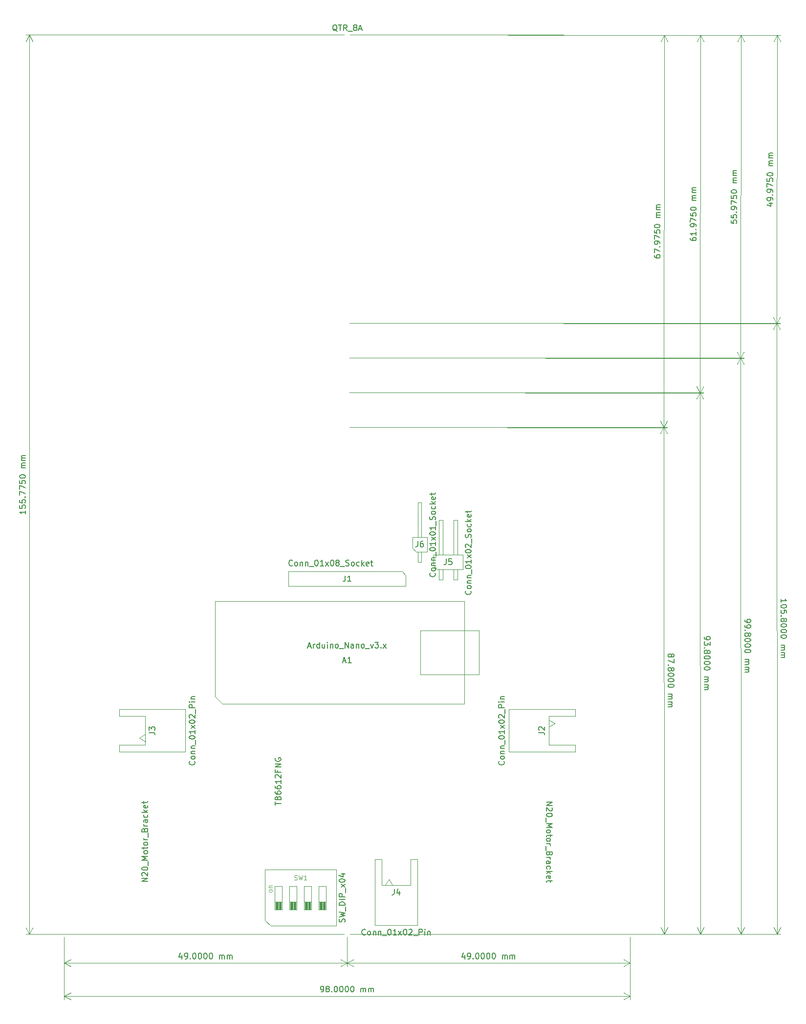
<source format=gbr>
%TF.GenerationSoftware,KiCad,Pcbnew,8.0.3*%
%TF.CreationDate,2025-03-11T13:15:16+08:00*%
%TF.ProjectId,uyLy_LFChassis,75794c79-5f4c-4464-9368-61737369732e,rev?*%
%TF.SameCoordinates,Original*%
%TF.FileFunction,AssemblyDrawing,Top*%
%FSLAX46Y46*%
G04 Gerber Fmt 4.6, Leading zero omitted, Abs format (unit mm)*
G04 Created by KiCad (PCBNEW 8.0.3) date 2025-03-11 13:15:16*
%MOMM*%
%LPD*%
G01*
G04 APERTURE LIST*
%ADD10C,0.150000*%
%ADD11C,0.100000*%
%ADD12C,0.120000*%
G04 APERTURE END LIST*
D10*
X363198382Y-159567161D02*
X363197956Y-160043351D01*
X363197956Y-160043351D02*
X363674104Y-160091396D01*
X363674104Y-160091396D02*
X363626528Y-160043734D01*
X363626528Y-160043734D02*
X363578994Y-159948454D01*
X363578994Y-159948454D02*
X363579206Y-159710359D01*
X363579206Y-159710359D02*
X363626910Y-159615163D01*
X363626910Y-159615163D02*
X363674572Y-159567587D01*
X363674572Y-159567587D02*
X363769853Y-159520053D01*
X363769853Y-159520053D02*
X364007948Y-159520265D01*
X364007948Y-159520265D02*
X364103143Y-159567969D01*
X364103143Y-159567969D02*
X364150720Y-159615631D01*
X364150720Y-159615631D02*
X364198254Y-159710912D01*
X364198254Y-159710912D02*
X364198041Y-159949007D01*
X364198041Y-159949007D02*
X364150337Y-160044202D01*
X364150337Y-160044202D02*
X364102675Y-160091779D01*
X363199232Y-158614781D02*
X363198807Y-159090971D01*
X363198807Y-159090971D02*
X363674955Y-159139015D01*
X363674955Y-159139015D02*
X363627378Y-159091354D01*
X363627378Y-159091354D02*
X363579844Y-158996073D01*
X363579844Y-158996073D02*
X363580057Y-158757978D01*
X363580057Y-158757978D02*
X363627761Y-158662782D01*
X363627761Y-158662782D02*
X363675423Y-158615206D01*
X363675423Y-158615206D02*
X363770703Y-158567672D01*
X363770703Y-158567672D02*
X364008798Y-158567885D01*
X364008798Y-158567885D02*
X364103994Y-158615589D01*
X364103994Y-158615589D02*
X364151570Y-158663250D01*
X364151570Y-158663250D02*
X364199104Y-158758531D01*
X364199104Y-158758531D02*
X364198892Y-158996626D01*
X364198892Y-158996626D02*
X364151188Y-159091822D01*
X364151188Y-159091822D02*
X364103526Y-159139398D01*
X364104419Y-158139398D02*
X364152081Y-158091822D01*
X364152081Y-158091822D02*
X364199657Y-158139483D01*
X364199657Y-158139483D02*
X364151996Y-158187060D01*
X364151996Y-158187060D02*
X364104419Y-158139398D01*
X364104419Y-158139398D02*
X364199657Y-158139483D01*
X364200125Y-157615675D02*
X364200295Y-157425199D01*
X364200295Y-157425199D02*
X364152761Y-157329918D01*
X364152761Y-157329918D02*
X364105185Y-157282256D01*
X364105185Y-157282256D02*
X363962413Y-157186891D01*
X363962413Y-157186891D02*
X363771979Y-157139102D01*
X363771979Y-157139102D02*
X363391027Y-157138761D01*
X363391027Y-157138761D02*
X363295747Y-157186295D01*
X363295747Y-157186295D02*
X363248085Y-157233872D01*
X363248085Y-157233872D02*
X363200381Y-157329067D01*
X363200381Y-157329067D02*
X363200211Y-157519543D01*
X363200211Y-157519543D02*
X363247745Y-157614824D01*
X363247745Y-157614824D02*
X363295321Y-157662485D01*
X363295321Y-157662485D02*
X363390517Y-157710190D01*
X363390517Y-157710190D02*
X363628612Y-157710402D01*
X363628612Y-157710402D02*
X363723892Y-157662868D01*
X363723892Y-157662868D02*
X363771554Y-157615292D01*
X363771554Y-157615292D02*
X363819258Y-157520096D01*
X363819258Y-157520096D02*
X363819428Y-157329620D01*
X363819428Y-157329620D02*
X363771894Y-157234340D01*
X363771894Y-157234340D02*
X363724318Y-157186678D01*
X363724318Y-157186678D02*
X363629122Y-157138974D01*
X363200849Y-156805258D02*
X363201444Y-156138591D01*
X363201444Y-156138591D02*
X364201061Y-156568056D01*
X363202210Y-155281449D02*
X363201785Y-155757639D01*
X363201785Y-155757639D02*
X363677932Y-155805684D01*
X363677932Y-155805684D02*
X363630356Y-155758022D01*
X363630356Y-155758022D02*
X363582822Y-155662741D01*
X363582822Y-155662741D02*
X363583035Y-155424646D01*
X363583035Y-155424646D02*
X363630739Y-155329451D01*
X363630739Y-155329451D02*
X363678400Y-155281874D01*
X363678400Y-155281874D02*
X363773681Y-155234340D01*
X363773681Y-155234340D02*
X364011776Y-155234553D01*
X364011776Y-155234553D02*
X364106971Y-155282257D01*
X364106971Y-155282257D02*
X364154548Y-155329919D01*
X364154548Y-155329919D02*
X364202082Y-155425199D01*
X364202082Y-155425199D02*
X364201869Y-155663294D01*
X364201869Y-155663294D02*
X364154165Y-155758490D01*
X364154165Y-155758490D02*
X364106504Y-155806066D01*
X363202805Y-154614782D02*
X363202890Y-154519544D01*
X363202890Y-154519544D02*
X363250595Y-154424349D01*
X363250595Y-154424349D02*
X363298256Y-154376772D01*
X363298256Y-154376772D02*
X363393537Y-154329238D01*
X363393537Y-154329238D02*
X363584055Y-154281790D01*
X363584055Y-154281790D02*
X363822151Y-154282002D01*
X363822151Y-154282002D02*
X364012584Y-154329791D01*
X364012584Y-154329791D02*
X364107780Y-154377495D01*
X364107780Y-154377495D02*
X364155356Y-154425157D01*
X364155356Y-154425157D02*
X364202890Y-154520438D01*
X364202890Y-154520438D02*
X364202805Y-154615676D01*
X364202805Y-154615676D02*
X364155101Y-154710871D01*
X364155101Y-154710871D02*
X364107439Y-154758448D01*
X364107439Y-154758448D02*
X364012159Y-154805982D01*
X364012159Y-154805982D02*
X363821640Y-154853431D01*
X363821640Y-154853431D02*
X363583545Y-154853218D01*
X363583545Y-154853218D02*
X363393111Y-154805429D01*
X363393111Y-154805429D02*
X363297916Y-154757725D01*
X363297916Y-154757725D02*
X363250339Y-154710063D01*
X363250339Y-154710063D02*
X363202805Y-154614782D01*
X364204166Y-153091866D02*
X363537500Y-153091271D01*
X363632738Y-153091356D02*
X363585161Y-153043694D01*
X363585161Y-153043694D02*
X363537627Y-152948414D01*
X363537627Y-152948414D02*
X363537755Y-152805557D01*
X363537755Y-152805557D02*
X363585459Y-152710361D01*
X363585459Y-152710361D02*
X363680740Y-152662827D01*
X363680740Y-152662827D02*
X364204549Y-152663295D01*
X363680740Y-152662827D02*
X363585544Y-152615123D01*
X363585544Y-152615123D02*
X363538010Y-152519843D01*
X363538010Y-152519843D02*
X363538138Y-152376986D01*
X363538138Y-152376986D02*
X363585842Y-152281790D01*
X363585842Y-152281790D02*
X363681122Y-152234256D01*
X363681122Y-152234256D02*
X364204932Y-152234724D01*
X364205357Y-151758534D02*
X363538691Y-151757939D01*
X363633929Y-151758024D02*
X363586352Y-151710362D01*
X363586352Y-151710362D02*
X363538818Y-151615081D01*
X363538818Y-151615081D02*
X363538946Y-151472224D01*
X363538946Y-151472224D02*
X363586650Y-151377029D01*
X363586650Y-151377029D02*
X363681931Y-151329495D01*
X363681931Y-151329495D02*
X364205740Y-151329963D01*
X363681931Y-151329495D02*
X363586735Y-151281791D01*
X363586735Y-151281791D02*
X363539201Y-151186510D01*
X363539201Y-151186510D02*
X363539329Y-151043653D01*
X363539329Y-151043653D02*
X363587033Y-150948458D01*
X363587033Y-150948458D02*
X363682314Y-150900924D01*
X363682314Y-150900924D02*
X364206123Y-150901391D01*
D11*
X297200000Y-127425447D02*
X365508641Y-127486464D01*
X297150000Y-183400447D02*
X365458641Y-183461464D01*
X364922221Y-127485940D02*
X364872221Y-183460940D01*
X364922221Y-127485940D02*
X364872221Y-183460940D01*
X364922221Y-127485940D02*
X365507635Y-128612967D01*
X364922221Y-127485940D02*
X364334794Y-128611919D01*
X364872221Y-183460940D02*
X364286807Y-182333913D01*
X364872221Y-183460940D02*
X365459648Y-182334961D01*
D10*
X371839960Y-225740668D02*
X371839690Y-225169239D01*
X371839825Y-225454953D02*
X372839824Y-225454481D01*
X372839824Y-225454481D02*
X372696922Y-225359310D01*
X372696922Y-225359310D02*
X372601639Y-225264117D01*
X372601639Y-225264117D02*
X372553975Y-225168902D01*
X372840252Y-226359243D02*
X372840297Y-226454481D01*
X372840297Y-226454481D02*
X372792723Y-226549741D01*
X372792723Y-226549741D02*
X372745126Y-226597383D01*
X372745126Y-226597383D02*
X372649911Y-226645047D01*
X372649911Y-226645047D02*
X372459457Y-226692756D01*
X372459457Y-226692756D02*
X372221362Y-226692869D01*
X372221362Y-226692869D02*
X372030863Y-226645340D01*
X372030863Y-226645340D02*
X371935603Y-226597766D01*
X371935603Y-226597766D02*
X371887961Y-226550169D01*
X371887961Y-226550169D02*
X371840297Y-226454953D01*
X371840297Y-226454953D02*
X371840252Y-226359715D01*
X371840252Y-226359715D02*
X371887826Y-226264455D01*
X371887826Y-226264455D02*
X371935423Y-226216813D01*
X371935423Y-226216813D02*
X372030638Y-226169149D01*
X372030638Y-226169149D02*
X372221092Y-226121440D01*
X372221092Y-226121440D02*
X372459187Y-226121328D01*
X372459187Y-226121328D02*
X372649686Y-226168857D01*
X372649686Y-226168857D02*
X372744946Y-226216431D01*
X372744946Y-226216431D02*
X372792588Y-226264027D01*
X372792588Y-226264027D02*
X372840252Y-226359243D01*
X372840837Y-227597338D02*
X372840612Y-227121147D01*
X372840612Y-227121147D02*
X372364399Y-227073753D01*
X372364399Y-227073753D02*
X372412041Y-227121350D01*
X372412041Y-227121350D02*
X372459705Y-227216566D01*
X372459705Y-227216566D02*
X372459817Y-227454661D01*
X372459817Y-227454661D02*
X372412243Y-227549921D01*
X372412243Y-227549921D02*
X372364647Y-227597563D01*
X372364647Y-227597563D02*
X372269431Y-227645227D01*
X372269431Y-227645227D02*
X372031336Y-227645339D01*
X372031336Y-227645339D02*
X371936075Y-227597765D01*
X371936075Y-227597765D02*
X371888434Y-227550169D01*
X371888434Y-227550169D02*
X371840770Y-227454953D01*
X371840770Y-227454953D02*
X371840657Y-227216858D01*
X371840657Y-227216858D02*
X371888231Y-227121598D01*
X371888231Y-227121598D02*
X371935828Y-227073956D01*
X371936300Y-228073956D02*
X371888704Y-228121597D01*
X371888704Y-228121597D02*
X371841062Y-228074001D01*
X371841062Y-228074001D02*
X371888659Y-228026359D01*
X371888659Y-228026359D02*
X371936300Y-228073956D01*
X371936300Y-228073956D02*
X371841062Y-228074001D01*
X372412783Y-228692778D02*
X372460357Y-228597517D01*
X372460357Y-228597517D02*
X372507954Y-228549876D01*
X372507954Y-228549876D02*
X372603170Y-228502212D01*
X372603170Y-228502212D02*
X372650789Y-228502189D01*
X372650789Y-228502189D02*
X372746049Y-228549763D01*
X372746049Y-228549763D02*
X372793691Y-228597360D01*
X372793691Y-228597360D02*
X372841355Y-228692575D01*
X372841355Y-228692575D02*
X372841445Y-228883052D01*
X372841445Y-228883052D02*
X372793871Y-228978312D01*
X372793871Y-228978312D02*
X372746274Y-229025954D01*
X372746274Y-229025954D02*
X372651059Y-229073618D01*
X372651059Y-229073618D02*
X372603440Y-229073640D01*
X372603440Y-229073640D02*
X372508179Y-229026066D01*
X372508179Y-229026066D02*
X372460537Y-228978470D01*
X372460537Y-228978470D02*
X372412873Y-228883254D01*
X372412873Y-228883254D02*
X372412783Y-228692778D01*
X372412783Y-228692778D02*
X372365119Y-228597562D01*
X372365119Y-228597562D02*
X372317478Y-228549966D01*
X372317478Y-228549966D02*
X372222217Y-228502392D01*
X372222217Y-228502392D02*
X372031741Y-228502482D01*
X372031741Y-228502482D02*
X371936525Y-228550146D01*
X371936525Y-228550146D02*
X371888929Y-228597787D01*
X371888929Y-228597787D02*
X371841355Y-228693048D01*
X371841355Y-228693048D02*
X371841445Y-228883524D01*
X371841445Y-228883524D02*
X371889109Y-228978740D01*
X371889109Y-228978740D02*
X371936750Y-229026336D01*
X371936750Y-229026336D02*
X372032011Y-229073910D01*
X372032011Y-229073910D02*
X372222487Y-229073820D01*
X372222487Y-229073820D02*
X372317703Y-229026156D01*
X372317703Y-229026156D02*
X372365299Y-228978515D01*
X372365299Y-228978515D02*
X372412873Y-228883254D01*
X372841827Y-229692575D02*
X372841872Y-229787813D01*
X372841872Y-229787813D02*
X372794298Y-229883074D01*
X372794298Y-229883074D02*
X372746702Y-229930716D01*
X372746702Y-229930716D02*
X372651486Y-229978380D01*
X372651486Y-229978380D02*
X372461033Y-230026089D01*
X372461033Y-230026089D02*
X372222937Y-230026201D01*
X372222937Y-230026201D02*
X372032439Y-229978672D01*
X372032439Y-229978672D02*
X371937178Y-229931098D01*
X371937178Y-229931098D02*
X371889537Y-229883502D01*
X371889537Y-229883502D02*
X371841872Y-229788286D01*
X371841872Y-229788286D02*
X371841827Y-229693048D01*
X371841827Y-229693048D02*
X371889401Y-229597787D01*
X371889401Y-229597787D02*
X371936998Y-229550146D01*
X371936998Y-229550146D02*
X372032214Y-229502482D01*
X372032214Y-229502482D02*
X372222667Y-229454773D01*
X372222667Y-229454773D02*
X372460762Y-229454660D01*
X372460762Y-229454660D02*
X372651261Y-229502189D01*
X372651261Y-229502189D02*
X372746522Y-229549763D01*
X372746522Y-229549763D02*
X372794163Y-229597360D01*
X372794163Y-229597360D02*
X372841827Y-229692575D01*
X372842277Y-230644956D02*
X372842322Y-230740194D01*
X372842322Y-230740194D02*
X372794748Y-230835455D01*
X372794748Y-230835455D02*
X372747152Y-230883096D01*
X372747152Y-230883096D02*
X372651936Y-230930761D01*
X372651936Y-230930761D02*
X372461483Y-230978470D01*
X372461483Y-230978470D02*
X372223387Y-230978582D01*
X372223387Y-230978582D02*
X372032889Y-230931053D01*
X372032889Y-230931053D02*
X371937628Y-230883479D01*
X371937628Y-230883479D02*
X371889987Y-230835882D01*
X371889987Y-230835882D02*
X371842323Y-230740667D01*
X371842323Y-230740667D02*
X371842278Y-230645429D01*
X371842278Y-230645429D02*
X371889852Y-230550168D01*
X371889852Y-230550168D02*
X371937448Y-230502527D01*
X371937448Y-230502527D02*
X372032664Y-230454863D01*
X372032664Y-230454863D02*
X372223117Y-230407154D01*
X372223117Y-230407154D02*
X372461213Y-230407041D01*
X372461213Y-230407041D02*
X372651711Y-230454570D01*
X372651711Y-230454570D02*
X372746972Y-230502144D01*
X372746972Y-230502144D02*
X372794613Y-230549741D01*
X372794613Y-230549741D02*
X372842277Y-230644956D01*
X372842728Y-231597337D02*
X372842773Y-231692575D01*
X372842773Y-231692575D02*
X372795198Y-231787836D01*
X372795198Y-231787836D02*
X372747602Y-231835477D01*
X372747602Y-231835477D02*
X372652386Y-231883141D01*
X372652386Y-231883141D02*
X372461933Y-231930850D01*
X372461933Y-231930850D02*
X372223837Y-231930963D01*
X372223837Y-231930963D02*
X372033339Y-231883434D01*
X372033339Y-231883434D02*
X371938078Y-231835860D01*
X371938078Y-231835860D02*
X371890437Y-231788263D01*
X371890437Y-231788263D02*
X371842773Y-231693048D01*
X371842773Y-231693048D02*
X371842728Y-231597810D01*
X371842728Y-231597810D02*
X371890302Y-231502549D01*
X371890302Y-231502549D02*
X371937898Y-231454908D01*
X371937898Y-231454908D02*
X372033114Y-231407244D01*
X372033114Y-231407244D02*
X372223567Y-231359534D01*
X372223567Y-231359534D02*
X372461663Y-231359422D01*
X372461663Y-231359422D02*
X372652161Y-231406951D01*
X372652161Y-231406951D02*
X372747422Y-231454525D01*
X372747422Y-231454525D02*
X372795063Y-231502122D01*
X372795063Y-231502122D02*
X372842728Y-231597337D01*
X371843448Y-233121619D02*
X372510114Y-233121304D01*
X372414876Y-233121349D02*
X372462518Y-233168946D01*
X372462518Y-233168946D02*
X372510182Y-233264161D01*
X372510182Y-233264161D02*
X372510249Y-233407019D01*
X372510249Y-233407019D02*
X372462675Y-233502279D01*
X372462675Y-233502279D02*
X372367460Y-233549943D01*
X372367460Y-233549943D02*
X371843650Y-233550191D01*
X372367460Y-233549943D02*
X372462720Y-233597517D01*
X372462720Y-233597517D02*
X372510384Y-233692733D01*
X372510384Y-233692733D02*
X372510452Y-233835590D01*
X372510452Y-233835590D02*
X372462878Y-233930851D01*
X372462878Y-233930851D02*
X372367662Y-233978515D01*
X372367662Y-233978515D02*
X371843853Y-233978762D01*
X371844078Y-234454952D02*
X372510744Y-234454637D01*
X372415506Y-234454682D02*
X372463148Y-234502279D01*
X372463148Y-234502279D02*
X372510812Y-234597494D01*
X372510812Y-234597494D02*
X372510879Y-234740351D01*
X372510879Y-234740351D02*
X372463305Y-234835612D01*
X372463305Y-234835612D02*
X372368090Y-234883276D01*
X372368090Y-234883276D02*
X371844280Y-234883524D01*
X372368090Y-234883276D02*
X372463350Y-234930850D01*
X372463350Y-234930850D02*
X372511015Y-235026066D01*
X372511015Y-235026066D02*
X372511082Y-235168923D01*
X372511082Y-235168923D02*
X372463508Y-235264183D01*
X372463508Y-235264183D02*
X372368292Y-235311847D01*
X372368292Y-235311847D02*
X371844483Y-235312095D01*
D11*
X297200000Y-283199764D02*
X371758337Y-283164528D01*
X297150000Y-177399764D02*
X371708337Y-177364528D01*
X371171917Y-283164805D02*
X371121917Y-177364805D01*
X371171917Y-283164805D02*
X371121917Y-177364805D01*
X371171917Y-283164805D02*
X370584964Y-282038579D01*
X371171917Y-283164805D02*
X371757805Y-282038024D01*
X371121917Y-177364805D02*
X371708870Y-178491031D01*
X371121917Y-177364805D02*
X370536029Y-178491586D01*
D10*
X369780815Y-156628500D02*
X370447481Y-156629167D01*
X369399625Y-156866214D02*
X370113672Y-157105024D01*
X370113672Y-157105024D02*
X370114291Y-156485976D01*
X370448053Y-156057738D02*
X370448244Y-155867262D01*
X370448244Y-155867262D02*
X370400720Y-155771977D01*
X370400720Y-155771977D02*
X370353149Y-155724310D01*
X370353149Y-155724310D02*
X370210387Y-155628929D01*
X370210387Y-155628929D02*
X370019958Y-155581119D01*
X370019958Y-155581119D02*
X369639006Y-155580738D01*
X369639006Y-155580738D02*
X369543720Y-155628262D01*
X369543720Y-155628262D02*
X369496054Y-155675833D01*
X369496054Y-155675833D02*
X369448339Y-155771024D01*
X369448339Y-155771024D02*
X369448149Y-155961500D01*
X369448149Y-155961500D02*
X369495673Y-156056786D01*
X369495673Y-156056786D02*
X369543244Y-156104452D01*
X369543244Y-156104452D02*
X369638434Y-156152167D01*
X369638434Y-156152167D02*
X369876530Y-156152405D01*
X369876530Y-156152405D02*
X369971815Y-156104881D01*
X369971815Y-156104881D02*
X370019482Y-156057310D01*
X370019482Y-156057310D02*
X370067196Y-155962119D01*
X370067196Y-155962119D02*
X370067387Y-155771643D01*
X370067387Y-155771643D02*
X370019863Y-155676357D01*
X370019863Y-155676357D02*
X369972292Y-155628691D01*
X369972292Y-155628691D02*
X369877101Y-155580977D01*
X370353720Y-155152882D02*
X370401387Y-155105310D01*
X370401387Y-155105310D02*
X370448958Y-155152977D01*
X370448958Y-155152977D02*
X370401292Y-155200548D01*
X370401292Y-155200548D02*
X370353720Y-155152882D01*
X370353720Y-155152882D02*
X370448958Y-155152977D01*
X370449482Y-154629168D02*
X370449673Y-154438692D01*
X370449673Y-154438692D02*
X370402149Y-154343406D01*
X370402149Y-154343406D02*
X370354578Y-154295740D01*
X370354578Y-154295740D02*
X370211816Y-154200359D01*
X370211816Y-154200359D02*
X370021388Y-154152549D01*
X370021388Y-154152549D02*
X369640435Y-154152168D01*
X369640435Y-154152168D02*
X369545150Y-154199692D01*
X369545150Y-154199692D02*
X369497483Y-154247263D01*
X369497483Y-154247263D02*
X369449769Y-154342454D01*
X369449769Y-154342454D02*
X369449578Y-154532930D01*
X369449578Y-154532930D02*
X369497102Y-154628215D01*
X369497102Y-154628215D02*
X369544673Y-154675882D01*
X369544673Y-154675882D02*
X369639864Y-154723596D01*
X369639864Y-154723596D02*
X369877959Y-154723835D01*
X369877959Y-154723835D02*
X369973245Y-154676311D01*
X369973245Y-154676311D02*
X370020911Y-154628739D01*
X370020911Y-154628739D02*
X370068625Y-154533549D01*
X370068625Y-154533549D02*
X370068816Y-154343073D01*
X370068816Y-154343073D02*
X370021292Y-154247787D01*
X370021292Y-154247787D02*
X369973721Y-154200121D01*
X369973721Y-154200121D02*
X369878531Y-154152406D01*
X369450293Y-153818644D02*
X369450960Y-153151978D01*
X369450960Y-153151978D02*
X370450531Y-153581550D01*
X369451817Y-152294835D02*
X369451341Y-152771026D01*
X369451341Y-152771026D02*
X369927484Y-152819121D01*
X369927484Y-152819121D02*
X369879912Y-152771454D01*
X369879912Y-152771454D02*
X369832388Y-152676169D01*
X369832388Y-152676169D02*
X369832627Y-152438074D01*
X369832627Y-152438074D02*
X369880341Y-152342883D01*
X369880341Y-152342883D02*
X369928008Y-152295312D01*
X369928008Y-152295312D02*
X370023293Y-152247788D01*
X370023293Y-152247788D02*
X370261388Y-152248026D01*
X370261388Y-152248026D02*
X370356579Y-152295741D01*
X370356579Y-152295741D02*
X370404150Y-152343407D01*
X370404150Y-152343407D02*
X370451674Y-152438693D01*
X370451674Y-152438693D02*
X370451436Y-152676788D01*
X370451436Y-152676788D02*
X370403721Y-152771979D01*
X370403721Y-152771979D02*
X370356055Y-152819550D01*
X369452484Y-151628169D02*
X369452580Y-151532931D01*
X369452580Y-151532931D02*
X369500294Y-151437741D01*
X369500294Y-151437741D02*
X369547961Y-151390169D01*
X369547961Y-151390169D02*
X369643246Y-151342645D01*
X369643246Y-151342645D02*
X369833770Y-151295217D01*
X369833770Y-151295217D02*
X370071865Y-151295455D01*
X370071865Y-151295455D02*
X370262294Y-151343265D01*
X370262294Y-151343265D02*
X370357484Y-151390979D01*
X370357484Y-151390979D02*
X370405055Y-151438646D01*
X370405055Y-151438646D02*
X370452579Y-151533931D01*
X370452579Y-151533931D02*
X370452484Y-151629170D01*
X370452484Y-151629170D02*
X370404770Y-151724360D01*
X370404770Y-151724360D02*
X370357103Y-151771931D01*
X370357103Y-151771931D02*
X370261817Y-151819455D01*
X370261817Y-151819455D02*
X370071293Y-151866884D01*
X370071293Y-151866884D02*
X369833198Y-151866645D01*
X369833198Y-151866645D02*
X369642770Y-151818836D01*
X369642770Y-151818836D02*
X369547580Y-151771121D01*
X369547580Y-151771121D02*
X369500008Y-151723455D01*
X369500008Y-151723455D02*
X369452484Y-151628169D01*
X370454008Y-150105360D02*
X369787342Y-150104694D01*
X369882580Y-150104789D02*
X369835009Y-150057122D01*
X369835009Y-150057122D02*
X369787485Y-149961836D01*
X369787485Y-149961836D02*
X369787628Y-149818979D01*
X369787628Y-149818979D02*
X369835342Y-149723789D01*
X369835342Y-149723789D02*
X369930628Y-149676265D01*
X369930628Y-149676265D02*
X370454437Y-149676789D01*
X369930628Y-149676265D02*
X369835438Y-149628551D01*
X369835438Y-149628551D02*
X369787914Y-149533265D01*
X369787914Y-149533265D02*
X369788057Y-149390408D01*
X369788057Y-149390408D02*
X369835771Y-149295218D01*
X369835771Y-149295218D02*
X369931057Y-149247694D01*
X369931057Y-149247694D02*
X370454866Y-149248218D01*
X370455342Y-148772028D02*
X369788676Y-148771361D01*
X369883914Y-148771456D02*
X369836343Y-148723790D01*
X369836343Y-148723790D02*
X369788819Y-148628504D01*
X369788819Y-148628504D02*
X369788962Y-148485647D01*
X369788962Y-148485647D02*
X369836676Y-148390457D01*
X369836676Y-148390457D02*
X369931962Y-148342933D01*
X369931962Y-148342933D02*
X370455771Y-148343457D01*
X369931962Y-148342933D02*
X369836772Y-148295219D01*
X369836772Y-148295219D02*
X369789248Y-148199933D01*
X369789248Y-148199933D02*
X369789391Y-148057076D01*
X369789391Y-148057076D02*
X369837105Y-147961885D01*
X369837105Y-147961885D02*
X369932391Y-147914362D01*
X369932391Y-147914362D02*
X370456200Y-147914886D01*
D11*
X297150000Y-177400500D02*
X371708227Y-177475096D01*
X297200000Y-127425500D02*
X371758227Y-127500096D01*
X371121807Y-177474509D02*
X371171807Y-127499509D01*
X371121807Y-177474509D02*
X371171807Y-127499509D01*
X371121807Y-177474509D02*
X370536514Y-176347419D01*
X371121807Y-177474509D02*
X371709355Y-176348593D01*
X371171807Y-127499509D02*
X371757100Y-128626599D01*
X371171807Y-127499509D02*
X370584259Y-128625425D01*
D10*
X358559572Y-231743203D02*
X358559674Y-231933679D01*
X358559674Y-231933679D02*
X358607343Y-232028892D01*
X358607343Y-232028892D02*
X358654988Y-232076485D01*
X358654988Y-232076485D02*
X358797896Y-232171647D01*
X358797896Y-232171647D02*
X358988397Y-232219165D01*
X358988397Y-232219165D02*
X359369350Y-232218962D01*
X359369350Y-232218962D02*
X359464562Y-232171292D01*
X359464562Y-232171292D02*
X359512156Y-232123648D01*
X359512156Y-232123648D02*
X359559724Y-232028384D01*
X359559724Y-232028384D02*
X359559623Y-231837908D01*
X359559623Y-231837908D02*
X359511953Y-231742695D01*
X359511953Y-231742695D02*
X359464308Y-231695102D01*
X359464308Y-231695102D02*
X359369045Y-231647533D01*
X359369045Y-231647533D02*
X359130950Y-231647660D01*
X359130950Y-231647660D02*
X359035737Y-231695330D01*
X359035737Y-231695330D02*
X358988143Y-231742974D01*
X358988143Y-231742974D02*
X358940575Y-231838238D01*
X358940575Y-231838238D02*
X358940677Y-232028714D01*
X358940677Y-232028714D02*
X358988347Y-232123927D01*
X358988347Y-232123927D02*
X359035991Y-232171520D01*
X359035991Y-232171520D02*
X359131254Y-232219089D01*
X359560003Y-232552194D02*
X359560333Y-233171241D01*
X359560333Y-233171241D02*
X359179203Y-232838111D01*
X359179203Y-232838111D02*
X359179280Y-232980968D01*
X359179280Y-232980968D02*
X359131711Y-233076231D01*
X359131711Y-233076231D02*
X359084118Y-233123876D01*
X359084118Y-233123876D02*
X358988905Y-233171546D01*
X358988905Y-233171546D02*
X358750810Y-233171673D01*
X358750810Y-233171673D02*
X358655546Y-233124104D01*
X358655546Y-233124104D02*
X358607902Y-233076511D01*
X358607902Y-233076511D02*
X358560232Y-232981298D01*
X358560232Y-232981298D02*
X358560080Y-232695584D01*
X358560080Y-232695584D02*
X358607648Y-232600320D01*
X358607648Y-232600320D02*
X358655242Y-232552676D01*
X358655800Y-233600295D02*
X358608206Y-233647939D01*
X358608206Y-233647939D02*
X358560562Y-233600346D01*
X358560562Y-233600346D02*
X358608156Y-233552701D01*
X358608156Y-233552701D02*
X358655800Y-233600295D01*
X358655800Y-233600295D02*
X358560562Y-233600346D01*
X359132321Y-234219088D02*
X359179889Y-234123825D01*
X359179889Y-234123825D02*
X359227482Y-234076180D01*
X359227482Y-234076180D02*
X359322695Y-234028510D01*
X359322695Y-234028510D02*
X359370314Y-234028485D01*
X359370314Y-234028485D02*
X359465578Y-234076053D01*
X359465578Y-234076053D02*
X359513222Y-234123647D01*
X359513222Y-234123647D02*
X359560892Y-234218860D01*
X359560892Y-234218860D02*
X359560993Y-234409336D01*
X359560993Y-234409336D02*
X359513425Y-234504599D01*
X359513425Y-234504599D02*
X359465831Y-234552244D01*
X359465831Y-234552244D02*
X359370619Y-234599913D01*
X359370619Y-234599913D02*
X359323000Y-234599939D01*
X359323000Y-234599939D02*
X359227736Y-234552371D01*
X359227736Y-234552371D02*
X359180092Y-234504777D01*
X359180092Y-234504777D02*
X359132422Y-234409564D01*
X359132422Y-234409564D02*
X359132321Y-234219088D01*
X359132321Y-234219088D02*
X359084651Y-234123875D01*
X359084651Y-234123875D02*
X359037006Y-234076282D01*
X359037006Y-234076282D02*
X358941743Y-234028713D01*
X358941743Y-234028713D02*
X358751267Y-234028815D01*
X358751267Y-234028815D02*
X358656054Y-234076485D01*
X358656054Y-234076485D02*
X358608460Y-234124129D01*
X358608460Y-234124129D02*
X358560892Y-234219393D01*
X358560892Y-234219393D02*
X358560994Y-234409869D01*
X358560994Y-234409869D02*
X358608663Y-234505081D01*
X358608663Y-234505081D02*
X358656308Y-234552675D01*
X358656308Y-234552675D02*
X358751571Y-234600243D01*
X358751571Y-234600243D02*
X358942047Y-234600142D01*
X358942047Y-234600142D02*
X359037260Y-234552472D01*
X359037260Y-234552472D02*
X359084854Y-234504828D01*
X359084854Y-234504828D02*
X359132422Y-234409564D01*
X359561425Y-235218859D02*
X359561476Y-235314098D01*
X359561476Y-235314098D02*
X359513907Y-235409361D01*
X359513907Y-235409361D02*
X359466314Y-235457005D01*
X359466314Y-235457005D02*
X359371101Y-235504675D01*
X359371101Y-235504675D02*
X359180650Y-235552396D01*
X359180650Y-235552396D02*
X358942555Y-235552523D01*
X358942555Y-235552523D02*
X358752054Y-235505005D01*
X358752054Y-235505005D02*
X358656790Y-235457437D01*
X358656790Y-235457437D02*
X358609146Y-235409843D01*
X358609146Y-235409843D02*
X358561476Y-235314631D01*
X358561476Y-235314631D02*
X358561425Y-235219393D01*
X358561425Y-235219393D02*
X358608993Y-235124129D01*
X358608993Y-235124129D02*
X358656587Y-235076485D01*
X358656587Y-235076485D02*
X358751800Y-235028815D01*
X358751800Y-235028815D02*
X358942250Y-234981094D01*
X358942250Y-234981094D02*
X359180346Y-234980967D01*
X359180346Y-234980967D02*
X359370847Y-235028485D01*
X359370847Y-235028485D02*
X359466111Y-235076053D01*
X359466111Y-235076053D02*
X359513755Y-235123647D01*
X359513755Y-235123647D02*
X359561425Y-235218859D01*
X359561933Y-236171240D02*
X359561983Y-236266478D01*
X359561983Y-236266478D02*
X359514415Y-236361742D01*
X359514415Y-236361742D02*
X359466821Y-236409386D01*
X359466821Y-236409386D02*
X359371609Y-236457056D01*
X359371609Y-236457056D02*
X359181158Y-236504777D01*
X359181158Y-236504777D02*
X358943063Y-236504904D01*
X358943063Y-236504904D02*
X358752561Y-236457386D01*
X358752561Y-236457386D02*
X358657298Y-236409818D01*
X358657298Y-236409818D02*
X358609653Y-236362224D01*
X358609653Y-236362224D02*
X358561984Y-236267011D01*
X358561984Y-236267011D02*
X358561933Y-236171773D01*
X358561933Y-236171773D02*
X358609501Y-236076510D01*
X358609501Y-236076510D02*
X358657095Y-236028865D01*
X358657095Y-236028865D02*
X358752307Y-235981196D01*
X358752307Y-235981196D02*
X358942758Y-235933475D01*
X358942758Y-235933475D02*
X359180853Y-235933348D01*
X359180853Y-235933348D02*
X359371355Y-235980866D01*
X359371355Y-235980866D02*
X359466618Y-236028434D01*
X359466618Y-236028434D02*
X359514263Y-236076028D01*
X359514263Y-236076028D02*
X359561933Y-236171240D01*
X359562440Y-237123621D02*
X359562491Y-237218859D01*
X359562491Y-237218859D02*
X359514923Y-237314123D01*
X359514923Y-237314123D02*
X359467329Y-237361767D01*
X359467329Y-237361767D02*
X359372116Y-237409437D01*
X359372116Y-237409437D02*
X359181666Y-237457158D01*
X359181666Y-237457158D02*
X358943570Y-237457284D01*
X358943570Y-237457284D02*
X358753069Y-237409767D01*
X358753069Y-237409767D02*
X358657805Y-237362199D01*
X358657805Y-237362199D02*
X358610161Y-237314605D01*
X358610161Y-237314605D02*
X358562491Y-237219392D01*
X358562491Y-237219392D02*
X358562440Y-237124154D01*
X358562440Y-237124154D02*
X358610009Y-237028891D01*
X358610009Y-237028891D02*
X358657602Y-236981246D01*
X358657602Y-236981246D02*
X358752815Y-236933577D01*
X358752815Y-236933577D02*
X358943266Y-236885856D01*
X358943266Y-236885856D02*
X359181361Y-236885729D01*
X359181361Y-236885729D02*
X359371863Y-236933247D01*
X359371863Y-236933247D02*
X359467126Y-236980815D01*
X359467126Y-236980815D02*
X359514770Y-237028409D01*
X359514770Y-237028409D02*
X359562440Y-237123621D01*
X358563253Y-238647964D02*
X359229919Y-238647608D01*
X359134681Y-238647659D02*
X359182326Y-238695253D01*
X359182326Y-238695253D02*
X359229995Y-238790466D01*
X359229995Y-238790466D02*
X359230072Y-238933323D01*
X359230072Y-238933323D02*
X359182503Y-239028586D01*
X359182503Y-239028586D02*
X359087291Y-239076256D01*
X359087291Y-239076256D02*
X358563481Y-239076535D01*
X359087291Y-239076256D02*
X359182554Y-239123824D01*
X359182554Y-239123824D02*
X359230224Y-239219037D01*
X359230224Y-239219037D02*
X359230300Y-239361894D01*
X359230300Y-239361894D02*
X359182732Y-239457158D01*
X359182732Y-239457158D02*
X359087519Y-239504827D01*
X359087519Y-239504827D02*
X358563710Y-239505107D01*
X358563963Y-239981297D02*
X359230630Y-239980941D01*
X359135392Y-239980992D02*
X359183036Y-240028586D01*
X359183036Y-240028586D02*
X359230706Y-240123798D01*
X359230706Y-240123798D02*
X359230782Y-240266656D01*
X359230782Y-240266656D02*
X359183214Y-240361919D01*
X359183214Y-240361919D02*
X359088001Y-240409589D01*
X359088001Y-240409589D02*
X358564192Y-240409868D01*
X359088001Y-240409589D02*
X359183265Y-240457157D01*
X359183265Y-240457157D02*
X359230935Y-240552370D01*
X359230935Y-240552370D02*
X359231011Y-240695227D01*
X359231011Y-240695227D02*
X359183442Y-240790490D01*
X359183442Y-240790490D02*
X359088230Y-240838160D01*
X359088230Y-240838160D02*
X358564420Y-240838439D01*
D11*
X297200000Y-283199733D02*
X358478223Y-283167069D01*
X297150000Y-189399733D02*
X358428223Y-189367069D01*
X357891803Y-283167382D02*
X357841803Y-189367382D01*
X357891803Y-283167382D02*
X357841803Y-189367382D01*
X357891803Y-283167382D02*
X357304782Y-282041191D01*
X357891803Y-283167382D02*
X358477623Y-282040566D01*
X357841803Y-189367382D02*
X358428824Y-190493573D01*
X357841803Y-189367382D02*
X357255983Y-190494198D01*
D10*
X317057143Y-286818152D02*
X317057143Y-287484819D01*
X316819048Y-286437200D02*
X316580953Y-287151485D01*
X316580953Y-287151485D02*
X317200000Y-287151485D01*
X317628572Y-287484819D02*
X317819048Y-287484819D01*
X317819048Y-287484819D02*
X317914286Y-287437200D01*
X317914286Y-287437200D02*
X317961905Y-287389580D01*
X317961905Y-287389580D02*
X318057143Y-287246723D01*
X318057143Y-287246723D02*
X318104762Y-287056247D01*
X318104762Y-287056247D02*
X318104762Y-286675295D01*
X318104762Y-286675295D02*
X318057143Y-286580057D01*
X318057143Y-286580057D02*
X318009524Y-286532438D01*
X318009524Y-286532438D02*
X317914286Y-286484819D01*
X317914286Y-286484819D02*
X317723810Y-286484819D01*
X317723810Y-286484819D02*
X317628572Y-286532438D01*
X317628572Y-286532438D02*
X317580953Y-286580057D01*
X317580953Y-286580057D02*
X317533334Y-286675295D01*
X317533334Y-286675295D02*
X317533334Y-286913390D01*
X317533334Y-286913390D02*
X317580953Y-287008628D01*
X317580953Y-287008628D02*
X317628572Y-287056247D01*
X317628572Y-287056247D02*
X317723810Y-287103866D01*
X317723810Y-287103866D02*
X317914286Y-287103866D01*
X317914286Y-287103866D02*
X318009524Y-287056247D01*
X318009524Y-287056247D02*
X318057143Y-287008628D01*
X318057143Y-287008628D02*
X318104762Y-286913390D01*
X318533334Y-287389580D02*
X318580953Y-287437200D01*
X318580953Y-287437200D02*
X318533334Y-287484819D01*
X318533334Y-287484819D02*
X318485715Y-287437200D01*
X318485715Y-287437200D02*
X318533334Y-287389580D01*
X318533334Y-287389580D02*
X318533334Y-287484819D01*
X319200000Y-286484819D02*
X319295238Y-286484819D01*
X319295238Y-286484819D02*
X319390476Y-286532438D01*
X319390476Y-286532438D02*
X319438095Y-286580057D01*
X319438095Y-286580057D02*
X319485714Y-286675295D01*
X319485714Y-286675295D02*
X319533333Y-286865771D01*
X319533333Y-286865771D02*
X319533333Y-287103866D01*
X319533333Y-287103866D02*
X319485714Y-287294342D01*
X319485714Y-287294342D02*
X319438095Y-287389580D01*
X319438095Y-287389580D02*
X319390476Y-287437200D01*
X319390476Y-287437200D02*
X319295238Y-287484819D01*
X319295238Y-287484819D02*
X319200000Y-287484819D01*
X319200000Y-287484819D02*
X319104762Y-287437200D01*
X319104762Y-287437200D02*
X319057143Y-287389580D01*
X319057143Y-287389580D02*
X319009524Y-287294342D01*
X319009524Y-287294342D02*
X318961905Y-287103866D01*
X318961905Y-287103866D02*
X318961905Y-286865771D01*
X318961905Y-286865771D02*
X319009524Y-286675295D01*
X319009524Y-286675295D02*
X319057143Y-286580057D01*
X319057143Y-286580057D02*
X319104762Y-286532438D01*
X319104762Y-286532438D02*
X319200000Y-286484819D01*
X320152381Y-286484819D02*
X320247619Y-286484819D01*
X320247619Y-286484819D02*
X320342857Y-286532438D01*
X320342857Y-286532438D02*
X320390476Y-286580057D01*
X320390476Y-286580057D02*
X320438095Y-286675295D01*
X320438095Y-286675295D02*
X320485714Y-286865771D01*
X320485714Y-286865771D02*
X320485714Y-287103866D01*
X320485714Y-287103866D02*
X320438095Y-287294342D01*
X320438095Y-287294342D02*
X320390476Y-287389580D01*
X320390476Y-287389580D02*
X320342857Y-287437200D01*
X320342857Y-287437200D02*
X320247619Y-287484819D01*
X320247619Y-287484819D02*
X320152381Y-287484819D01*
X320152381Y-287484819D02*
X320057143Y-287437200D01*
X320057143Y-287437200D02*
X320009524Y-287389580D01*
X320009524Y-287389580D02*
X319961905Y-287294342D01*
X319961905Y-287294342D02*
X319914286Y-287103866D01*
X319914286Y-287103866D02*
X319914286Y-286865771D01*
X319914286Y-286865771D02*
X319961905Y-286675295D01*
X319961905Y-286675295D02*
X320009524Y-286580057D01*
X320009524Y-286580057D02*
X320057143Y-286532438D01*
X320057143Y-286532438D02*
X320152381Y-286484819D01*
X321104762Y-286484819D02*
X321200000Y-286484819D01*
X321200000Y-286484819D02*
X321295238Y-286532438D01*
X321295238Y-286532438D02*
X321342857Y-286580057D01*
X321342857Y-286580057D02*
X321390476Y-286675295D01*
X321390476Y-286675295D02*
X321438095Y-286865771D01*
X321438095Y-286865771D02*
X321438095Y-287103866D01*
X321438095Y-287103866D02*
X321390476Y-287294342D01*
X321390476Y-287294342D02*
X321342857Y-287389580D01*
X321342857Y-287389580D02*
X321295238Y-287437200D01*
X321295238Y-287437200D02*
X321200000Y-287484819D01*
X321200000Y-287484819D02*
X321104762Y-287484819D01*
X321104762Y-287484819D02*
X321009524Y-287437200D01*
X321009524Y-287437200D02*
X320961905Y-287389580D01*
X320961905Y-287389580D02*
X320914286Y-287294342D01*
X320914286Y-287294342D02*
X320866667Y-287103866D01*
X320866667Y-287103866D02*
X320866667Y-286865771D01*
X320866667Y-286865771D02*
X320914286Y-286675295D01*
X320914286Y-286675295D02*
X320961905Y-286580057D01*
X320961905Y-286580057D02*
X321009524Y-286532438D01*
X321009524Y-286532438D02*
X321104762Y-286484819D01*
X322057143Y-286484819D02*
X322152381Y-286484819D01*
X322152381Y-286484819D02*
X322247619Y-286532438D01*
X322247619Y-286532438D02*
X322295238Y-286580057D01*
X322295238Y-286580057D02*
X322342857Y-286675295D01*
X322342857Y-286675295D02*
X322390476Y-286865771D01*
X322390476Y-286865771D02*
X322390476Y-287103866D01*
X322390476Y-287103866D02*
X322342857Y-287294342D01*
X322342857Y-287294342D02*
X322295238Y-287389580D01*
X322295238Y-287389580D02*
X322247619Y-287437200D01*
X322247619Y-287437200D02*
X322152381Y-287484819D01*
X322152381Y-287484819D02*
X322057143Y-287484819D01*
X322057143Y-287484819D02*
X321961905Y-287437200D01*
X321961905Y-287437200D02*
X321914286Y-287389580D01*
X321914286Y-287389580D02*
X321866667Y-287294342D01*
X321866667Y-287294342D02*
X321819048Y-287103866D01*
X321819048Y-287103866D02*
X321819048Y-286865771D01*
X321819048Y-286865771D02*
X321866667Y-286675295D01*
X321866667Y-286675295D02*
X321914286Y-286580057D01*
X321914286Y-286580057D02*
X321961905Y-286532438D01*
X321961905Y-286532438D02*
X322057143Y-286484819D01*
X323580953Y-287484819D02*
X323580953Y-286818152D01*
X323580953Y-286913390D02*
X323628572Y-286865771D01*
X323628572Y-286865771D02*
X323723810Y-286818152D01*
X323723810Y-286818152D02*
X323866667Y-286818152D01*
X323866667Y-286818152D02*
X323961905Y-286865771D01*
X323961905Y-286865771D02*
X324009524Y-286961009D01*
X324009524Y-286961009D02*
X324009524Y-287484819D01*
X324009524Y-286961009D02*
X324057143Y-286865771D01*
X324057143Y-286865771D02*
X324152381Y-286818152D01*
X324152381Y-286818152D02*
X324295238Y-286818152D01*
X324295238Y-286818152D02*
X324390477Y-286865771D01*
X324390477Y-286865771D02*
X324438096Y-286961009D01*
X324438096Y-286961009D02*
X324438096Y-287484819D01*
X324914286Y-287484819D02*
X324914286Y-286818152D01*
X324914286Y-286913390D02*
X324961905Y-286865771D01*
X324961905Y-286865771D02*
X325057143Y-286818152D01*
X325057143Y-286818152D02*
X325200000Y-286818152D01*
X325200000Y-286818152D02*
X325295238Y-286865771D01*
X325295238Y-286865771D02*
X325342857Y-286961009D01*
X325342857Y-286961009D02*
X325342857Y-287484819D01*
X325342857Y-286961009D02*
X325390476Y-286865771D01*
X325390476Y-286865771D02*
X325485714Y-286818152D01*
X325485714Y-286818152D02*
X325628571Y-286818152D01*
X325628571Y-286818152D02*
X325723810Y-286865771D01*
X325723810Y-286865771D02*
X325771429Y-286961009D01*
X325771429Y-286961009D02*
X325771429Y-287484819D01*
D11*
X345700000Y-283700000D02*
X345700000Y-288766420D01*
X296700000Y-283700000D02*
X296700000Y-288766420D01*
X345700000Y-288180000D02*
X296700000Y-288180000D01*
X345700000Y-288180000D02*
X296700000Y-288180000D01*
X345700000Y-288180000D02*
X344573496Y-288766421D01*
X345700000Y-288180000D02*
X344573496Y-287593579D01*
X296700000Y-288180000D02*
X297826504Y-287593579D01*
X296700000Y-288180000D02*
X297826504Y-288766421D01*
D10*
X240979819Y-209836309D02*
X240979819Y-210407737D01*
X240979819Y-210122023D02*
X239979819Y-210122023D01*
X239979819Y-210122023D02*
X240122676Y-210217261D01*
X240122676Y-210217261D02*
X240217914Y-210312499D01*
X240217914Y-210312499D02*
X240265533Y-210407737D01*
X239979819Y-208931547D02*
X239979819Y-209407737D01*
X239979819Y-209407737D02*
X240456009Y-209455356D01*
X240456009Y-209455356D02*
X240408390Y-209407737D01*
X240408390Y-209407737D02*
X240360771Y-209312499D01*
X240360771Y-209312499D02*
X240360771Y-209074404D01*
X240360771Y-209074404D02*
X240408390Y-208979166D01*
X240408390Y-208979166D02*
X240456009Y-208931547D01*
X240456009Y-208931547D02*
X240551247Y-208883928D01*
X240551247Y-208883928D02*
X240789342Y-208883928D01*
X240789342Y-208883928D02*
X240884580Y-208931547D01*
X240884580Y-208931547D02*
X240932200Y-208979166D01*
X240932200Y-208979166D02*
X240979819Y-209074404D01*
X240979819Y-209074404D02*
X240979819Y-209312499D01*
X240979819Y-209312499D02*
X240932200Y-209407737D01*
X240932200Y-209407737D02*
X240884580Y-209455356D01*
X239979819Y-207979166D02*
X239979819Y-208455356D01*
X239979819Y-208455356D02*
X240456009Y-208502975D01*
X240456009Y-208502975D02*
X240408390Y-208455356D01*
X240408390Y-208455356D02*
X240360771Y-208360118D01*
X240360771Y-208360118D02*
X240360771Y-208122023D01*
X240360771Y-208122023D02*
X240408390Y-208026785D01*
X240408390Y-208026785D02*
X240456009Y-207979166D01*
X240456009Y-207979166D02*
X240551247Y-207931547D01*
X240551247Y-207931547D02*
X240789342Y-207931547D01*
X240789342Y-207931547D02*
X240884580Y-207979166D01*
X240884580Y-207979166D02*
X240932200Y-208026785D01*
X240932200Y-208026785D02*
X240979819Y-208122023D01*
X240979819Y-208122023D02*
X240979819Y-208360118D01*
X240979819Y-208360118D02*
X240932200Y-208455356D01*
X240932200Y-208455356D02*
X240884580Y-208502975D01*
X240884580Y-207502975D02*
X240932200Y-207455356D01*
X240932200Y-207455356D02*
X240979819Y-207502975D01*
X240979819Y-207502975D02*
X240932200Y-207550594D01*
X240932200Y-207550594D02*
X240884580Y-207502975D01*
X240884580Y-207502975D02*
X240979819Y-207502975D01*
X239979819Y-207122023D02*
X239979819Y-206455357D01*
X239979819Y-206455357D02*
X240979819Y-206883928D01*
X239979819Y-206169642D02*
X239979819Y-205502976D01*
X239979819Y-205502976D02*
X240979819Y-205931547D01*
X239979819Y-204645833D02*
X239979819Y-205122023D01*
X239979819Y-205122023D02*
X240456009Y-205169642D01*
X240456009Y-205169642D02*
X240408390Y-205122023D01*
X240408390Y-205122023D02*
X240360771Y-205026785D01*
X240360771Y-205026785D02*
X240360771Y-204788690D01*
X240360771Y-204788690D02*
X240408390Y-204693452D01*
X240408390Y-204693452D02*
X240456009Y-204645833D01*
X240456009Y-204645833D02*
X240551247Y-204598214D01*
X240551247Y-204598214D02*
X240789342Y-204598214D01*
X240789342Y-204598214D02*
X240884580Y-204645833D01*
X240884580Y-204645833D02*
X240932200Y-204693452D01*
X240932200Y-204693452D02*
X240979819Y-204788690D01*
X240979819Y-204788690D02*
X240979819Y-205026785D01*
X240979819Y-205026785D02*
X240932200Y-205122023D01*
X240932200Y-205122023D02*
X240884580Y-205169642D01*
X239979819Y-203979166D02*
X239979819Y-203883928D01*
X239979819Y-203883928D02*
X240027438Y-203788690D01*
X240027438Y-203788690D02*
X240075057Y-203741071D01*
X240075057Y-203741071D02*
X240170295Y-203693452D01*
X240170295Y-203693452D02*
X240360771Y-203645833D01*
X240360771Y-203645833D02*
X240598866Y-203645833D01*
X240598866Y-203645833D02*
X240789342Y-203693452D01*
X240789342Y-203693452D02*
X240884580Y-203741071D01*
X240884580Y-203741071D02*
X240932200Y-203788690D01*
X240932200Y-203788690D02*
X240979819Y-203883928D01*
X240979819Y-203883928D02*
X240979819Y-203979166D01*
X240979819Y-203979166D02*
X240932200Y-204074404D01*
X240932200Y-204074404D02*
X240884580Y-204122023D01*
X240884580Y-204122023D02*
X240789342Y-204169642D01*
X240789342Y-204169642D02*
X240598866Y-204217261D01*
X240598866Y-204217261D02*
X240360771Y-204217261D01*
X240360771Y-204217261D02*
X240170295Y-204169642D01*
X240170295Y-204169642D02*
X240075057Y-204122023D01*
X240075057Y-204122023D02*
X240027438Y-204074404D01*
X240027438Y-204074404D02*
X239979819Y-203979166D01*
X240979819Y-202455356D02*
X240313152Y-202455356D01*
X240408390Y-202455356D02*
X240360771Y-202407737D01*
X240360771Y-202407737D02*
X240313152Y-202312499D01*
X240313152Y-202312499D02*
X240313152Y-202169642D01*
X240313152Y-202169642D02*
X240360771Y-202074404D01*
X240360771Y-202074404D02*
X240456009Y-202026785D01*
X240456009Y-202026785D02*
X240979819Y-202026785D01*
X240456009Y-202026785D02*
X240360771Y-201979166D01*
X240360771Y-201979166D02*
X240313152Y-201883928D01*
X240313152Y-201883928D02*
X240313152Y-201741071D01*
X240313152Y-201741071D02*
X240360771Y-201645832D01*
X240360771Y-201645832D02*
X240456009Y-201598213D01*
X240456009Y-201598213D02*
X240979819Y-201598213D01*
X240979819Y-201122023D02*
X240313152Y-201122023D01*
X240408390Y-201122023D02*
X240360771Y-201074404D01*
X240360771Y-201074404D02*
X240313152Y-200979166D01*
X240313152Y-200979166D02*
X240313152Y-200836309D01*
X240313152Y-200836309D02*
X240360771Y-200741071D01*
X240360771Y-200741071D02*
X240456009Y-200693452D01*
X240456009Y-200693452D02*
X240979819Y-200693452D01*
X240456009Y-200693452D02*
X240360771Y-200645833D01*
X240360771Y-200645833D02*
X240313152Y-200550595D01*
X240313152Y-200550595D02*
X240313152Y-200407738D01*
X240313152Y-200407738D02*
X240360771Y-200312499D01*
X240360771Y-200312499D02*
X240456009Y-200264880D01*
X240456009Y-200264880D02*
X240979819Y-200264880D01*
D11*
X296200000Y-127425000D02*
X241088580Y-127425000D01*
X296200000Y-283200000D02*
X241088580Y-283200000D01*
X241675000Y-127425000D02*
X241675000Y-283200000D01*
X241675000Y-127425000D02*
X241675000Y-283200000D01*
X241675000Y-127425000D02*
X242261421Y-128551504D01*
X241675000Y-127425000D02*
X241088579Y-128551504D01*
X241675000Y-283200000D02*
X241088579Y-282073496D01*
X241675000Y-283200000D02*
X242261421Y-282073496D01*
D10*
X292176191Y-293214819D02*
X292366667Y-293214819D01*
X292366667Y-293214819D02*
X292461905Y-293167200D01*
X292461905Y-293167200D02*
X292509524Y-293119580D01*
X292509524Y-293119580D02*
X292604762Y-292976723D01*
X292604762Y-292976723D02*
X292652381Y-292786247D01*
X292652381Y-292786247D02*
X292652381Y-292405295D01*
X292652381Y-292405295D02*
X292604762Y-292310057D01*
X292604762Y-292310057D02*
X292557143Y-292262438D01*
X292557143Y-292262438D02*
X292461905Y-292214819D01*
X292461905Y-292214819D02*
X292271429Y-292214819D01*
X292271429Y-292214819D02*
X292176191Y-292262438D01*
X292176191Y-292262438D02*
X292128572Y-292310057D01*
X292128572Y-292310057D02*
X292080953Y-292405295D01*
X292080953Y-292405295D02*
X292080953Y-292643390D01*
X292080953Y-292643390D02*
X292128572Y-292738628D01*
X292128572Y-292738628D02*
X292176191Y-292786247D01*
X292176191Y-292786247D02*
X292271429Y-292833866D01*
X292271429Y-292833866D02*
X292461905Y-292833866D01*
X292461905Y-292833866D02*
X292557143Y-292786247D01*
X292557143Y-292786247D02*
X292604762Y-292738628D01*
X292604762Y-292738628D02*
X292652381Y-292643390D01*
X293223810Y-292643390D02*
X293128572Y-292595771D01*
X293128572Y-292595771D02*
X293080953Y-292548152D01*
X293080953Y-292548152D02*
X293033334Y-292452914D01*
X293033334Y-292452914D02*
X293033334Y-292405295D01*
X293033334Y-292405295D02*
X293080953Y-292310057D01*
X293080953Y-292310057D02*
X293128572Y-292262438D01*
X293128572Y-292262438D02*
X293223810Y-292214819D01*
X293223810Y-292214819D02*
X293414286Y-292214819D01*
X293414286Y-292214819D02*
X293509524Y-292262438D01*
X293509524Y-292262438D02*
X293557143Y-292310057D01*
X293557143Y-292310057D02*
X293604762Y-292405295D01*
X293604762Y-292405295D02*
X293604762Y-292452914D01*
X293604762Y-292452914D02*
X293557143Y-292548152D01*
X293557143Y-292548152D02*
X293509524Y-292595771D01*
X293509524Y-292595771D02*
X293414286Y-292643390D01*
X293414286Y-292643390D02*
X293223810Y-292643390D01*
X293223810Y-292643390D02*
X293128572Y-292691009D01*
X293128572Y-292691009D02*
X293080953Y-292738628D01*
X293080953Y-292738628D02*
X293033334Y-292833866D01*
X293033334Y-292833866D02*
X293033334Y-293024342D01*
X293033334Y-293024342D02*
X293080953Y-293119580D01*
X293080953Y-293119580D02*
X293128572Y-293167200D01*
X293128572Y-293167200D02*
X293223810Y-293214819D01*
X293223810Y-293214819D02*
X293414286Y-293214819D01*
X293414286Y-293214819D02*
X293509524Y-293167200D01*
X293509524Y-293167200D02*
X293557143Y-293119580D01*
X293557143Y-293119580D02*
X293604762Y-293024342D01*
X293604762Y-293024342D02*
X293604762Y-292833866D01*
X293604762Y-292833866D02*
X293557143Y-292738628D01*
X293557143Y-292738628D02*
X293509524Y-292691009D01*
X293509524Y-292691009D02*
X293414286Y-292643390D01*
X294033334Y-293119580D02*
X294080953Y-293167200D01*
X294080953Y-293167200D02*
X294033334Y-293214819D01*
X294033334Y-293214819D02*
X293985715Y-293167200D01*
X293985715Y-293167200D02*
X294033334Y-293119580D01*
X294033334Y-293119580D02*
X294033334Y-293214819D01*
X294700000Y-292214819D02*
X294795238Y-292214819D01*
X294795238Y-292214819D02*
X294890476Y-292262438D01*
X294890476Y-292262438D02*
X294938095Y-292310057D01*
X294938095Y-292310057D02*
X294985714Y-292405295D01*
X294985714Y-292405295D02*
X295033333Y-292595771D01*
X295033333Y-292595771D02*
X295033333Y-292833866D01*
X295033333Y-292833866D02*
X294985714Y-293024342D01*
X294985714Y-293024342D02*
X294938095Y-293119580D01*
X294938095Y-293119580D02*
X294890476Y-293167200D01*
X294890476Y-293167200D02*
X294795238Y-293214819D01*
X294795238Y-293214819D02*
X294700000Y-293214819D01*
X294700000Y-293214819D02*
X294604762Y-293167200D01*
X294604762Y-293167200D02*
X294557143Y-293119580D01*
X294557143Y-293119580D02*
X294509524Y-293024342D01*
X294509524Y-293024342D02*
X294461905Y-292833866D01*
X294461905Y-292833866D02*
X294461905Y-292595771D01*
X294461905Y-292595771D02*
X294509524Y-292405295D01*
X294509524Y-292405295D02*
X294557143Y-292310057D01*
X294557143Y-292310057D02*
X294604762Y-292262438D01*
X294604762Y-292262438D02*
X294700000Y-292214819D01*
X295652381Y-292214819D02*
X295747619Y-292214819D01*
X295747619Y-292214819D02*
X295842857Y-292262438D01*
X295842857Y-292262438D02*
X295890476Y-292310057D01*
X295890476Y-292310057D02*
X295938095Y-292405295D01*
X295938095Y-292405295D02*
X295985714Y-292595771D01*
X295985714Y-292595771D02*
X295985714Y-292833866D01*
X295985714Y-292833866D02*
X295938095Y-293024342D01*
X295938095Y-293024342D02*
X295890476Y-293119580D01*
X295890476Y-293119580D02*
X295842857Y-293167200D01*
X295842857Y-293167200D02*
X295747619Y-293214819D01*
X295747619Y-293214819D02*
X295652381Y-293214819D01*
X295652381Y-293214819D02*
X295557143Y-293167200D01*
X295557143Y-293167200D02*
X295509524Y-293119580D01*
X295509524Y-293119580D02*
X295461905Y-293024342D01*
X295461905Y-293024342D02*
X295414286Y-292833866D01*
X295414286Y-292833866D02*
X295414286Y-292595771D01*
X295414286Y-292595771D02*
X295461905Y-292405295D01*
X295461905Y-292405295D02*
X295509524Y-292310057D01*
X295509524Y-292310057D02*
X295557143Y-292262438D01*
X295557143Y-292262438D02*
X295652381Y-292214819D01*
X296604762Y-292214819D02*
X296700000Y-292214819D01*
X296700000Y-292214819D02*
X296795238Y-292262438D01*
X296795238Y-292262438D02*
X296842857Y-292310057D01*
X296842857Y-292310057D02*
X296890476Y-292405295D01*
X296890476Y-292405295D02*
X296938095Y-292595771D01*
X296938095Y-292595771D02*
X296938095Y-292833866D01*
X296938095Y-292833866D02*
X296890476Y-293024342D01*
X296890476Y-293024342D02*
X296842857Y-293119580D01*
X296842857Y-293119580D02*
X296795238Y-293167200D01*
X296795238Y-293167200D02*
X296700000Y-293214819D01*
X296700000Y-293214819D02*
X296604762Y-293214819D01*
X296604762Y-293214819D02*
X296509524Y-293167200D01*
X296509524Y-293167200D02*
X296461905Y-293119580D01*
X296461905Y-293119580D02*
X296414286Y-293024342D01*
X296414286Y-293024342D02*
X296366667Y-292833866D01*
X296366667Y-292833866D02*
X296366667Y-292595771D01*
X296366667Y-292595771D02*
X296414286Y-292405295D01*
X296414286Y-292405295D02*
X296461905Y-292310057D01*
X296461905Y-292310057D02*
X296509524Y-292262438D01*
X296509524Y-292262438D02*
X296604762Y-292214819D01*
X297557143Y-292214819D02*
X297652381Y-292214819D01*
X297652381Y-292214819D02*
X297747619Y-292262438D01*
X297747619Y-292262438D02*
X297795238Y-292310057D01*
X297795238Y-292310057D02*
X297842857Y-292405295D01*
X297842857Y-292405295D02*
X297890476Y-292595771D01*
X297890476Y-292595771D02*
X297890476Y-292833866D01*
X297890476Y-292833866D02*
X297842857Y-293024342D01*
X297842857Y-293024342D02*
X297795238Y-293119580D01*
X297795238Y-293119580D02*
X297747619Y-293167200D01*
X297747619Y-293167200D02*
X297652381Y-293214819D01*
X297652381Y-293214819D02*
X297557143Y-293214819D01*
X297557143Y-293214819D02*
X297461905Y-293167200D01*
X297461905Y-293167200D02*
X297414286Y-293119580D01*
X297414286Y-293119580D02*
X297366667Y-293024342D01*
X297366667Y-293024342D02*
X297319048Y-292833866D01*
X297319048Y-292833866D02*
X297319048Y-292595771D01*
X297319048Y-292595771D02*
X297366667Y-292405295D01*
X297366667Y-292405295D02*
X297414286Y-292310057D01*
X297414286Y-292310057D02*
X297461905Y-292262438D01*
X297461905Y-292262438D02*
X297557143Y-292214819D01*
X299080953Y-293214819D02*
X299080953Y-292548152D01*
X299080953Y-292643390D02*
X299128572Y-292595771D01*
X299128572Y-292595771D02*
X299223810Y-292548152D01*
X299223810Y-292548152D02*
X299366667Y-292548152D01*
X299366667Y-292548152D02*
X299461905Y-292595771D01*
X299461905Y-292595771D02*
X299509524Y-292691009D01*
X299509524Y-292691009D02*
X299509524Y-293214819D01*
X299509524Y-292691009D02*
X299557143Y-292595771D01*
X299557143Y-292595771D02*
X299652381Y-292548152D01*
X299652381Y-292548152D02*
X299795238Y-292548152D01*
X299795238Y-292548152D02*
X299890477Y-292595771D01*
X299890477Y-292595771D02*
X299938096Y-292691009D01*
X299938096Y-292691009D02*
X299938096Y-293214819D01*
X300414286Y-293214819D02*
X300414286Y-292548152D01*
X300414286Y-292643390D02*
X300461905Y-292595771D01*
X300461905Y-292595771D02*
X300557143Y-292548152D01*
X300557143Y-292548152D02*
X300700000Y-292548152D01*
X300700000Y-292548152D02*
X300795238Y-292595771D01*
X300795238Y-292595771D02*
X300842857Y-292691009D01*
X300842857Y-292691009D02*
X300842857Y-293214819D01*
X300842857Y-292691009D02*
X300890476Y-292595771D01*
X300890476Y-292595771D02*
X300985714Y-292548152D01*
X300985714Y-292548152D02*
X301128571Y-292548152D01*
X301128571Y-292548152D02*
X301223810Y-292595771D01*
X301223810Y-292595771D02*
X301271429Y-292691009D01*
X301271429Y-292691009D02*
X301271429Y-293214819D01*
D11*
X247700000Y-283700000D02*
X247700000Y-294496420D01*
X345700000Y-283700000D02*
X345700000Y-294496420D01*
X247700000Y-293910000D02*
X345700000Y-293910000D01*
X247700000Y-293910000D02*
X345700000Y-293910000D01*
X247700000Y-293910000D02*
X248826504Y-293323579D01*
X247700000Y-293910000D02*
X248826504Y-294496421D01*
X345700000Y-293910000D02*
X344573496Y-294496421D01*
X345700000Y-293910000D02*
X344573496Y-293323579D01*
D10*
X352879467Y-234839421D02*
X352927032Y-234744156D01*
X352927032Y-234744156D02*
X352974624Y-234696510D01*
X352974624Y-234696510D02*
X353069835Y-234648837D01*
X353069835Y-234648837D02*
X353117454Y-234648809D01*
X353117454Y-234648809D02*
X353212719Y-234696374D01*
X353212719Y-234696374D02*
X353260365Y-234743966D01*
X353260365Y-234743966D02*
X353308038Y-234839177D01*
X353308038Y-234839177D02*
X353308147Y-235029653D01*
X353308147Y-235029653D02*
X353260582Y-235124918D01*
X353260582Y-235124918D02*
X353212990Y-235172565D01*
X353212990Y-235172565D02*
X353117779Y-235220238D01*
X353117779Y-235220238D02*
X353070160Y-235220265D01*
X353070160Y-235220265D02*
X352974895Y-235172700D01*
X352974895Y-235172700D02*
X352927249Y-235125108D01*
X352927249Y-235125108D02*
X352879576Y-235029897D01*
X352879576Y-235029897D02*
X352879467Y-234839421D01*
X352879467Y-234839421D02*
X352831794Y-234744210D01*
X352831794Y-234744210D02*
X352784148Y-234696618D01*
X352784148Y-234696618D02*
X352688882Y-234649054D01*
X352688882Y-234649054D02*
X352498406Y-234649162D01*
X352498406Y-234649162D02*
X352403195Y-234696835D01*
X352403195Y-234696835D02*
X352355603Y-234744481D01*
X352355603Y-234744481D02*
X352308039Y-234839747D01*
X352308039Y-234839747D02*
X352308147Y-235030223D01*
X352308147Y-235030223D02*
X352355820Y-235125434D01*
X352355820Y-235125434D02*
X352403466Y-235173026D01*
X352403466Y-235173026D02*
X352498732Y-235220590D01*
X352498732Y-235220590D02*
X352689208Y-235220482D01*
X352689208Y-235220482D02*
X352784419Y-235172809D01*
X352784419Y-235172809D02*
X352832011Y-235125163D01*
X352832011Y-235125163D02*
X352879576Y-235029897D01*
X353308445Y-235553463D02*
X353308825Y-236220129D01*
X353308825Y-236220129D02*
X352308581Y-235792127D01*
X352404280Y-236601597D02*
X352356688Y-236649243D01*
X352356688Y-236649243D02*
X352309042Y-236601651D01*
X352309042Y-236601651D02*
X352356634Y-236554005D01*
X352356634Y-236554005D02*
X352404280Y-236601597D01*
X352404280Y-236601597D02*
X352309042Y-236601651D01*
X352880823Y-237220373D02*
X352928388Y-237125108D01*
X352928388Y-237125108D02*
X352975980Y-237077461D01*
X352975980Y-237077461D02*
X353071191Y-237029788D01*
X353071191Y-237029788D02*
X353118810Y-237029761D01*
X353118810Y-237029761D02*
X353214075Y-237077326D01*
X353214075Y-237077326D02*
X353261721Y-237124918D01*
X353261721Y-237124918D02*
X353309394Y-237220129D01*
X353309394Y-237220129D02*
X353309503Y-237410605D01*
X353309503Y-237410605D02*
X353261938Y-237505870D01*
X353261938Y-237505870D02*
X353214346Y-237553516D01*
X353214346Y-237553516D02*
X353119135Y-237601190D01*
X353119135Y-237601190D02*
X353071516Y-237601217D01*
X353071516Y-237601217D02*
X352976251Y-237553652D01*
X352976251Y-237553652D02*
X352928605Y-237506060D01*
X352928605Y-237506060D02*
X352880931Y-237410849D01*
X352880931Y-237410849D02*
X352880823Y-237220373D01*
X352880823Y-237220373D02*
X352833150Y-237125162D01*
X352833150Y-237125162D02*
X352785504Y-237077570D01*
X352785504Y-237077570D02*
X352690238Y-237030005D01*
X352690238Y-237030005D02*
X352499762Y-237030114D01*
X352499762Y-237030114D02*
X352404551Y-237077787D01*
X352404551Y-237077787D02*
X352356959Y-237125433D01*
X352356959Y-237125433D02*
X352309394Y-237220698D01*
X352309394Y-237220698D02*
X352309503Y-237411174D01*
X352309503Y-237411174D02*
X352357176Y-237506385D01*
X352357176Y-237506385D02*
X352404822Y-237553977D01*
X352404822Y-237553977D02*
X352500088Y-237601542D01*
X352500088Y-237601542D02*
X352690564Y-237601434D01*
X352690564Y-237601434D02*
X352785775Y-237553760D01*
X352785775Y-237553760D02*
X352833367Y-237506114D01*
X352833367Y-237506114D02*
X352880931Y-237410849D01*
X353309964Y-238220129D02*
X353310018Y-238315367D01*
X353310018Y-238315367D02*
X353262453Y-238410632D01*
X353262453Y-238410632D02*
X353214861Y-238458278D01*
X353214861Y-238458278D02*
X353119650Y-238505951D01*
X353119650Y-238505951D02*
X352929201Y-238553679D01*
X352929201Y-238553679D02*
X352691106Y-238553814D01*
X352691106Y-238553814D02*
X352500603Y-238506304D01*
X352500603Y-238506304D02*
X352405338Y-238458739D01*
X352405338Y-238458739D02*
X352357691Y-238411147D01*
X352357691Y-238411147D02*
X352310018Y-238315936D01*
X352310018Y-238315936D02*
X352309964Y-238220698D01*
X352309964Y-238220698D02*
X352357529Y-238125433D01*
X352357529Y-238125433D02*
X352405121Y-238077787D01*
X352405121Y-238077787D02*
X352500332Y-238030113D01*
X352500332Y-238030113D02*
X352690781Y-237982386D01*
X352690781Y-237982386D02*
X352928876Y-237982250D01*
X352928876Y-237982250D02*
X353119379Y-238029761D01*
X353119379Y-238029761D02*
X353214644Y-238077326D01*
X353214644Y-238077326D02*
X353262290Y-238124918D01*
X353262290Y-238124918D02*
X353309964Y-238220129D01*
X353310506Y-239172509D02*
X353310560Y-239267748D01*
X353310560Y-239267748D02*
X353262996Y-239363013D01*
X353262996Y-239363013D02*
X353215404Y-239410659D01*
X353215404Y-239410659D02*
X353120193Y-239458332D01*
X353120193Y-239458332D02*
X352929744Y-239506060D01*
X352929744Y-239506060D02*
X352691648Y-239506195D01*
X352691648Y-239506195D02*
X352501145Y-239458685D01*
X352501145Y-239458685D02*
X352405880Y-239411120D01*
X352405880Y-239411120D02*
X352358234Y-239363528D01*
X352358234Y-239363528D02*
X352310561Y-239268317D01*
X352310561Y-239268317D02*
X352310506Y-239173079D01*
X352310506Y-239173079D02*
X352358071Y-239077814D01*
X352358071Y-239077814D02*
X352405663Y-239030168D01*
X352405663Y-239030168D02*
X352500874Y-238982494D01*
X352500874Y-238982494D02*
X352691323Y-238934767D01*
X352691323Y-238934767D02*
X352929418Y-238934631D01*
X352929418Y-238934631D02*
X353119921Y-238982142D01*
X353119921Y-238982142D02*
X353215187Y-239029707D01*
X353215187Y-239029707D02*
X353262833Y-239077299D01*
X353262833Y-239077299D02*
X353310506Y-239172509D01*
X353311048Y-240124890D02*
X353311103Y-240220128D01*
X353311103Y-240220128D02*
X353263538Y-240315394D01*
X353263538Y-240315394D02*
X353215946Y-240363040D01*
X353215946Y-240363040D02*
X353120735Y-240410713D01*
X353120735Y-240410713D02*
X352930286Y-240458441D01*
X352930286Y-240458441D02*
X352692191Y-240458576D01*
X352692191Y-240458576D02*
X352501688Y-240411066D01*
X352501688Y-240411066D02*
X352406422Y-240363501D01*
X352406422Y-240363501D02*
X352358776Y-240315909D01*
X352358776Y-240315909D02*
X352311103Y-240220698D01*
X352311103Y-240220698D02*
X352311049Y-240125460D01*
X352311049Y-240125460D02*
X352358613Y-240030195D01*
X352358613Y-240030195D02*
X352406205Y-239982548D01*
X352406205Y-239982548D02*
X352501416Y-239934875D01*
X352501416Y-239934875D02*
X352691865Y-239887148D01*
X352691865Y-239887148D02*
X352929961Y-239887012D01*
X352929961Y-239887012D02*
X353120464Y-239934523D01*
X353120464Y-239934523D02*
X353215729Y-239982087D01*
X353215729Y-239982087D02*
X353263375Y-240029679D01*
X353263375Y-240029679D02*
X353311048Y-240124890D01*
X352311916Y-241649269D02*
X352978583Y-241648890D01*
X352883345Y-241648944D02*
X352930991Y-241696536D01*
X352930991Y-241696536D02*
X352978664Y-241791747D01*
X352978664Y-241791747D02*
X352978746Y-241934604D01*
X352978746Y-241934604D02*
X352931181Y-242029869D01*
X352931181Y-242029869D02*
X352835970Y-242077542D01*
X352835970Y-242077542D02*
X352312160Y-242077841D01*
X352835970Y-242077542D02*
X352931235Y-242125107D01*
X352931235Y-242125107D02*
X352978908Y-242220318D01*
X352978908Y-242220318D02*
X352978990Y-242363175D01*
X352978990Y-242363175D02*
X352931425Y-242458441D01*
X352931425Y-242458441D02*
X352836214Y-242506114D01*
X352836214Y-242506114D02*
X352312405Y-242506412D01*
X352312676Y-242982602D02*
X352979342Y-242982222D01*
X352884104Y-242982277D02*
X352931750Y-243029869D01*
X352931750Y-243029869D02*
X352979424Y-243125080D01*
X352979424Y-243125080D02*
X352979505Y-243267937D01*
X352979505Y-243267937D02*
X352931940Y-243363202D01*
X352931940Y-243363202D02*
X352836729Y-243410875D01*
X352836729Y-243410875D02*
X352312920Y-243411174D01*
X352836729Y-243410875D02*
X352931994Y-243458440D01*
X352931994Y-243458440D02*
X352979668Y-243553651D01*
X352979668Y-243553651D02*
X352979749Y-243696508D01*
X352979749Y-243696508D02*
X352932184Y-243791773D01*
X352932184Y-243791773D02*
X352836973Y-243839447D01*
X352836973Y-243839447D02*
X352313164Y-243839745D01*
D11*
X297200000Y-283199715D02*
X352226800Y-283168379D01*
X297150000Y-195399715D02*
X352176800Y-195368379D01*
X351640380Y-283168713D02*
X351590380Y-195368713D01*
X351640380Y-283168713D02*
X351590380Y-195368713D01*
X351640380Y-283168713D02*
X351053318Y-282042543D01*
X351640380Y-283168713D02*
X352226159Y-282041875D01*
X351590380Y-195368713D02*
X352177442Y-196494883D01*
X351590380Y-195368713D02*
X351004601Y-196495551D01*
D10*
X356168212Y-162603355D02*
X356168059Y-162793831D01*
X356168059Y-162793831D02*
X356215601Y-162889107D01*
X356215601Y-162889107D02*
X356263182Y-162936765D01*
X356263182Y-162936765D02*
X356405962Y-163032118D01*
X356405962Y-163032118D02*
X356596399Y-163079891D01*
X356596399Y-163079891D02*
X356977352Y-163080198D01*
X356977352Y-163080198D02*
X357072628Y-163032656D01*
X357072628Y-163032656D02*
X357120286Y-162985075D01*
X357120286Y-162985075D02*
X357167982Y-162889876D01*
X357167982Y-162889876D02*
X357168135Y-162699399D01*
X357168135Y-162699399D02*
X357120593Y-162604123D01*
X357120593Y-162604123D02*
X357073012Y-162556466D01*
X357073012Y-162556466D02*
X356977813Y-162508770D01*
X356977813Y-162508770D02*
X356739718Y-162508578D01*
X356739718Y-162508578D02*
X356644441Y-162556120D01*
X356644441Y-162556120D02*
X356596784Y-162603700D01*
X356596784Y-162603700D02*
X356549088Y-162698900D01*
X356549088Y-162698900D02*
X356548934Y-162889376D01*
X356548934Y-162889376D02*
X356596476Y-162984653D01*
X356596476Y-162984653D02*
X356644057Y-163032310D01*
X356644057Y-163032310D02*
X356739257Y-163080006D01*
X357169057Y-161556543D02*
X357168596Y-162127971D01*
X357168827Y-161842257D02*
X356168827Y-161841450D01*
X356168827Y-161841450D02*
X356311607Y-161936803D01*
X356311607Y-161936803D02*
X356406769Y-162032118D01*
X356406769Y-162032118D02*
X356454311Y-162127395D01*
X357074165Y-161127894D02*
X357121822Y-161080314D01*
X357121822Y-161080314D02*
X357169403Y-161127971D01*
X357169403Y-161127971D02*
X357121746Y-161175552D01*
X357121746Y-161175552D02*
X357074165Y-161127894D01*
X357074165Y-161127894D02*
X357169403Y-161127971D01*
X357169826Y-160604162D02*
X357169979Y-160413686D01*
X357169979Y-160413686D02*
X357122437Y-160318410D01*
X357122437Y-160318410D02*
X357074856Y-160270752D01*
X357074856Y-160270752D02*
X356932076Y-160175399D01*
X356932076Y-160175399D02*
X356741638Y-160127626D01*
X356741638Y-160127626D02*
X356360686Y-160127319D01*
X356360686Y-160127319D02*
X356265410Y-160174861D01*
X356265410Y-160174861D02*
X356217752Y-160222442D01*
X356217752Y-160222442D02*
X356170056Y-160317641D01*
X356170056Y-160317641D02*
X356169903Y-160508118D01*
X356169903Y-160508118D02*
X356217445Y-160603394D01*
X356217445Y-160603394D02*
X356265026Y-160651052D01*
X356265026Y-160651052D02*
X356360225Y-160698747D01*
X356360225Y-160698747D02*
X356598320Y-160698940D01*
X356598320Y-160698940D02*
X356693597Y-160651397D01*
X356693597Y-160651397D02*
X356741254Y-160603817D01*
X356741254Y-160603817D02*
X356788950Y-160508617D01*
X356788950Y-160508617D02*
X356789104Y-160318141D01*
X356789104Y-160318141D02*
X356741562Y-160222864D01*
X356741562Y-160222864D02*
X356693981Y-160175207D01*
X356693981Y-160175207D02*
X356598781Y-160127511D01*
X356170479Y-159793832D02*
X356171017Y-159127166D01*
X356171017Y-159127166D02*
X357170671Y-159556544D01*
X356171708Y-158270023D02*
X356171324Y-158746213D01*
X356171324Y-158746213D02*
X356647476Y-158794217D01*
X356647476Y-158794217D02*
X356599896Y-158746559D01*
X356599896Y-158746559D02*
X356552353Y-158651283D01*
X356552353Y-158651283D02*
X356552545Y-158413187D01*
X356552545Y-158413187D02*
X356600241Y-158317988D01*
X356600241Y-158317988D02*
X356647899Y-158270407D01*
X356647899Y-158270407D02*
X356743175Y-158222865D01*
X356743175Y-158222865D02*
X356981270Y-158223057D01*
X356981270Y-158223057D02*
X357076470Y-158270753D01*
X357076470Y-158270753D02*
X357124051Y-158318410D01*
X357124051Y-158318410D02*
X357171593Y-158413687D01*
X357171593Y-158413687D02*
X357171401Y-158651782D01*
X357171401Y-158651782D02*
X357123705Y-158746982D01*
X357123705Y-158746982D02*
X357076047Y-158794562D01*
X356172246Y-157603357D02*
X356172323Y-157508118D01*
X356172323Y-157508118D02*
X356220019Y-157412919D01*
X356220019Y-157412919D02*
X356267676Y-157365338D01*
X356267676Y-157365338D02*
X356362953Y-157317796D01*
X356362953Y-157317796D02*
X356553467Y-157270331D01*
X356553467Y-157270331D02*
X356791563Y-157270523D01*
X356791563Y-157270523D02*
X356982000Y-157318295D01*
X356982000Y-157318295D02*
X357077200Y-157365991D01*
X357077200Y-157365991D02*
X357124781Y-157413649D01*
X357124781Y-157413649D02*
X357172323Y-157508925D01*
X357172323Y-157508925D02*
X357172246Y-157604163D01*
X357172246Y-157604163D02*
X357124550Y-157699363D01*
X357124550Y-157699363D02*
X357076893Y-157746944D01*
X357076893Y-157746944D02*
X356981616Y-157794486D01*
X356981616Y-157794486D02*
X356791102Y-157841951D01*
X356791102Y-157841951D02*
X356553006Y-157841759D01*
X356553006Y-157841759D02*
X356362569Y-157793986D01*
X356362569Y-157793986D02*
X356267369Y-157746290D01*
X356267369Y-157746290D02*
X356219788Y-157698633D01*
X356219788Y-157698633D02*
X356172246Y-157603357D01*
X357173475Y-156080354D02*
X356506809Y-156079816D01*
X356602047Y-156079893D02*
X356554466Y-156032236D01*
X356554466Y-156032236D02*
X356506924Y-155936959D01*
X356506924Y-155936959D02*
X356507039Y-155794102D01*
X356507039Y-155794102D02*
X356554735Y-155698902D01*
X356554735Y-155698902D02*
X356650012Y-155651360D01*
X356650012Y-155651360D02*
X357173821Y-155651783D01*
X356650012Y-155651360D02*
X356554812Y-155603664D01*
X356554812Y-155603664D02*
X356507270Y-155508388D01*
X356507270Y-155508388D02*
X356507385Y-155365531D01*
X356507385Y-155365531D02*
X356555081Y-155270331D01*
X356555081Y-155270331D02*
X356650357Y-155222789D01*
X356650357Y-155222789D02*
X357174167Y-155223211D01*
X357174551Y-154747021D02*
X356507885Y-154746484D01*
X356603123Y-154746560D02*
X356555542Y-154698903D01*
X356555542Y-154698903D02*
X356508000Y-154603626D01*
X356508000Y-154603626D02*
X356508115Y-154460769D01*
X356508115Y-154460769D02*
X356555811Y-154365570D01*
X356555811Y-154365570D02*
X356651087Y-154318028D01*
X356651087Y-154318028D02*
X357174897Y-154318450D01*
X356651087Y-154318028D02*
X356555888Y-154270332D01*
X356555888Y-154270332D02*
X356508346Y-154175055D01*
X356508346Y-154175055D02*
X356508461Y-154032198D01*
X356508461Y-154032198D02*
X356556157Y-153936998D01*
X356556157Y-153936998D02*
X356651433Y-153889456D01*
X356651433Y-153889456D02*
X357175243Y-153889879D01*
D11*
X297150000Y-189400403D02*
X358428156Y-189449841D01*
X297200000Y-127425403D02*
X358478156Y-127474841D01*
X357841736Y-189449368D02*
X357891736Y-127474368D01*
X357841736Y-189449368D02*
X357891736Y-127474368D01*
X357841736Y-189449368D02*
X357256224Y-188322391D01*
X357841736Y-189449368D02*
X358429065Y-188323338D01*
X357891736Y-127474368D02*
X358477248Y-128601345D01*
X357891736Y-127474368D02*
X357304407Y-128600398D01*
D10*
X268057143Y-286818152D02*
X268057143Y-287484819D01*
X267819048Y-286437200D02*
X267580953Y-287151485D01*
X267580953Y-287151485D02*
X268200000Y-287151485D01*
X268628572Y-287484819D02*
X268819048Y-287484819D01*
X268819048Y-287484819D02*
X268914286Y-287437200D01*
X268914286Y-287437200D02*
X268961905Y-287389580D01*
X268961905Y-287389580D02*
X269057143Y-287246723D01*
X269057143Y-287246723D02*
X269104762Y-287056247D01*
X269104762Y-287056247D02*
X269104762Y-286675295D01*
X269104762Y-286675295D02*
X269057143Y-286580057D01*
X269057143Y-286580057D02*
X269009524Y-286532438D01*
X269009524Y-286532438D02*
X268914286Y-286484819D01*
X268914286Y-286484819D02*
X268723810Y-286484819D01*
X268723810Y-286484819D02*
X268628572Y-286532438D01*
X268628572Y-286532438D02*
X268580953Y-286580057D01*
X268580953Y-286580057D02*
X268533334Y-286675295D01*
X268533334Y-286675295D02*
X268533334Y-286913390D01*
X268533334Y-286913390D02*
X268580953Y-287008628D01*
X268580953Y-287008628D02*
X268628572Y-287056247D01*
X268628572Y-287056247D02*
X268723810Y-287103866D01*
X268723810Y-287103866D02*
X268914286Y-287103866D01*
X268914286Y-287103866D02*
X269009524Y-287056247D01*
X269009524Y-287056247D02*
X269057143Y-287008628D01*
X269057143Y-287008628D02*
X269104762Y-286913390D01*
X269533334Y-287389580D02*
X269580953Y-287437200D01*
X269580953Y-287437200D02*
X269533334Y-287484819D01*
X269533334Y-287484819D02*
X269485715Y-287437200D01*
X269485715Y-287437200D02*
X269533334Y-287389580D01*
X269533334Y-287389580D02*
X269533334Y-287484819D01*
X270200000Y-286484819D02*
X270295238Y-286484819D01*
X270295238Y-286484819D02*
X270390476Y-286532438D01*
X270390476Y-286532438D02*
X270438095Y-286580057D01*
X270438095Y-286580057D02*
X270485714Y-286675295D01*
X270485714Y-286675295D02*
X270533333Y-286865771D01*
X270533333Y-286865771D02*
X270533333Y-287103866D01*
X270533333Y-287103866D02*
X270485714Y-287294342D01*
X270485714Y-287294342D02*
X270438095Y-287389580D01*
X270438095Y-287389580D02*
X270390476Y-287437200D01*
X270390476Y-287437200D02*
X270295238Y-287484819D01*
X270295238Y-287484819D02*
X270200000Y-287484819D01*
X270200000Y-287484819D02*
X270104762Y-287437200D01*
X270104762Y-287437200D02*
X270057143Y-287389580D01*
X270057143Y-287389580D02*
X270009524Y-287294342D01*
X270009524Y-287294342D02*
X269961905Y-287103866D01*
X269961905Y-287103866D02*
X269961905Y-286865771D01*
X269961905Y-286865771D02*
X270009524Y-286675295D01*
X270009524Y-286675295D02*
X270057143Y-286580057D01*
X270057143Y-286580057D02*
X270104762Y-286532438D01*
X270104762Y-286532438D02*
X270200000Y-286484819D01*
X271152381Y-286484819D02*
X271247619Y-286484819D01*
X271247619Y-286484819D02*
X271342857Y-286532438D01*
X271342857Y-286532438D02*
X271390476Y-286580057D01*
X271390476Y-286580057D02*
X271438095Y-286675295D01*
X271438095Y-286675295D02*
X271485714Y-286865771D01*
X271485714Y-286865771D02*
X271485714Y-287103866D01*
X271485714Y-287103866D02*
X271438095Y-287294342D01*
X271438095Y-287294342D02*
X271390476Y-287389580D01*
X271390476Y-287389580D02*
X271342857Y-287437200D01*
X271342857Y-287437200D02*
X271247619Y-287484819D01*
X271247619Y-287484819D02*
X271152381Y-287484819D01*
X271152381Y-287484819D02*
X271057143Y-287437200D01*
X271057143Y-287437200D02*
X271009524Y-287389580D01*
X271009524Y-287389580D02*
X270961905Y-287294342D01*
X270961905Y-287294342D02*
X270914286Y-287103866D01*
X270914286Y-287103866D02*
X270914286Y-286865771D01*
X270914286Y-286865771D02*
X270961905Y-286675295D01*
X270961905Y-286675295D02*
X271009524Y-286580057D01*
X271009524Y-286580057D02*
X271057143Y-286532438D01*
X271057143Y-286532438D02*
X271152381Y-286484819D01*
X272104762Y-286484819D02*
X272200000Y-286484819D01*
X272200000Y-286484819D02*
X272295238Y-286532438D01*
X272295238Y-286532438D02*
X272342857Y-286580057D01*
X272342857Y-286580057D02*
X272390476Y-286675295D01*
X272390476Y-286675295D02*
X272438095Y-286865771D01*
X272438095Y-286865771D02*
X272438095Y-287103866D01*
X272438095Y-287103866D02*
X272390476Y-287294342D01*
X272390476Y-287294342D02*
X272342857Y-287389580D01*
X272342857Y-287389580D02*
X272295238Y-287437200D01*
X272295238Y-287437200D02*
X272200000Y-287484819D01*
X272200000Y-287484819D02*
X272104762Y-287484819D01*
X272104762Y-287484819D02*
X272009524Y-287437200D01*
X272009524Y-287437200D02*
X271961905Y-287389580D01*
X271961905Y-287389580D02*
X271914286Y-287294342D01*
X271914286Y-287294342D02*
X271866667Y-287103866D01*
X271866667Y-287103866D02*
X271866667Y-286865771D01*
X271866667Y-286865771D02*
X271914286Y-286675295D01*
X271914286Y-286675295D02*
X271961905Y-286580057D01*
X271961905Y-286580057D02*
X272009524Y-286532438D01*
X272009524Y-286532438D02*
X272104762Y-286484819D01*
X273057143Y-286484819D02*
X273152381Y-286484819D01*
X273152381Y-286484819D02*
X273247619Y-286532438D01*
X273247619Y-286532438D02*
X273295238Y-286580057D01*
X273295238Y-286580057D02*
X273342857Y-286675295D01*
X273342857Y-286675295D02*
X273390476Y-286865771D01*
X273390476Y-286865771D02*
X273390476Y-287103866D01*
X273390476Y-287103866D02*
X273342857Y-287294342D01*
X273342857Y-287294342D02*
X273295238Y-287389580D01*
X273295238Y-287389580D02*
X273247619Y-287437200D01*
X273247619Y-287437200D02*
X273152381Y-287484819D01*
X273152381Y-287484819D02*
X273057143Y-287484819D01*
X273057143Y-287484819D02*
X272961905Y-287437200D01*
X272961905Y-287437200D02*
X272914286Y-287389580D01*
X272914286Y-287389580D02*
X272866667Y-287294342D01*
X272866667Y-287294342D02*
X272819048Y-287103866D01*
X272819048Y-287103866D02*
X272819048Y-286865771D01*
X272819048Y-286865771D02*
X272866667Y-286675295D01*
X272866667Y-286675295D02*
X272914286Y-286580057D01*
X272914286Y-286580057D02*
X272961905Y-286532438D01*
X272961905Y-286532438D02*
X273057143Y-286484819D01*
X274580953Y-287484819D02*
X274580953Y-286818152D01*
X274580953Y-286913390D02*
X274628572Y-286865771D01*
X274628572Y-286865771D02*
X274723810Y-286818152D01*
X274723810Y-286818152D02*
X274866667Y-286818152D01*
X274866667Y-286818152D02*
X274961905Y-286865771D01*
X274961905Y-286865771D02*
X275009524Y-286961009D01*
X275009524Y-286961009D02*
X275009524Y-287484819D01*
X275009524Y-286961009D02*
X275057143Y-286865771D01*
X275057143Y-286865771D02*
X275152381Y-286818152D01*
X275152381Y-286818152D02*
X275295238Y-286818152D01*
X275295238Y-286818152D02*
X275390477Y-286865771D01*
X275390477Y-286865771D02*
X275438096Y-286961009D01*
X275438096Y-286961009D02*
X275438096Y-287484819D01*
X275914286Y-287484819D02*
X275914286Y-286818152D01*
X275914286Y-286913390D02*
X275961905Y-286865771D01*
X275961905Y-286865771D02*
X276057143Y-286818152D01*
X276057143Y-286818152D02*
X276200000Y-286818152D01*
X276200000Y-286818152D02*
X276295238Y-286865771D01*
X276295238Y-286865771D02*
X276342857Y-286961009D01*
X276342857Y-286961009D02*
X276342857Y-287484819D01*
X276342857Y-286961009D02*
X276390476Y-286865771D01*
X276390476Y-286865771D02*
X276485714Y-286818152D01*
X276485714Y-286818152D02*
X276628571Y-286818152D01*
X276628571Y-286818152D02*
X276723810Y-286865771D01*
X276723810Y-286865771D02*
X276771429Y-286961009D01*
X276771429Y-286961009D02*
X276771429Y-287484819D01*
D11*
X296700000Y-283700000D02*
X296700000Y-288766420D01*
X247700000Y-283700000D02*
X247700000Y-288766420D01*
X296700000Y-288180000D02*
X247700000Y-288180000D01*
X296700000Y-288180000D02*
X247700000Y-288180000D01*
X296700000Y-288180000D02*
X295573496Y-288766421D01*
X296700000Y-288180000D02*
X295573496Y-287593579D01*
X247700000Y-288180000D02*
X248826504Y-287593579D01*
X247700000Y-288180000D02*
X248826504Y-288766421D01*
D10*
X365590220Y-228741663D02*
X365590316Y-228932139D01*
X365590316Y-228932139D02*
X365637982Y-229027354D01*
X365637982Y-229027354D02*
X365685625Y-229074949D01*
X365685625Y-229074949D02*
X365828530Y-229170115D01*
X365828530Y-229170115D02*
X366019030Y-229217639D01*
X366019030Y-229217639D02*
X366399982Y-229217448D01*
X366399982Y-229217448D02*
X366495197Y-229169781D01*
X366495197Y-229169781D02*
X366542792Y-229122138D01*
X366542792Y-229122138D02*
X366590363Y-229026876D01*
X366590363Y-229026876D02*
X366590268Y-228836400D01*
X366590268Y-228836400D02*
X366542601Y-228741186D01*
X366542601Y-228741186D02*
X366494958Y-228693591D01*
X366494958Y-228693591D02*
X366399696Y-228646020D01*
X366399696Y-228646020D02*
X366161601Y-228646139D01*
X366161601Y-228646139D02*
X366066387Y-228693806D01*
X366066387Y-228693806D02*
X366018791Y-228741449D01*
X366018791Y-228741449D02*
X365971220Y-228836710D01*
X365971220Y-228836710D02*
X365971316Y-229027187D01*
X365971316Y-229027187D02*
X366018982Y-229122401D01*
X366018982Y-229122401D02*
X366066625Y-229169996D01*
X366066625Y-229169996D02*
X366161887Y-229217567D01*
X365590697Y-229694044D02*
X365590793Y-229884520D01*
X365590793Y-229884520D02*
X365638459Y-229979734D01*
X365638459Y-229979734D02*
X365686102Y-230027330D01*
X365686102Y-230027330D02*
X365829007Y-230122496D01*
X365829007Y-230122496D02*
X366019507Y-230170020D01*
X366019507Y-230170020D02*
X366400459Y-230169829D01*
X366400459Y-230169829D02*
X366495674Y-230122162D01*
X366495674Y-230122162D02*
X366543269Y-230074519D01*
X366543269Y-230074519D02*
X366590840Y-229979257D01*
X366590840Y-229979257D02*
X366590745Y-229788781D01*
X366590745Y-229788781D02*
X366543078Y-229693567D01*
X366543078Y-229693567D02*
X366495435Y-229645972D01*
X366495435Y-229645972D02*
X366400173Y-229598400D01*
X366400173Y-229598400D02*
X366162078Y-229598520D01*
X366162078Y-229598520D02*
X366066864Y-229646186D01*
X366066864Y-229646186D02*
X366019269Y-229693829D01*
X366019269Y-229693829D02*
X365971697Y-229789091D01*
X365971697Y-229789091D02*
X365971793Y-229979567D01*
X365971793Y-229979567D02*
X366019459Y-230074782D01*
X366019459Y-230074782D02*
X366067102Y-230122377D01*
X366067102Y-230122377D02*
X366162364Y-230169948D01*
X365686389Y-230598758D02*
X365638793Y-230646401D01*
X365638793Y-230646401D02*
X365591151Y-230598806D01*
X365591151Y-230598806D02*
X365638746Y-230551163D01*
X365638746Y-230551163D02*
X365686389Y-230598758D01*
X365686389Y-230598758D02*
X365591151Y-230598806D01*
X366162889Y-231217567D02*
X366210460Y-231122305D01*
X366210460Y-231122305D02*
X366258056Y-231074662D01*
X366258056Y-231074662D02*
X366353270Y-231026995D01*
X366353270Y-231026995D02*
X366400889Y-231026971D01*
X366400889Y-231026971D02*
X366496151Y-231074543D01*
X366496151Y-231074543D02*
X366543794Y-231122138D01*
X366543794Y-231122138D02*
X366591461Y-231217352D01*
X366591461Y-231217352D02*
X366591556Y-231407828D01*
X366591556Y-231407828D02*
X366543985Y-231503090D01*
X366543985Y-231503090D02*
X366496389Y-231550733D01*
X366496389Y-231550733D02*
X366401175Y-231598400D01*
X366401175Y-231598400D02*
X366353556Y-231598424D01*
X366353556Y-231598424D02*
X366258294Y-231550852D01*
X366258294Y-231550852D02*
X366210651Y-231503257D01*
X366210651Y-231503257D02*
X366162985Y-231408043D01*
X366162985Y-231408043D02*
X366162889Y-231217567D01*
X366162889Y-231217567D02*
X366115222Y-231122352D01*
X366115222Y-231122352D02*
X366067579Y-231074757D01*
X366067579Y-231074757D02*
X365972318Y-231027186D01*
X365972318Y-231027186D02*
X365781841Y-231027281D01*
X365781841Y-231027281D02*
X365686627Y-231074948D01*
X365686627Y-231074948D02*
X365639032Y-231122591D01*
X365639032Y-231122591D02*
X365591461Y-231217853D01*
X365591461Y-231217853D02*
X365591556Y-231408329D01*
X365591556Y-231408329D02*
X365639223Y-231503543D01*
X365639223Y-231503543D02*
X365686866Y-231551139D01*
X365686866Y-231551139D02*
X365782128Y-231598710D01*
X365782128Y-231598710D02*
X365972604Y-231598614D01*
X365972604Y-231598614D02*
X366067818Y-231550948D01*
X366067818Y-231550948D02*
X366115413Y-231503305D01*
X366115413Y-231503305D02*
X366162985Y-231408043D01*
X366591962Y-232217352D02*
X366592009Y-232312590D01*
X366592009Y-232312590D02*
X366544438Y-232407852D01*
X366544438Y-232407852D02*
X366496843Y-232455495D01*
X366496843Y-232455495D02*
X366401629Y-232503162D01*
X366401629Y-232503162D02*
X366211176Y-232550876D01*
X366211176Y-232550876D02*
X365973081Y-232550995D01*
X365973081Y-232550995D02*
X365782581Y-232503472D01*
X365782581Y-232503472D02*
X365687319Y-232455900D01*
X365687319Y-232455900D02*
X365639676Y-232408305D01*
X365639676Y-232408305D02*
X365592009Y-232313091D01*
X365592009Y-232313091D02*
X365591962Y-232217853D01*
X365591962Y-232217853D02*
X365639533Y-232122591D01*
X365639533Y-232122591D02*
X365687128Y-232074948D01*
X365687128Y-232074948D02*
X365782342Y-232027281D01*
X365782342Y-232027281D02*
X365972795Y-231979567D01*
X365972795Y-231979567D02*
X366210890Y-231979448D01*
X366210890Y-231979448D02*
X366401390Y-232026971D01*
X366401390Y-232026971D02*
X366496652Y-232074543D01*
X366496652Y-232074543D02*
X366544295Y-232122138D01*
X366544295Y-232122138D02*
X366591962Y-232217352D01*
X366592439Y-233169733D02*
X366592486Y-233264971D01*
X366592486Y-233264971D02*
X366544915Y-233360233D01*
X366544915Y-233360233D02*
X366497320Y-233407876D01*
X366497320Y-233407876D02*
X366402106Y-233455542D01*
X366402106Y-233455542D02*
X366211653Y-233503257D01*
X366211653Y-233503257D02*
X365973558Y-233503376D01*
X365973558Y-233503376D02*
X365783058Y-233455853D01*
X365783058Y-233455853D02*
X365687796Y-233408281D01*
X365687796Y-233408281D02*
X365640153Y-233360686D01*
X365640153Y-233360686D02*
X365592487Y-233265472D01*
X365592487Y-233265472D02*
X365592439Y-233170234D01*
X365592439Y-233170234D02*
X365640010Y-233074972D01*
X365640010Y-233074972D02*
X365687605Y-233027329D01*
X365687605Y-233027329D02*
X365782820Y-232979662D01*
X365782820Y-232979662D02*
X365973272Y-232931948D01*
X365973272Y-232931948D02*
X366211367Y-232931828D01*
X366211367Y-232931828D02*
X366401867Y-232979352D01*
X366401867Y-232979352D02*
X366497129Y-233026923D01*
X366497129Y-233026923D02*
X366544772Y-233074519D01*
X366544772Y-233074519D02*
X366592439Y-233169733D01*
X366592916Y-234122114D02*
X366592964Y-234217352D01*
X366592964Y-234217352D02*
X366545392Y-234312614D01*
X366545392Y-234312614D02*
X366497797Y-234360257D01*
X366497797Y-234360257D02*
X366402583Y-234407923D01*
X366402583Y-234407923D02*
X366212130Y-234455638D01*
X366212130Y-234455638D02*
X365974035Y-234455757D01*
X365974035Y-234455757D02*
X365783535Y-234408234D01*
X365783535Y-234408234D02*
X365688273Y-234360662D01*
X365688273Y-234360662D02*
X365640630Y-234313067D01*
X365640630Y-234313067D02*
X365592964Y-234217853D01*
X365592964Y-234217853D02*
X365592916Y-234122615D01*
X365592916Y-234122615D02*
X365640487Y-234027353D01*
X365640487Y-234027353D02*
X365688082Y-233979710D01*
X365688082Y-233979710D02*
X365783297Y-233932043D01*
X365783297Y-233932043D02*
X365973749Y-233884329D01*
X365973749Y-233884329D02*
X366211844Y-233884209D01*
X366211844Y-233884209D02*
X366402344Y-233931733D01*
X366402344Y-233931733D02*
X366497606Y-233979304D01*
X366497606Y-233979304D02*
X366545249Y-234026899D01*
X366545249Y-234026899D02*
X366592916Y-234122114D01*
X365593679Y-235646424D02*
X366260346Y-235646090D01*
X366165108Y-235646138D02*
X366212751Y-235693733D01*
X366212751Y-235693733D02*
X366260418Y-235788947D01*
X366260418Y-235788947D02*
X366260489Y-235931805D01*
X366260489Y-235931805D02*
X366212918Y-236027066D01*
X366212918Y-236027066D02*
X366117704Y-236074733D01*
X366117704Y-236074733D02*
X365593894Y-236074996D01*
X366117704Y-236074733D02*
X366212965Y-236122305D01*
X366212965Y-236122305D02*
X366260632Y-236217519D01*
X366260632Y-236217519D02*
X366260704Y-236360376D01*
X366260704Y-236360376D02*
X366213132Y-236455638D01*
X366213132Y-236455638D02*
X366117918Y-236503305D01*
X366117918Y-236503305D02*
X365594109Y-236503567D01*
X365594347Y-236979757D02*
X366261014Y-236979423D01*
X366165776Y-236979471D02*
X366213419Y-237027066D01*
X366213419Y-237027066D02*
X366261086Y-237122280D01*
X366261086Y-237122280D02*
X366261157Y-237265137D01*
X366261157Y-237265137D02*
X366213586Y-237360399D01*
X366213586Y-237360399D02*
X366118372Y-237408066D01*
X366118372Y-237408066D02*
X365594562Y-237408329D01*
X366118372Y-237408066D02*
X366213633Y-237455637D01*
X366213633Y-237455637D02*
X366261300Y-237550852D01*
X366261300Y-237550852D02*
X366261372Y-237693709D01*
X366261372Y-237693709D02*
X366213800Y-237788971D01*
X366213800Y-237788971D02*
X366118586Y-237836637D01*
X366118586Y-237836637D02*
X365594777Y-237836900D01*
D11*
X297200000Y-283199749D02*
X365508726Y-283165526D01*
X297150000Y-183399749D02*
X365458726Y-183365526D01*
X364922306Y-283165820D02*
X364872306Y-183365820D01*
X364922306Y-283165820D02*
X364872306Y-183365820D01*
X364922306Y-283165820D02*
X364335321Y-282039610D01*
X364922306Y-283165820D02*
X365508162Y-282039023D01*
X364872306Y-183365820D02*
X365459291Y-184492030D01*
X364872306Y-183365820D02*
X364286450Y-184492617D01*
D10*
X349917098Y-165594520D02*
X349916958Y-165784996D01*
X349916958Y-165784996D02*
X349964507Y-165880269D01*
X349964507Y-165880269D02*
X350012091Y-165927923D01*
X350012091Y-165927923D02*
X350154878Y-166023266D01*
X350154878Y-166023266D02*
X350345319Y-166071025D01*
X350345319Y-166071025D02*
X350726272Y-166071306D01*
X350726272Y-166071306D02*
X350821545Y-166023757D01*
X350821545Y-166023757D02*
X350869199Y-165976173D01*
X350869199Y-165976173D02*
X350916888Y-165880969D01*
X350916888Y-165880969D02*
X350917028Y-165690493D01*
X350917028Y-165690493D02*
X350869479Y-165595220D01*
X350869479Y-165595220D02*
X350821895Y-165547566D01*
X350821895Y-165547566D02*
X350726692Y-165499877D01*
X350726692Y-165499877D02*
X350488597Y-165499702D01*
X350488597Y-165499702D02*
X350393324Y-165547251D01*
X350393324Y-165547251D02*
X350345670Y-165594835D01*
X350345670Y-165594835D02*
X350297981Y-165690038D01*
X350297981Y-165690038D02*
X350297840Y-165880514D01*
X350297840Y-165880514D02*
X350345389Y-165975787D01*
X350345389Y-165975787D02*
X350392973Y-166023441D01*
X350392973Y-166023441D02*
X350488177Y-166071130D01*
X349917414Y-165165948D02*
X349917904Y-164499282D01*
X349917904Y-164499282D02*
X350917588Y-164928589D01*
X350822946Y-164118995D02*
X350870600Y-164071411D01*
X350870600Y-164071411D02*
X350918184Y-164119065D01*
X350918184Y-164119065D02*
X350870530Y-164166649D01*
X350870530Y-164166649D02*
X350822946Y-164118995D01*
X350822946Y-164118995D02*
X350918184Y-164119065D01*
X350918569Y-163595256D02*
X350918709Y-163404780D01*
X350918709Y-163404780D02*
X350871160Y-163309507D01*
X350871160Y-163309507D02*
X350823576Y-163261853D01*
X350823576Y-163261853D02*
X350680789Y-163166510D01*
X350680789Y-163166510D02*
X350490348Y-163118751D01*
X350490348Y-163118751D02*
X350109396Y-163118470D01*
X350109396Y-163118470D02*
X350014123Y-163166019D01*
X350014123Y-163166019D02*
X349966469Y-163213603D01*
X349966469Y-163213603D02*
X349918780Y-163308806D01*
X349918780Y-163308806D02*
X349918640Y-163499283D01*
X349918640Y-163499283D02*
X349966189Y-163594556D01*
X349966189Y-163594556D02*
X350013773Y-163642210D01*
X350013773Y-163642210D02*
X350108976Y-163689899D01*
X350108976Y-163689899D02*
X350347071Y-163690074D01*
X350347071Y-163690074D02*
X350442344Y-163642525D01*
X350442344Y-163642525D02*
X350489998Y-163594941D01*
X350489998Y-163594941D02*
X350537687Y-163499738D01*
X350537687Y-163499738D02*
X350537827Y-163309262D01*
X350537827Y-163309262D02*
X350490278Y-163213989D01*
X350490278Y-163213989D02*
X350442694Y-163166335D01*
X350442694Y-163166335D02*
X350347491Y-163118646D01*
X349919165Y-162784997D02*
X349919655Y-162118330D01*
X349919655Y-162118330D02*
X350919340Y-162547637D01*
X349920286Y-161261188D02*
X349919936Y-161737378D01*
X349919936Y-161737378D02*
X350396091Y-161785347D01*
X350396091Y-161785347D02*
X350348507Y-161737693D01*
X350348507Y-161737693D02*
X350300958Y-161642420D01*
X350300958Y-161642420D02*
X350301133Y-161404325D01*
X350301133Y-161404325D02*
X350348822Y-161309122D01*
X350348822Y-161309122D02*
X350396476Y-161261538D01*
X350396476Y-161261538D02*
X350491749Y-161213989D01*
X350491749Y-161213989D02*
X350729844Y-161214164D01*
X350729844Y-161214164D02*
X350825047Y-161261853D01*
X350825047Y-161261853D02*
X350872631Y-161309507D01*
X350872631Y-161309507D02*
X350920180Y-161404780D01*
X350920180Y-161404780D02*
X350920005Y-161642876D01*
X350920005Y-161642876D02*
X350872316Y-161738079D01*
X350872316Y-161738079D02*
X350824662Y-161785663D01*
X349920776Y-160594521D02*
X349920846Y-160499283D01*
X349920846Y-160499283D02*
X349968535Y-160404080D01*
X349968535Y-160404080D02*
X350016189Y-160356496D01*
X350016189Y-160356496D02*
X350111462Y-160308947D01*
X350111462Y-160308947D02*
X350301974Y-160261468D01*
X350301974Y-160261468D02*
X350540069Y-160261643D01*
X350540069Y-160261643D02*
X350730510Y-160309403D01*
X350730510Y-160309403D02*
X350825713Y-160357092D01*
X350825713Y-160357092D02*
X350873297Y-160404746D01*
X350873297Y-160404746D02*
X350920846Y-160500019D01*
X350920846Y-160500019D02*
X350920776Y-160595257D01*
X350920776Y-160595257D02*
X350873087Y-160690460D01*
X350873087Y-160690460D02*
X350825433Y-160738044D01*
X350825433Y-160738044D02*
X350730160Y-160785593D01*
X350730160Y-160785593D02*
X350539648Y-160833072D01*
X350539648Y-160833072D02*
X350301553Y-160832897D01*
X350301553Y-160832897D02*
X350111112Y-160785138D01*
X350111112Y-160785138D02*
X350015909Y-160737448D01*
X350015909Y-160737448D02*
X349968325Y-160689794D01*
X349968325Y-160689794D02*
X349920776Y-160594521D01*
X350921897Y-159071447D02*
X350255230Y-159070957D01*
X350350468Y-159071027D02*
X350302884Y-159023373D01*
X350302884Y-159023373D02*
X350255335Y-158928100D01*
X350255335Y-158928100D02*
X350255440Y-158785243D01*
X350255440Y-158785243D02*
X350303130Y-158690040D01*
X350303130Y-158690040D02*
X350398403Y-158642491D01*
X350398403Y-158642491D02*
X350922212Y-158642876D01*
X350398403Y-158642491D02*
X350303200Y-158594802D01*
X350303200Y-158594802D02*
X350255651Y-158499529D01*
X350255651Y-158499529D02*
X350255756Y-158356672D01*
X350255756Y-158356672D02*
X350303445Y-158261469D01*
X350303445Y-158261469D02*
X350398718Y-158213920D01*
X350398718Y-158213920D02*
X350922527Y-158214305D01*
X350922878Y-157738115D02*
X350256211Y-157737624D01*
X350351449Y-157737694D02*
X350303865Y-157690040D01*
X350303865Y-157690040D02*
X350256316Y-157594767D01*
X350256316Y-157594767D02*
X350256421Y-157451910D01*
X350256421Y-157451910D02*
X350304110Y-157356707D01*
X350304110Y-157356707D02*
X350399383Y-157309158D01*
X350399383Y-157309158D02*
X350923193Y-157309544D01*
X350399383Y-157309158D02*
X350304180Y-157261469D01*
X350304180Y-157261469D02*
X350256631Y-157166196D01*
X350256631Y-157166196D02*
X350256736Y-157023339D01*
X350256736Y-157023339D02*
X350304426Y-156928136D01*
X350304426Y-156928136D02*
X350399699Y-156880587D01*
X350399699Y-156880587D02*
X350923508Y-156880972D01*
D11*
X297150000Y-195400368D02*
X352176747Y-195440844D01*
X297200000Y-127425368D02*
X352226747Y-127465844D01*
X351590327Y-195440412D02*
X351640327Y-127465412D01*
X351590327Y-195440412D02*
X351640327Y-127465412D01*
X351590327Y-195440412D02*
X351004735Y-194313477D01*
X351590327Y-195440412D02*
X352177576Y-194314340D01*
X351640327Y-127465412D02*
X352225919Y-128592347D01*
X351640327Y-127465412D02*
X351053078Y-128591484D01*
D10*
X323859580Y-253259524D02*
X323907200Y-253307143D01*
X323907200Y-253307143D02*
X323954819Y-253450000D01*
X323954819Y-253450000D02*
X323954819Y-253545238D01*
X323954819Y-253545238D02*
X323907200Y-253688095D01*
X323907200Y-253688095D02*
X323811961Y-253783333D01*
X323811961Y-253783333D02*
X323716723Y-253830952D01*
X323716723Y-253830952D02*
X323526247Y-253878571D01*
X323526247Y-253878571D02*
X323383390Y-253878571D01*
X323383390Y-253878571D02*
X323192914Y-253830952D01*
X323192914Y-253830952D02*
X323097676Y-253783333D01*
X323097676Y-253783333D02*
X323002438Y-253688095D01*
X323002438Y-253688095D02*
X322954819Y-253545238D01*
X322954819Y-253545238D02*
X322954819Y-253450000D01*
X322954819Y-253450000D02*
X323002438Y-253307143D01*
X323002438Y-253307143D02*
X323050057Y-253259524D01*
X323954819Y-252688095D02*
X323907200Y-252783333D01*
X323907200Y-252783333D02*
X323859580Y-252830952D01*
X323859580Y-252830952D02*
X323764342Y-252878571D01*
X323764342Y-252878571D02*
X323478628Y-252878571D01*
X323478628Y-252878571D02*
X323383390Y-252830952D01*
X323383390Y-252830952D02*
X323335771Y-252783333D01*
X323335771Y-252783333D02*
X323288152Y-252688095D01*
X323288152Y-252688095D02*
X323288152Y-252545238D01*
X323288152Y-252545238D02*
X323335771Y-252450000D01*
X323335771Y-252450000D02*
X323383390Y-252402381D01*
X323383390Y-252402381D02*
X323478628Y-252354762D01*
X323478628Y-252354762D02*
X323764342Y-252354762D01*
X323764342Y-252354762D02*
X323859580Y-252402381D01*
X323859580Y-252402381D02*
X323907200Y-252450000D01*
X323907200Y-252450000D02*
X323954819Y-252545238D01*
X323954819Y-252545238D02*
X323954819Y-252688095D01*
X323288152Y-251926190D02*
X323954819Y-251926190D01*
X323383390Y-251926190D02*
X323335771Y-251878571D01*
X323335771Y-251878571D02*
X323288152Y-251783333D01*
X323288152Y-251783333D02*
X323288152Y-251640476D01*
X323288152Y-251640476D02*
X323335771Y-251545238D01*
X323335771Y-251545238D02*
X323431009Y-251497619D01*
X323431009Y-251497619D02*
X323954819Y-251497619D01*
X323288152Y-251021428D02*
X323954819Y-251021428D01*
X323383390Y-251021428D02*
X323335771Y-250973809D01*
X323335771Y-250973809D02*
X323288152Y-250878571D01*
X323288152Y-250878571D02*
X323288152Y-250735714D01*
X323288152Y-250735714D02*
X323335771Y-250640476D01*
X323335771Y-250640476D02*
X323431009Y-250592857D01*
X323431009Y-250592857D02*
X323954819Y-250592857D01*
X324050057Y-250354762D02*
X324050057Y-249592857D01*
X322954819Y-249164285D02*
X322954819Y-249069047D01*
X322954819Y-249069047D02*
X323002438Y-248973809D01*
X323002438Y-248973809D02*
X323050057Y-248926190D01*
X323050057Y-248926190D02*
X323145295Y-248878571D01*
X323145295Y-248878571D02*
X323335771Y-248830952D01*
X323335771Y-248830952D02*
X323573866Y-248830952D01*
X323573866Y-248830952D02*
X323764342Y-248878571D01*
X323764342Y-248878571D02*
X323859580Y-248926190D01*
X323859580Y-248926190D02*
X323907200Y-248973809D01*
X323907200Y-248973809D02*
X323954819Y-249069047D01*
X323954819Y-249069047D02*
X323954819Y-249164285D01*
X323954819Y-249164285D02*
X323907200Y-249259523D01*
X323907200Y-249259523D02*
X323859580Y-249307142D01*
X323859580Y-249307142D02*
X323764342Y-249354761D01*
X323764342Y-249354761D02*
X323573866Y-249402380D01*
X323573866Y-249402380D02*
X323335771Y-249402380D01*
X323335771Y-249402380D02*
X323145295Y-249354761D01*
X323145295Y-249354761D02*
X323050057Y-249307142D01*
X323050057Y-249307142D02*
X323002438Y-249259523D01*
X323002438Y-249259523D02*
X322954819Y-249164285D01*
X323954819Y-247878571D02*
X323954819Y-248449999D01*
X323954819Y-248164285D02*
X322954819Y-248164285D01*
X322954819Y-248164285D02*
X323097676Y-248259523D01*
X323097676Y-248259523D02*
X323192914Y-248354761D01*
X323192914Y-248354761D02*
X323240533Y-248449999D01*
X323954819Y-247545237D02*
X323288152Y-247021428D01*
X323288152Y-247545237D02*
X323954819Y-247021428D01*
X322954819Y-246449999D02*
X322954819Y-246354761D01*
X322954819Y-246354761D02*
X323002438Y-246259523D01*
X323002438Y-246259523D02*
X323050057Y-246211904D01*
X323050057Y-246211904D02*
X323145295Y-246164285D01*
X323145295Y-246164285D02*
X323335771Y-246116666D01*
X323335771Y-246116666D02*
X323573866Y-246116666D01*
X323573866Y-246116666D02*
X323764342Y-246164285D01*
X323764342Y-246164285D02*
X323859580Y-246211904D01*
X323859580Y-246211904D02*
X323907200Y-246259523D01*
X323907200Y-246259523D02*
X323954819Y-246354761D01*
X323954819Y-246354761D02*
X323954819Y-246449999D01*
X323954819Y-246449999D02*
X323907200Y-246545237D01*
X323907200Y-246545237D02*
X323859580Y-246592856D01*
X323859580Y-246592856D02*
X323764342Y-246640475D01*
X323764342Y-246640475D02*
X323573866Y-246688094D01*
X323573866Y-246688094D02*
X323335771Y-246688094D01*
X323335771Y-246688094D02*
X323145295Y-246640475D01*
X323145295Y-246640475D02*
X323050057Y-246592856D01*
X323050057Y-246592856D02*
X323002438Y-246545237D01*
X323002438Y-246545237D02*
X322954819Y-246449999D01*
X323050057Y-245735713D02*
X323002438Y-245688094D01*
X323002438Y-245688094D02*
X322954819Y-245592856D01*
X322954819Y-245592856D02*
X322954819Y-245354761D01*
X322954819Y-245354761D02*
X323002438Y-245259523D01*
X323002438Y-245259523D02*
X323050057Y-245211904D01*
X323050057Y-245211904D02*
X323145295Y-245164285D01*
X323145295Y-245164285D02*
X323240533Y-245164285D01*
X323240533Y-245164285D02*
X323383390Y-245211904D01*
X323383390Y-245211904D02*
X323954819Y-245783332D01*
X323954819Y-245783332D02*
X323954819Y-245164285D01*
X324050057Y-244973809D02*
X324050057Y-244211904D01*
X323954819Y-243973808D02*
X322954819Y-243973808D01*
X322954819Y-243973808D02*
X322954819Y-243592856D01*
X322954819Y-243592856D02*
X323002438Y-243497618D01*
X323002438Y-243497618D02*
X323050057Y-243449999D01*
X323050057Y-243449999D02*
X323145295Y-243402380D01*
X323145295Y-243402380D02*
X323288152Y-243402380D01*
X323288152Y-243402380D02*
X323383390Y-243449999D01*
X323383390Y-243449999D02*
X323431009Y-243497618D01*
X323431009Y-243497618D02*
X323478628Y-243592856D01*
X323478628Y-243592856D02*
X323478628Y-243973808D01*
X323954819Y-242973808D02*
X323288152Y-242973808D01*
X322954819Y-242973808D02*
X323002438Y-243021427D01*
X323002438Y-243021427D02*
X323050057Y-242973808D01*
X323050057Y-242973808D02*
X323002438Y-242926189D01*
X323002438Y-242926189D02*
X322954819Y-242973808D01*
X322954819Y-242973808D02*
X323050057Y-242973808D01*
X323288152Y-242497618D02*
X323954819Y-242497618D01*
X323383390Y-242497618D02*
X323335771Y-242449999D01*
X323335771Y-242449999D02*
X323288152Y-242354761D01*
X323288152Y-242354761D02*
X323288152Y-242211904D01*
X323288152Y-242211904D02*
X323335771Y-242116666D01*
X323335771Y-242116666D02*
X323431009Y-242069047D01*
X323431009Y-242069047D02*
X323954819Y-242069047D01*
X329904819Y-248283333D02*
X330619104Y-248283333D01*
X330619104Y-248283333D02*
X330761961Y-248330952D01*
X330761961Y-248330952D02*
X330857200Y-248426190D01*
X330857200Y-248426190D02*
X330904819Y-248569047D01*
X330904819Y-248569047D02*
X330904819Y-248664285D01*
X330000057Y-247854761D02*
X329952438Y-247807142D01*
X329952438Y-247807142D02*
X329904819Y-247711904D01*
X329904819Y-247711904D02*
X329904819Y-247473809D01*
X329904819Y-247473809D02*
X329952438Y-247378571D01*
X329952438Y-247378571D02*
X330000057Y-247330952D01*
X330000057Y-247330952D02*
X330095295Y-247283333D01*
X330095295Y-247283333D02*
X330190533Y-247283333D01*
X330190533Y-247283333D02*
X330333390Y-247330952D01*
X330333390Y-247330952D02*
X330904819Y-247902380D01*
X330904819Y-247902380D02*
X330904819Y-247283333D01*
X299890475Y-283259580D02*
X299842856Y-283307200D01*
X299842856Y-283307200D02*
X299699999Y-283354819D01*
X299699999Y-283354819D02*
X299604761Y-283354819D01*
X299604761Y-283354819D02*
X299461904Y-283307200D01*
X299461904Y-283307200D02*
X299366666Y-283211961D01*
X299366666Y-283211961D02*
X299319047Y-283116723D01*
X299319047Y-283116723D02*
X299271428Y-282926247D01*
X299271428Y-282926247D02*
X299271428Y-282783390D01*
X299271428Y-282783390D02*
X299319047Y-282592914D01*
X299319047Y-282592914D02*
X299366666Y-282497676D01*
X299366666Y-282497676D02*
X299461904Y-282402438D01*
X299461904Y-282402438D02*
X299604761Y-282354819D01*
X299604761Y-282354819D02*
X299699999Y-282354819D01*
X299699999Y-282354819D02*
X299842856Y-282402438D01*
X299842856Y-282402438D02*
X299890475Y-282450057D01*
X300461904Y-283354819D02*
X300366666Y-283307200D01*
X300366666Y-283307200D02*
X300319047Y-283259580D01*
X300319047Y-283259580D02*
X300271428Y-283164342D01*
X300271428Y-283164342D02*
X300271428Y-282878628D01*
X300271428Y-282878628D02*
X300319047Y-282783390D01*
X300319047Y-282783390D02*
X300366666Y-282735771D01*
X300366666Y-282735771D02*
X300461904Y-282688152D01*
X300461904Y-282688152D02*
X300604761Y-282688152D01*
X300604761Y-282688152D02*
X300699999Y-282735771D01*
X300699999Y-282735771D02*
X300747618Y-282783390D01*
X300747618Y-282783390D02*
X300795237Y-282878628D01*
X300795237Y-282878628D02*
X300795237Y-283164342D01*
X300795237Y-283164342D02*
X300747618Y-283259580D01*
X300747618Y-283259580D02*
X300699999Y-283307200D01*
X300699999Y-283307200D02*
X300604761Y-283354819D01*
X300604761Y-283354819D02*
X300461904Y-283354819D01*
X301223809Y-282688152D02*
X301223809Y-283354819D01*
X301223809Y-282783390D02*
X301271428Y-282735771D01*
X301271428Y-282735771D02*
X301366666Y-282688152D01*
X301366666Y-282688152D02*
X301509523Y-282688152D01*
X301509523Y-282688152D02*
X301604761Y-282735771D01*
X301604761Y-282735771D02*
X301652380Y-282831009D01*
X301652380Y-282831009D02*
X301652380Y-283354819D01*
X302128571Y-282688152D02*
X302128571Y-283354819D01*
X302128571Y-282783390D02*
X302176190Y-282735771D01*
X302176190Y-282735771D02*
X302271428Y-282688152D01*
X302271428Y-282688152D02*
X302414285Y-282688152D01*
X302414285Y-282688152D02*
X302509523Y-282735771D01*
X302509523Y-282735771D02*
X302557142Y-282831009D01*
X302557142Y-282831009D02*
X302557142Y-283354819D01*
X302795238Y-283450057D02*
X303557142Y-283450057D01*
X303985714Y-282354819D02*
X304080952Y-282354819D01*
X304080952Y-282354819D02*
X304176190Y-282402438D01*
X304176190Y-282402438D02*
X304223809Y-282450057D01*
X304223809Y-282450057D02*
X304271428Y-282545295D01*
X304271428Y-282545295D02*
X304319047Y-282735771D01*
X304319047Y-282735771D02*
X304319047Y-282973866D01*
X304319047Y-282973866D02*
X304271428Y-283164342D01*
X304271428Y-283164342D02*
X304223809Y-283259580D01*
X304223809Y-283259580D02*
X304176190Y-283307200D01*
X304176190Y-283307200D02*
X304080952Y-283354819D01*
X304080952Y-283354819D02*
X303985714Y-283354819D01*
X303985714Y-283354819D02*
X303890476Y-283307200D01*
X303890476Y-283307200D02*
X303842857Y-283259580D01*
X303842857Y-283259580D02*
X303795238Y-283164342D01*
X303795238Y-283164342D02*
X303747619Y-282973866D01*
X303747619Y-282973866D02*
X303747619Y-282735771D01*
X303747619Y-282735771D02*
X303795238Y-282545295D01*
X303795238Y-282545295D02*
X303842857Y-282450057D01*
X303842857Y-282450057D02*
X303890476Y-282402438D01*
X303890476Y-282402438D02*
X303985714Y-282354819D01*
X305271428Y-283354819D02*
X304700000Y-283354819D01*
X304985714Y-283354819D02*
X304985714Y-282354819D01*
X304985714Y-282354819D02*
X304890476Y-282497676D01*
X304890476Y-282497676D02*
X304795238Y-282592914D01*
X304795238Y-282592914D02*
X304700000Y-282640533D01*
X305604762Y-283354819D02*
X306128571Y-282688152D01*
X305604762Y-282688152D02*
X306128571Y-283354819D01*
X306700000Y-282354819D02*
X306795238Y-282354819D01*
X306795238Y-282354819D02*
X306890476Y-282402438D01*
X306890476Y-282402438D02*
X306938095Y-282450057D01*
X306938095Y-282450057D02*
X306985714Y-282545295D01*
X306985714Y-282545295D02*
X307033333Y-282735771D01*
X307033333Y-282735771D02*
X307033333Y-282973866D01*
X307033333Y-282973866D02*
X306985714Y-283164342D01*
X306985714Y-283164342D02*
X306938095Y-283259580D01*
X306938095Y-283259580D02*
X306890476Y-283307200D01*
X306890476Y-283307200D02*
X306795238Y-283354819D01*
X306795238Y-283354819D02*
X306700000Y-283354819D01*
X306700000Y-283354819D02*
X306604762Y-283307200D01*
X306604762Y-283307200D02*
X306557143Y-283259580D01*
X306557143Y-283259580D02*
X306509524Y-283164342D01*
X306509524Y-283164342D02*
X306461905Y-282973866D01*
X306461905Y-282973866D02*
X306461905Y-282735771D01*
X306461905Y-282735771D02*
X306509524Y-282545295D01*
X306509524Y-282545295D02*
X306557143Y-282450057D01*
X306557143Y-282450057D02*
X306604762Y-282402438D01*
X306604762Y-282402438D02*
X306700000Y-282354819D01*
X307414286Y-282450057D02*
X307461905Y-282402438D01*
X307461905Y-282402438D02*
X307557143Y-282354819D01*
X307557143Y-282354819D02*
X307795238Y-282354819D01*
X307795238Y-282354819D02*
X307890476Y-282402438D01*
X307890476Y-282402438D02*
X307938095Y-282450057D01*
X307938095Y-282450057D02*
X307985714Y-282545295D01*
X307985714Y-282545295D02*
X307985714Y-282640533D01*
X307985714Y-282640533D02*
X307938095Y-282783390D01*
X307938095Y-282783390D02*
X307366667Y-283354819D01*
X307366667Y-283354819D02*
X307985714Y-283354819D01*
X308176191Y-283450057D02*
X308938095Y-283450057D01*
X309176191Y-283354819D02*
X309176191Y-282354819D01*
X309176191Y-282354819D02*
X309557143Y-282354819D01*
X309557143Y-282354819D02*
X309652381Y-282402438D01*
X309652381Y-282402438D02*
X309700000Y-282450057D01*
X309700000Y-282450057D02*
X309747619Y-282545295D01*
X309747619Y-282545295D02*
X309747619Y-282688152D01*
X309747619Y-282688152D02*
X309700000Y-282783390D01*
X309700000Y-282783390D02*
X309652381Y-282831009D01*
X309652381Y-282831009D02*
X309557143Y-282878628D01*
X309557143Y-282878628D02*
X309176191Y-282878628D01*
X310176191Y-283354819D02*
X310176191Y-282688152D01*
X310176191Y-282354819D02*
X310128572Y-282402438D01*
X310128572Y-282402438D02*
X310176191Y-282450057D01*
X310176191Y-282450057D02*
X310223810Y-282402438D01*
X310223810Y-282402438D02*
X310176191Y-282354819D01*
X310176191Y-282354819D02*
X310176191Y-282450057D01*
X310652381Y-282688152D02*
X310652381Y-283354819D01*
X310652381Y-282783390D02*
X310700000Y-282735771D01*
X310700000Y-282735771D02*
X310795238Y-282688152D01*
X310795238Y-282688152D02*
X310938095Y-282688152D01*
X310938095Y-282688152D02*
X311033333Y-282735771D01*
X311033333Y-282735771D02*
X311080952Y-282831009D01*
X311080952Y-282831009D02*
X311080952Y-283354819D01*
X304866666Y-275404819D02*
X304866666Y-276119104D01*
X304866666Y-276119104D02*
X304819047Y-276261961D01*
X304819047Y-276261961D02*
X304723809Y-276357200D01*
X304723809Y-276357200D02*
X304580952Y-276404819D01*
X304580952Y-276404819D02*
X304485714Y-276404819D01*
X305771428Y-275738152D02*
X305771428Y-276404819D01*
X305533333Y-275357200D02*
X305295238Y-276071485D01*
X305295238Y-276071485D02*
X305914285Y-276071485D01*
X311904580Y-220660239D02*
X311952200Y-220707858D01*
X311952200Y-220707858D02*
X311999819Y-220850715D01*
X311999819Y-220850715D02*
X311999819Y-220945953D01*
X311999819Y-220945953D02*
X311952200Y-221088810D01*
X311952200Y-221088810D02*
X311856961Y-221184048D01*
X311856961Y-221184048D02*
X311761723Y-221231667D01*
X311761723Y-221231667D02*
X311571247Y-221279286D01*
X311571247Y-221279286D02*
X311428390Y-221279286D01*
X311428390Y-221279286D02*
X311237914Y-221231667D01*
X311237914Y-221231667D02*
X311142676Y-221184048D01*
X311142676Y-221184048D02*
X311047438Y-221088810D01*
X311047438Y-221088810D02*
X310999819Y-220945953D01*
X310999819Y-220945953D02*
X310999819Y-220850715D01*
X310999819Y-220850715D02*
X311047438Y-220707858D01*
X311047438Y-220707858D02*
X311095057Y-220660239D01*
X311999819Y-220088810D02*
X311952200Y-220184048D01*
X311952200Y-220184048D02*
X311904580Y-220231667D01*
X311904580Y-220231667D02*
X311809342Y-220279286D01*
X311809342Y-220279286D02*
X311523628Y-220279286D01*
X311523628Y-220279286D02*
X311428390Y-220231667D01*
X311428390Y-220231667D02*
X311380771Y-220184048D01*
X311380771Y-220184048D02*
X311333152Y-220088810D01*
X311333152Y-220088810D02*
X311333152Y-219945953D01*
X311333152Y-219945953D02*
X311380771Y-219850715D01*
X311380771Y-219850715D02*
X311428390Y-219803096D01*
X311428390Y-219803096D02*
X311523628Y-219755477D01*
X311523628Y-219755477D02*
X311809342Y-219755477D01*
X311809342Y-219755477D02*
X311904580Y-219803096D01*
X311904580Y-219803096D02*
X311952200Y-219850715D01*
X311952200Y-219850715D02*
X311999819Y-219945953D01*
X311999819Y-219945953D02*
X311999819Y-220088810D01*
X311333152Y-219326905D02*
X311999819Y-219326905D01*
X311428390Y-219326905D02*
X311380771Y-219279286D01*
X311380771Y-219279286D02*
X311333152Y-219184048D01*
X311333152Y-219184048D02*
X311333152Y-219041191D01*
X311333152Y-219041191D02*
X311380771Y-218945953D01*
X311380771Y-218945953D02*
X311476009Y-218898334D01*
X311476009Y-218898334D02*
X311999819Y-218898334D01*
X311333152Y-218422143D02*
X311999819Y-218422143D01*
X311428390Y-218422143D02*
X311380771Y-218374524D01*
X311380771Y-218374524D02*
X311333152Y-218279286D01*
X311333152Y-218279286D02*
X311333152Y-218136429D01*
X311333152Y-218136429D02*
X311380771Y-218041191D01*
X311380771Y-218041191D02*
X311476009Y-217993572D01*
X311476009Y-217993572D02*
X311999819Y-217993572D01*
X312095057Y-217755477D02*
X312095057Y-216993572D01*
X310999819Y-216565000D02*
X310999819Y-216469762D01*
X310999819Y-216469762D02*
X311047438Y-216374524D01*
X311047438Y-216374524D02*
X311095057Y-216326905D01*
X311095057Y-216326905D02*
X311190295Y-216279286D01*
X311190295Y-216279286D02*
X311380771Y-216231667D01*
X311380771Y-216231667D02*
X311618866Y-216231667D01*
X311618866Y-216231667D02*
X311809342Y-216279286D01*
X311809342Y-216279286D02*
X311904580Y-216326905D01*
X311904580Y-216326905D02*
X311952200Y-216374524D01*
X311952200Y-216374524D02*
X311999819Y-216469762D01*
X311999819Y-216469762D02*
X311999819Y-216565000D01*
X311999819Y-216565000D02*
X311952200Y-216660238D01*
X311952200Y-216660238D02*
X311904580Y-216707857D01*
X311904580Y-216707857D02*
X311809342Y-216755476D01*
X311809342Y-216755476D02*
X311618866Y-216803095D01*
X311618866Y-216803095D02*
X311380771Y-216803095D01*
X311380771Y-216803095D02*
X311190295Y-216755476D01*
X311190295Y-216755476D02*
X311095057Y-216707857D01*
X311095057Y-216707857D02*
X311047438Y-216660238D01*
X311047438Y-216660238D02*
X310999819Y-216565000D01*
X311999819Y-215279286D02*
X311999819Y-215850714D01*
X311999819Y-215565000D02*
X310999819Y-215565000D01*
X310999819Y-215565000D02*
X311142676Y-215660238D01*
X311142676Y-215660238D02*
X311237914Y-215755476D01*
X311237914Y-215755476D02*
X311285533Y-215850714D01*
X311999819Y-214945952D02*
X311333152Y-214422143D01*
X311333152Y-214945952D02*
X311999819Y-214422143D01*
X310999819Y-213850714D02*
X310999819Y-213755476D01*
X310999819Y-213755476D02*
X311047438Y-213660238D01*
X311047438Y-213660238D02*
X311095057Y-213612619D01*
X311095057Y-213612619D02*
X311190295Y-213565000D01*
X311190295Y-213565000D02*
X311380771Y-213517381D01*
X311380771Y-213517381D02*
X311618866Y-213517381D01*
X311618866Y-213517381D02*
X311809342Y-213565000D01*
X311809342Y-213565000D02*
X311904580Y-213612619D01*
X311904580Y-213612619D02*
X311952200Y-213660238D01*
X311952200Y-213660238D02*
X311999819Y-213755476D01*
X311999819Y-213755476D02*
X311999819Y-213850714D01*
X311999819Y-213850714D02*
X311952200Y-213945952D01*
X311952200Y-213945952D02*
X311904580Y-213993571D01*
X311904580Y-213993571D02*
X311809342Y-214041190D01*
X311809342Y-214041190D02*
X311618866Y-214088809D01*
X311618866Y-214088809D02*
X311380771Y-214088809D01*
X311380771Y-214088809D02*
X311190295Y-214041190D01*
X311190295Y-214041190D02*
X311095057Y-213993571D01*
X311095057Y-213993571D02*
X311047438Y-213945952D01*
X311047438Y-213945952D02*
X310999819Y-213850714D01*
X311999819Y-212565000D02*
X311999819Y-213136428D01*
X311999819Y-212850714D02*
X310999819Y-212850714D01*
X310999819Y-212850714D02*
X311142676Y-212945952D01*
X311142676Y-212945952D02*
X311237914Y-213041190D01*
X311237914Y-213041190D02*
X311285533Y-213136428D01*
X312095057Y-212374524D02*
X312095057Y-211612619D01*
X311952200Y-211422142D02*
X311999819Y-211279285D01*
X311999819Y-211279285D02*
X311999819Y-211041190D01*
X311999819Y-211041190D02*
X311952200Y-210945952D01*
X311952200Y-210945952D02*
X311904580Y-210898333D01*
X311904580Y-210898333D02*
X311809342Y-210850714D01*
X311809342Y-210850714D02*
X311714104Y-210850714D01*
X311714104Y-210850714D02*
X311618866Y-210898333D01*
X311618866Y-210898333D02*
X311571247Y-210945952D01*
X311571247Y-210945952D02*
X311523628Y-211041190D01*
X311523628Y-211041190D02*
X311476009Y-211231666D01*
X311476009Y-211231666D02*
X311428390Y-211326904D01*
X311428390Y-211326904D02*
X311380771Y-211374523D01*
X311380771Y-211374523D02*
X311285533Y-211422142D01*
X311285533Y-211422142D02*
X311190295Y-211422142D01*
X311190295Y-211422142D02*
X311095057Y-211374523D01*
X311095057Y-211374523D02*
X311047438Y-211326904D01*
X311047438Y-211326904D02*
X310999819Y-211231666D01*
X310999819Y-211231666D02*
X310999819Y-210993571D01*
X310999819Y-210993571D02*
X311047438Y-210850714D01*
X311999819Y-210279285D02*
X311952200Y-210374523D01*
X311952200Y-210374523D02*
X311904580Y-210422142D01*
X311904580Y-210422142D02*
X311809342Y-210469761D01*
X311809342Y-210469761D02*
X311523628Y-210469761D01*
X311523628Y-210469761D02*
X311428390Y-210422142D01*
X311428390Y-210422142D02*
X311380771Y-210374523D01*
X311380771Y-210374523D02*
X311333152Y-210279285D01*
X311333152Y-210279285D02*
X311333152Y-210136428D01*
X311333152Y-210136428D02*
X311380771Y-210041190D01*
X311380771Y-210041190D02*
X311428390Y-209993571D01*
X311428390Y-209993571D02*
X311523628Y-209945952D01*
X311523628Y-209945952D02*
X311809342Y-209945952D01*
X311809342Y-209945952D02*
X311904580Y-209993571D01*
X311904580Y-209993571D02*
X311952200Y-210041190D01*
X311952200Y-210041190D02*
X311999819Y-210136428D01*
X311999819Y-210136428D02*
X311999819Y-210279285D01*
X311952200Y-209088809D02*
X311999819Y-209184047D01*
X311999819Y-209184047D02*
X311999819Y-209374523D01*
X311999819Y-209374523D02*
X311952200Y-209469761D01*
X311952200Y-209469761D02*
X311904580Y-209517380D01*
X311904580Y-209517380D02*
X311809342Y-209564999D01*
X311809342Y-209564999D02*
X311523628Y-209564999D01*
X311523628Y-209564999D02*
X311428390Y-209517380D01*
X311428390Y-209517380D02*
X311380771Y-209469761D01*
X311380771Y-209469761D02*
X311333152Y-209374523D01*
X311333152Y-209374523D02*
X311333152Y-209184047D01*
X311333152Y-209184047D02*
X311380771Y-209088809D01*
X311999819Y-208660237D02*
X310999819Y-208660237D01*
X311618866Y-208564999D02*
X311999819Y-208279285D01*
X311333152Y-208279285D02*
X311714104Y-208660237D01*
X311952200Y-207469761D02*
X311999819Y-207564999D01*
X311999819Y-207564999D02*
X311999819Y-207755475D01*
X311999819Y-207755475D02*
X311952200Y-207850713D01*
X311952200Y-207850713D02*
X311856961Y-207898332D01*
X311856961Y-207898332D02*
X311476009Y-207898332D01*
X311476009Y-207898332D02*
X311380771Y-207850713D01*
X311380771Y-207850713D02*
X311333152Y-207755475D01*
X311333152Y-207755475D02*
X311333152Y-207564999D01*
X311333152Y-207564999D02*
X311380771Y-207469761D01*
X311380771Y-207469761D02*
X311476009Y-207422142D01*
X311476009Y-207422142D02*
X311571247Y-207422142D01*
X311571247Y-207422142D02*
X311666485Y-207898332D01*
X311333152Y-207136427D02*
X311333152Y-206755475D01*
X310999819Y-206993570D02*
X311856961Y-206993570D01*
X311856961Y-206993570D02*
X311952200Y-206945951D01*
X311952200Y-206945951D02*
X311999819Y-206850713D01*
X311999819Y-206850713D02*
X311999819Y-206755475D01*
X308941666Y-215134819D02*
X308941666Y-215849104D01*
X308941666Y-215849104D02*
X308894047Y-215991961D01*
X308894047Y-215991961D02*
X308798809Y-216087200D01*
X308798809Y-216087200D02*
X308655952Y-216134819D01*
X308655952Y-216134819D02*
X308560714Y-216134819D01*
X309846428Y-215134819D02*
X309655952Y-215134819D01*
X309655952Y-215134819D02*
X309560714Y-215182438D01*
X309560714Y-215182438D02*
X309513095Y-215230057D01*
X309513095Y-215230057D02*
X309417857Y-215372914D01*
X309417857Y-215372914D02*
X309370238Y-215563390D01*
X309370238Y-215563390D02*
X309370238Y-215944342D01*
X309370238Y-215944342D02*
X309417857Y-216039580D01*
X309417857Y-216039580D02*
X309465476Y-216087200D01*
X309465476Y-216087200D02*
X309560714Y-216134819D01*
X309560714Y-216134819D02*
X309751190Y-216134819D01*
X309751190Y-216134819D02*
X309846428Y-216087200D01*
X309846428Y-216087200D02*
X309894047Y-216039580D01*
X309894047Y-216039580D02*
X309941666Y-215944342D01*
X309941666Y-215944342D02*
X309941666Y-215706247D01*
X309941666Y-215706247D02*
X309894047Y-215611009D01*
X309894047Y-215611009D02*
X309846428Y-215563390D01*
X309846428Y-215563390D02*
X309751190Y-215515771D01*
X309751190Y-215515771D02*
X309560714Y-215515771D01*
X309560714Y-215515771D02*
X309465476Y-215563390D01*
X309465476Y-215563390D02*
X309417857Y-215611009D01*
X309417857Y-215611009D02*
X309370238Y-215706247D01*
X296277200Y-281104285D02*
X296324819Y-280961428D01*
X296324819Y-280961428D02*
X296324819Y-280723333D01*
X296324819Y-280723333D02*
X296277200Y-280628095D01*
X296277200Y-280628095D02*
X296229580Y-280580476D01*
X296229580Y-280580476D02*
X296134342Y-280532857D01*
X296134342Y-280532857D02*
X296039104Y-280532857D01*
X296039104Y-280532857D02*
X295943866Y-280580476D01*
X295943866Y-280580476D02*
X295896247Y-280628095D01*
X295896247Y-280628095D02*
X295848628Y-280723333D01*
X295848628Y-280723333D02*
X295801009Y-280913809D01*
X295801009Y-280913809D02*
X295753390Y-281009047D01*
X295753390Y-281009047D02*
X295705771Y-281056666D01*
X295705771Y-281056666D02*
X295610533Y-281104285D01*
X295610533Y-281104285D02*
X295515295Y-281104285D01*
X295515295Y-281104285D02*
X295420057Y-281056666D01*
X295420057Y-281056666D02*
X295372438Y-281009047D01*
X295372438Y-281009047D02*
X295324819Y-280913809D01*
X295324819Y-280913809D02*
X295324819Y-280675714D01*
X295324819Y-280675714D02*
X295372438Y-280532857D01*
X295324819Y-280199523D02*
X296324819Y-279961428D01*
X296324819Y-279961428D02*
X295610533Y-279770952D01*
X295610533Y-279770952D02*
X296324819Y-279580476D01*
X296324819Y-279580476D02*
X295324819Y-279342381D01*
X296420057Y-279199524D02*
X296420057Y-278437619D01*
X296324819Y-278199523D02*
X295324819Y-278199523D01*
X295324819Y-278199523D02*
X295324819Y-277961428D01*
X295324819Y-277961428D02*
X295372438Y-277818571D01*
X295372438Y-277818571D02*
X295467676Y-277723333D01*
X295467676Y-277723333D02*
X295562914Y-277675714D01*
X295562914Y-277675714D02*
X295753390Y-277628095D01*
X295753390Y-277628095D02*
X295896247Y-277628095D01*
X295896247Y-277628095D02*
X296086723Y-277675714D01*
X296086723Y-277675714D02*
X296181961Y-277723333D01*
X296181961Y-277723333D02*
X296277200Y-277818571D01*
X296277200Y-277818571D02*
X296324819Y-277961428D01*
X296324819Y-277961428D02*
X296324819Y-278199523D01*
X296324819Y-277199523D02*
X295324819Y-277199523D01*
X296324819Y-276723333D02*
X295324819Y-276723333D01*
X295324819Y-276723333D02*
X295324819Y-276342381D01*
X295324819Y-276342381D02*
X295372438Y-276247143D01*
X295372438Y-276247143D02*
X295420057Y-276199524D01*
X295420057Y-276199524D02*
X295515295Y-276151905D01*
X295515295Y-276151905D02*
X295658152Y-276151905D01*
X295658152Y-276151905D02*
X295753390Y-276199524D01*
X295753390Y-276199524D02*
X295801009Y-276247143D01*
X295801009Y-276247143D02*
X295848628Y-276342381D01*
X295848628Y-276342381D02*
X295848628Y-276723333D01*
X296420057Y-275961429D02*
X296420057Y-275199524D01*
X296324819Y-275056666D02*
X295658152Y-274532857D01*
X295658152Y-275056666D02*
X296324819Y-274532857D01*
X295324819Y-273961428D02*
X295324819Y-273866190D01*
X295324819Y-273866190D02*
X295372438Y-273770952D01*
X295372438Y-273770952D02*
X295420057Y-273723333D01*
X295420057Y-273723333D02*
X295515295Y-273675714D01*
X295515295Y-273675714D02*
X295705771Y-273628095D01*
X295705771Y-273628095D02*
X295943866Y-273628095D01*
X295943866Y-273628095D02*
X296134342Y-273675714D01*
X296134342Y-273675714D02*
X296229580Y-273723333D01*
X296229580Y-273723333D02*
X296277200Y-273770952D01*
X296277200Y-273770952D02*
X296324819Y-273866190D01*
X296324819Y-273866190D02*
X296324819Y-273961428D01*
X296324819Y-273961428D02*
X296277200Y-274056666D01*
X296277200Y-274056666D02*
X296229580Y-274104285D01*
X296229580Y-274104285D02*
X296134342Y-274151904D01*
X296134342Y-274151904D02*
X295943866Y-274199523D01*
X295943866Y-274199523D02*
X295705771Y-274199523D01*
X295705771Y-274199523D02*
X295515295Y-274151904D01*
X295515295Y-274151904D02*
X295420057Y-274104285D01*
X295420057Y-274104285D02*
X295372438Y-274056666D01*
X295372438Y-274056666D02*
X295324819Y-273961428D01*
X295658152Y-272770952D02*
X296324819Y-272770952D01*
X295277200Y-273009047D02*
X295991485Y-273247142D01*
X295991485Y-273247142D02*
X295991485Y-272628095D01*
D12*
X283696355Y-275754048D02*
X283658260Y-275830238D01*
X283658260Y-275830238D02*
X283620164Y-275868333D01*
X283620164Y-275868333D02*
X283543974Y-275906429D01*
X283543974Y-275906429D02*
X283315402Y-275906429D01*
X283315402Y-275906429D02*
X283239212Y-275868333D01*
X283239212Y-275868333D02*
X283201117Y-275830238D01*
X283201117Y-275830238D02*
X283163021Y-275754048D01*
X283163021Y-275754048D02*
X283163021Y-275639762D01*
X283163021Y-275639762D02*
X283201117Y-275563571D01*
X283201117Y-275563571D02*
X283239212Y-275525476D01*
X283239212Y-275525476D02*
X283315402Y-275487381D01*
X283315402Y-275487381D02*
X283543974Y-275487381D01*
X283543974Y-275487381D02*
X283620164Y-275525476D01*
X283620164Y-275525476D02*
X283658260Y-275563571D01*
X283658260Y-275563571D02*
X283696355Y-275639762D01*
X283696355Y-275639762D02*
X283696355Y-275754048D01*
X283163021Y-275144523D02*
X283696355Y-275144523D01*
X283239212Y-275144523D02*
X283201117Y-275106428D01*
X283201117Y-275106428D02*
X283163021Y-275030238D01*
X283163021Y-275030238D02*
X283163021Y-274915952D01*
X283163021Y-274915952D02*
X283201117Y-274839761D01*
X283201117Y-274839761D02*
X283277307Y-274801666D01*
X283277307Y-274801666D02*
X283696355Y-274801666D01*
X287573332Y-273755760D02*
X287687618Y-273793855D01*
X287687618Y-273793855D02*
X287878094Y-273793855D01*
X287878094Y-273793855D02*
X287954285Y-273755760D01*
X287954285Y-273755760D02*
X287992380Y-273717664D01*
X287992380Y-273717664D02*
X288030475Y-273641474D01*
X288030475Y-273641474D02*
X288030475Y-273565283D01*
X288030475Y-273565283D02*
X287992380Y-273489093D01*
X287992380Y-273489093D02*
X287954285Y-273450998D01*
X287954285Y-273450998D02*
X287878094Y-273412902D01*
X287878094Y-273412902D02*
X287725713Y-273374807D01*
X287725713Y-273374807D02*
X287649523Y-273336712D01*
X287649523Y-273336712D02*
X287611428Y-273298617D01*
X287611428Y-273298617D02*
X287573332Y-273222426D01*
X287573332Y-273222426D02*
X287573332Y-273146236D01*
X287573332Y-273146236D02*
X287611428Y-273070045D01*
X287611428Y-273070045D02*
X287649523Y-273031950D01*
X287649523Y-273031950D02*
X287725713Y-272993855D01*
X287725713Y-272993855D02*
X287916190Y-272993855D01*
X287916190Y-272993855D02*
X288030475Y-273031950D01*
X288297142Y-272993855D02*
X288487618Y-273793855D01*
X288487618Y-273793855D02*
X288639999Y-273222426D01*
X288639999Y-273222426D02*
X288792380Y-273793855D01*
X288792380Y-273793855D02*
X288982857Y-272993855D01*
X289706666Y-273793855D02*
X289249523Y-273793855D01*
X289478095Y-273793855D02*
X289478095Y-272993855D01*
X289478095Y-272993855D02*
X289401904Y-273108140D01*
X289401904Y-273108140D02*
X289325714Y-273184331D01*
X289325714Y-273184331D02*
X289249523Y-273222426D01*
D10*
X294964285Y-126771057D02*
X294869047Y-126723438D01*
X294869047Y-126723438D02*
X294773809Y-126628200D01*
X294773809Y-126628200D02*
X294630952Y-126485342D01*
X294630952Y-126485342D02*
X294535714Y-126437723D01*
X294535714Y-126437723D02*
X294440476Y-126437723D01*
X294488095Y-126675819D02*
X294392857Y-126628200D01*
X294392857Y-126628200D02*
X294297619Y-126532961D01*
X294297619Y-126532961D02*
X294250000Y-126342485D01*
X294250000Y-126342485D02*
X294250000Y-126009152D01*
X294250000Y-126009152D02*
X294297619Y-125818676D01*
X294297619Y-125818676D02*
X294392857Y-125723438D01*
X294392857Y-125723438D02*
X294488095Y-125675819D01*
X294488095Y-125675819D02*
X294678571Y-125675819D01*
X294678571Y-125675819D02*
X294773809Y-125723438D01*
X294773809Y-125723438D02*
X294869047Y-125818676D01*
X294869047Y-125818676D02*
X294916666Y-126009152D01*
X294916666Y-126009152D02*
X294916666Y-126342485D01*
X294916666Y-126342485D02*
X294869047Y-126532961D01*
X294869047Y-126532961D02*
X294773809Y-126628200D01*
X294773809Y-126628200D02*
X294678571Y-126675819D01*
X294678571Y-126675819D02*
X294488095Y-126675819D01*
X295202381Y-125675819D02*
X295773809Y-125675819D01*
X295488095Y-126675819D02*
X295488095Y-125675819D01*
X296678571Y-126675819D02*
X296345238Y-126199628D01*
X296107143Y-126675819D02*
X296107143Y-125675819D01*
X296107143Y-125675819D02*
X296488095Y-125675819D01*
X296488095Y-125675819D02*
X296583333Y-125723438D01*
X296583333Y-125723438D02*
X296630952Y-125771057D01*
X296630952Y-125771057D02*
X296678571Y-125866295D01*
X296678571Y-125866295D02*
X296678571Y-126009152D01*
X296678571Y-126009152D02*
X296630952Y-126104390D01*
X296630952Y-126104390D02*
X296583333Y-126152009D01*
X296583333Y-126152009D02*
X296488095Y-126199628D01*
X296488095Y-126199628D02*
X296107143Y-126199628D01*
X296869048Y-126771057D02*
X297630952Y-126771057D01*
X298011905Y-126104390D02*
X297916667Y-126056771D01*
X297916667Y-126056771D02*
X297869048Y-126009152D01*
X297869048Y-126009152D02*
X297821429Y-125913914D01*
X297821429Y-125913914D02*
X297821429Y-125866295D01*
X297821429Y-125866295D02*
X297869048Y-125771057D01*
X297869048Y-125771057D02*
X297916667Y-125723438D01*
X297916667Y-125723438D02*
X298011905Y-125675819D01*
X298011905Y-125675819D02*
X298202381Y-125675819D01*
X298202381Y-125675819D02*
X298297619Y-125723438D01*
X298297619Y-125723438D02*
X298345238Y-125771057D01*
X298345238Y-125771057D02*
X298392857Y-125866295D01*
X298392857Y-125866295D02*
X298392857Y-125913914D01*
X298392857Y-125913914D02*
X298345238Y-126009152D01*
X298345238Y-126009152D02*
X298297619Y-126056771D01*
X298297619Y-126056771D02*
X298202381Y-126104390D01*
X298202381Y-126104390D02*
X298011905Y-126104390D01*
X298011905Y-126104390D02*
X297916667Y-126152009D01*
X297916667Y-126152009D02*
X297869048Y-126199628D01*
X297869048Y-126199628D02*
X297821429Y-126294866D01*
X297821429Y-126294866D02*
X297821429Y-126485342D01*
X297821429Y-126485342D02*
X297869048Y-126580580D01*
X297869048Y-126580580D02*
X297916667Y-126628200D01*
X297916667Y-126628200D02*
X298011905Y-126675819D01*
X298011905Y-126675819D02*
X298202381Y-126675819D01*
X298202381Y-126675819D02*
X298297619Y-126628200D01*
X298297619Y-126628200D02*
X298345238Y-126580580D01*
X298345238Y-126580580D02*
X298392857Y-126485342D01*
X298392857Y-126485342D02*
X298392857Y-126294866D01*
X298392857Y-126294866D02*
X298345238Y-126199628D01*
X298345238Y-126199628D02*
X298297619Y-126152009D01*
X298297619Y-126152009D02*
X298202381Y-126104390D01*
X298773810Y-126390104D02*
X299250000Y-126390104D01*
X298678572Y-126675819D02*
X299011905Y-125675819D01*
X299011905Y-125675819D02*
X299345238Y-126675819D01*
X318094580Y-223735239D02*
X318142200Y-223782858D01*
X318142200Y-223782858D02*
X318189819Y-223925715D01*
X318189819Y-223925715D02*
X318189819Y-224020953D01*
X318189819Y-224020953D02*
X318142200Y-224163810D01*
X318142200Y-224163810D02*
X318046961Y-224259048D01*
X318046961Y-224259048D02*
X317951723Y-224306667D01*
X317951723Y-224306667D02*
X317761247Y-224354286D01*
X317761247Y-224354286D02*
X317618390Y-224354286D01*
X317618390Y-224354286D02*
X317427914Y-224306667D01*
X317427914Y-224306667D02*
X317332676Y-224259048D01*
X317332676Y-224259048D02*
X317237438Y-224163810D01*
X317237438Y-224163810D02*
X317189819Y-224020953D01*
X317189819Y-224020953D02*
X317189819Y-223925715D01*
X317189819Y-223925715D02*
X317237438Y-223782858D01*
X317237438Y-223782858D02*
X317285057Y-223735239D01*
X318189819Y-223163810D02*
X318142200Y-223259048D01*
X318142200Y-223259048D02*
X318094580Y-223306667D01*
X318094580Y-223306667D02*
X317999342Y-223354286D01*
X317999342Y-223354286D02*
X317713628Y-223354286D01*
X317713628Y-223354286D02*
X317618390Y-223306667D01*
X317618390Y-223306667D02*
X317570771Y-223259048D01*
X317570771Y-223259048D02*
X317523152Y-223163810D01*
X317523152Y-223163810D02*
X317523152Y-223020953D01*
X317523152Y-223020953D02*
X317570771Y-222925715D01*
X317570771Y-222925715D02*
X317618390Y-222878096D01*
X317618390Y-222878096D02*
X317713628Y-222830477D01*
X317713628Y-222830477D02*
X317999342Y-222830477D01*
X317999342Y-222830477D02*
X318094580Y-222878096D01*
X318094580Y-222878096D02*
X318142200Y-222925715D01*
X318142200Y-222925715D02*
X318189819Y-223020953D01*
X318189819Y-223020953D02*
X318189819Y-223163810D01*
X317523152Y-222401905D02*
X318189819Y-222401905D01*
X317618390Y-222401905D02*
X317570771Y-222354286D01*
X317570771Y-222354286D02*
X317523152Y-222259048D01*
X317523152Y-222259048D02*
X317523152Y-222116191D01*
X317523152Y-222116191D02*
X317570771Y-222020953D01*
X317570771Y-222020953D02*
X317666009Y-221973334D01*
X317666009Y-221973334D02*
X318189819Y-221973334D01*
X317523152Y-221497143D02*
X318189819Y-221497143D01*
X317618390Y-221497143D02*
X317570771Y-221449524D01*
X317570771Y-221449524D02*
X317523152Y-221354286D01*
X317523152Y-221354286D02*
X317523152Y-221211429D01*
X317523152Y-221211429D02*
X317570771Y-221116191D01*
X317570771Y-221116191D02*
X317666009Y-221068572D01*
X317666009Y-221068572D02*
X318189819Y-221068572D01*
X318285057Y-220830477D02*
X318285057Y-220068572D01*
X317189819Y-219640000D02*
X317189819Y-219544762D01*
X317189819Y-219544762D02*
X317237438Y-219449524D01*
X317237438Y-219449524D02*
X317285057Y-219401905D01*
X317285057Y-219401905D02*
X317380295Y-219354286D01*
X317380295Y-219354286D02*
X317570771Y-219306667D01*
X317570771Y-219306667D02*
X317808866Y-219306667D01*
X317808866Y-219306667D02*
X317999342Y-219354286D01*
X317999342Y-219354286D02*
X318094580Y-219401905D01*
X318094580Y-219401905D02*
X318142200Y-219449524D01*
X318142200Y-219449524D02*
X318189819Y-219544762D01*
X318189819Y-219544762D02*
X318189819Y-219640000D01*
X318189819Y-219640000D02*
X318142200Y-219735238D01*
X318142200Y-219735238D02*
X318094580Y-219782857D01*
X318094580Y-219782857D02*
X317999342Y-219830476D01*
X317999342Y-219830476D02*
X317808866Y-219878095D01*
X317808866Y-219878095D02*
X317570771Y-219878095D01*
X317570771Y-219878095D02*
X317380295Y-219830476D01*
X317380295Y-219830476D02*
X317285057Y-219782857D01*
X317285057Y-219782857D02*
X317237438Y-219735238D01*
X317237438Y-219735238D02*
X317189819Y-219640000D01*
X318189819Y-218354286D02*
X318189819Y-218925714D01*
X318189819Y-218640000D02*
X317189819Y-218640000D01*
X317189819Y-218640000D02*
X317332676Y-218735238D01*
X317332676Y-218735238D02*
X317427914Y-218830476D01*
X317427914Y-218830476D02*
X317475533Y-218925714D01*
X318189819Y-218020952D02*
X317523152Y-217497143D01*
X317523152Y-218020952D02*
X318189819Y-217497143D01*
X317189819Y-216925714D02*
X317189819Y-216830476D01*
X317189819Y-216830476D02*
X317237438Y-216735238D01*
X317237438Y-216735238D02*
X317285057Y-216687619D01*
X317285057Y-216687619D02*
X317380295Y-216640000D01*
X317380295Y-216640000D02*
X317570771Y-216592381D01*
X317570771Y-216592381D02*
X317808866Y-216592381D01*
X317808866Y-216592381D02*
X317999342Y-216640000D01*
X317999342Y-216640000D02*
X318094580Y-216687619D01*
X318094580Y-216687619D02*
X318142200Y-216735238D01*
X318142200Y-216735238D02*
X318189819Y-216830476D01*
X318189819Y-216830476D02*
X318189819Y-216925714D01*
X318189819Y-216925714D02*
X318142200Y-217020952D01*
X318142200Y-217020952D02*
X318094580Y-217068571D01*
X318094580Y-217068571D02*
X317999342Y-217116190D01*
X317999342Y-217116190D02*
X317808866Y-217163809D01*
X317808866Y-217163809D02*
X317570771Y-217163809D01*
X317570771Y-217163809D02*
X317380295Y-217116190D01*
X317380295Y-217116190D02*
X317285057Y-217068571D01*
X317285057Y-217068571D02*
X317237438Y-217020952D01*
X317237438Y-217020952D02*
X317189819Y-216925714D01*
X317285057Y-216211428D02*
X317237438Y-216163809D01*
X317237438Y-216163809D02*
X317189819Y-216068571D01*
X317189819Y-216068571D02*
X317189819Y-215830476D01*
X317189819Y-215830476D02*
X317237438Y-215735238D01*
X317237438Y-215735238D02*
X317285057Y-215687619D01*
X317285057Y-215687619D02*
X317380295Y-215640000D01*
X317380295Y-215640000D02*
X317475533Y-215640000D01*
X317475533Y-215640000D02*
X317618390Y-215687619D01*
X317618390Y-215687619D02*
X318189819Y-216259047D01*
X318189819Y-216259047D02*
X318189819Y-215640000D01*
X318285057Y-215449524D02*
X318285057Y-214687619D01*
X318142200Y-214497142D02*
X318189819Y-214354285D01*
X318189819Y-214354285D02*
X318189819Y-214116190D01*
X318189819Y-214116190D02*
X318142200Y-214020952D01*
X318142200Y-214020952D02*
X318094580Y-213973333D01*
X318094580Y-213973333D02*
X317999342Y-213925714D01*
X317999342Y-213925714D02*
X317904104Y-213925714D01*
X317904104Y-213925714D02*
X317808866Y-213973333D01*
X317808866Y-213973333D02*
X317761247Y-214020952D01*
X317761247Y-214020952D02*
X317713628Y-214116190D01*
X317713628Y-214116190D02*
X317666009Y-214306666D01*
X317666009Y-214306666D02*
X317618390Y-214401904D01*
X317618390Y-214401904D02*
X317570771Y-214449523D01*
X317570771Y-214449523D02*
X317475533Y-214497142D01*
X317475533Y-214497142D02*
X317380295Y-214497142D01*
X317380295Y-214497142D02*
X317285057Y-214449523D01*
X317285057Y-214449523D02*
X317237438Y-214401904D01*
X317237438Y-214401904D02*
X317189819Y-214306666D01*
X317189819Y-214306666D02*
X317189819Y-214068571D01*
X317189819Y-214068571D02*
X317237438Y-213925714D01*
X318189819Y-213354285D02*
X318142200Y-213449523D01*
X318142200Y-213449523D02*
X318094580Y-213497142D01*
X318094580Y-213497142D02*
X317999342Y-213544761D01*
X317999342Y-213544761D02*
X317713628Y-213544761D01*
X317713628Y-213544761D02*
X317618390Y-213497142D01*
X317618390Y-213497142D02*
X317570771Y-213449523D01*
X317570771Y-213449523D02*
X317523152Y-213354285D01*
X317523152Y-213354285D02*
X317523152Y-213211428D01*
X317523152Y-213211428D02*
X317570771Y-213116190D01*
X317570771Y-213116190D02*
X317618390Y-213068571D01*
X317618390Y-213068571D02*
X317713628Y-213020952D01*
X317713628Y-213020952D02*
X317999342Y-213020952D01*
X317999342Y-213020952D02*
X318094580Y-213068571D01*
X318094580Y-213068571D02*
X318142200Y-213116190D01*
X318142200Y-213116190D02*
X318189819Y-213211428D01*
X318189819Y-213211428D02*
X318189819Y-213354285D01*
X318142200Y-212163809D02*
X318189819Y-212259047D01*
X318189819Y-212259047D02*
X318189819Y-212449523D01*
X318189819Y-212449523D02*
X318142200Y-212544761D01*
X318142200Y-212544761D02*
X318094580Y-212592380D01*
X318094580Y-212592380D02*
X317999342Y-212639999D01*
X317999342Y-212639999D02*
X317713628Y-212639999D01*
X317713628Y-212639999D02*
X317618390Y-212592380D01*
X317618390Y-212592380D02*
X317570771Y-212544761D01*
X317570771Y-212544761D02*
X317523152Y-212449523D01*
X317523152Y-212449523D02*
X317523152Y-212259047D01*
X317523152Y-212259047D02*
X317570771Y-212163809D01*
X318189819Y-211735237D02*
X317189819Y-211735237D01*
X317808866Y-211639999D02*
X318189819Y-211354285D01*
X317523152Y-211354285D02*
X317904104Y-211735237D01*
X318142200Y-210544761D02*
X318189819Y-210639999D01*
X318189819Y-210639999D02*
X318189819Y-210830475D01*
X318189819Y-210830475D02*
X318142200Y-210925713D01*
X318142200Y-210925713D02*
X318046961Y-210973332D01*
X318046961Y-210973332D02*
X317666009Y-210973332D01*
X317666009Y-210973332D02*
X317570771Y-210925713D01*
X317570771Y-210925713D02*
X317523152Y-210830475D01*
X317523152Y-210830475D02*
X317523152Y-210639999D01*
X317523152Y-210639999D02*
X317570771Y-210544761D01*
X317570771Y-210544761D02*
X317666009Y-210497142D01*
X317666009Y-210497142D02*
X317761247Y-210497142D01*
X317761247Y-210497142D02*
X317856485Y-210973332D01*
X317523152Y-210211427D02*
X317523152Y-209830475D01*
X317189819Y-210068570D02*
X318046961Y-210068570D01*
X318046961Y-210068570D02*
X318142200Y-210020951D01*
X318142200Y-210020951D02*
X318189819Y-209925713D01*
X318189819Y-209925713D02*
X318189819Y-209830475D01*
X313861666Y-218209819D02*
X313861666Y-218924104D01*
X313861666Y-218924104D02*
X313814047Y-219066961D01*
X313814047Y-219066961D02*
X313718809Y-219162200D01*
X313718809Y-219162200D02*
X313575952Y-219209819D01*
X313575952Y-219209819D02*
X313480714Y-219209819D01*
X314814047Y-218209819D02*
X314337857Y-218209819D01*
X314337857Y-218209819D02*
X314290238Y-218686009D01*
X314290238Y-218686009D02*
X314337857Y-218638390D01*
X314337857Y-218638390D02*
X314433095Y-218590771D01*
X314433095Y-218590771D02*
X314671190Y-218590771D01*
X314671190Y-218590771D02*
X314766428Y-218638390D01*
X314766428Y-218638390D02*
X314814047Y-218686009D01*
X314814047Y-218686009D02*
X314861666Y-218781247D01*
X314861666Y-218781247D02*
X314861666Y-219019342D01*
X314861666Y-219019342D02*
X314814047Y-219114580D01*
X314814047Y-219114580D02*
X314766428Y-219162200D01*
X314766428Y-219162200D02*
X314671190Y-219209819D01*
X314671190Y-219209819D02*
X314433095Y-219209819D01*
X314433095Y-219209819D02*
X314337857Y-219162200D01*
X314337857Y-219162200D02*
X314290238Y-219114580D01*
X262154819Y-274080953D02*
X261154819Y-274080953D01*
X261154819Y-274080953D02*
X262154819Y-273509525D01*
X262154819Y-273509525D02*
X261154819Y-273509525D01*
X261250057Y-273080953D02*
X261202438Y-273033334D01*
X261202438Y-273033334D02*
X261154819Y-272938096D01*
X261154819Y-272938096D02*
X261154819Y-272700001D01*
X261154819Y-272700001D02*
X261202438Y-272604763D01*
X261202438Y-272604763D02*
X261250057Y-272557144D01*
X261250057Y-272557144D02*
X261345295Y-272509525D01*
X261345295Y-272509525D02*
X261440533Y-272509525D01*
X261440533Y-272509525D02*
X261583390Y-272557144D01*
X261583390Y-272557144D02*
X262154819Y-273128572D01*
X262154819Y-273128572D02*
X262154819Y-272509525D01*
X261154819Y-271890477D02*
X261154819Y-271795239D01*
X261154819Y-271795239D02*
X261202438Y-271700001D01*
X261202438Y-271700001D02*
X261250057Y-271652382D01*
X261250057Y-271652382D02*
X261345295Y-271604763D01*
X261345295Y-271604763D02*
X261535771Y-271557144D01*
X261535771Y-271557144D02*
X261773866Y-271557144D01*
X261773866Y-271557144D02*
X261964342Y-271604763D01*
X261964342Y-271604763D02*
X262059580Y-271652382D01*
X262059580Y-271652382D02*
X262107200Y-271700001D01*
X262107200Y-271700001D02*
X262154819Y-271795239D01*
X262154819Y-271795239D02*
X262154819Y-271890477D01*
X262154819Y-271890477D02*
X262107200Y-271985715D01*
X262107200Y-271985715D02*
X262059580Y-272033334D01*
X262059580Y-272033334D02*
X261964342Y-272080953D01*
X261964342Y-272080953D02*
X261773866Y-272128572D01*
X261773866Y-272128572D02*
X261535771Y-272128572D01*
X261535771Y-272128572D02*
X261345295Y-272080953D01*
X261345295Y-272080953D02*
X261250057Y-272033334D01*
X261250057Y-272033334D02*
X261202438Y-271985715D01*
X261202438Y-271985715D02*
X261154819Y-271890477D01*
X262250057Y-271366668D02*
X262250057Y-270604763D01*
X262154819Y-270366667D02*
X261154819Y-270366667D01*
X261154819Y-270366667D02*
X261869104Y-270033334D01*
X261869104Y-270033334D02*
X261154819Y-269700001D01*
X261154819Y-269700001D02*
X262154819Y-269700001D01*
X262154819Y-269080953D02*
X262107200Y-269176191D01*
X262107200Y-269176191D02*
X262059580Y-269223810D01*
X262059580Y-269223810D02*
X261964342Y-269271429D01*
X261964342Y-269271429D02*
X261678628Y-269271429D01*
X261678628Y-269271429D02*
X261583390Y-269223810D01*
X261583390Y-269223810D02*
X261535771Y-269176191D01*
X261535771Y-269176191D02*
X261488152Y-269080953D01*
X261488152Y-269080953D02*
X261488152Y-268938096D01*
X261488152Y-268938096D02*
X261535771Y-268842858D01*
X261535771Y-268842858D02*
X261583390Y-268795239D01*
X261583390Y-268795239D02*
X261678628Y-268747620D01*
X261678628Y-268747620D02*
X261964342Y-268747620D01*
X261964342Y-268747620D02*
X262059580Y-268795239D01*
X262059580Y-268795239D02*
X262107200Y-268842858D01*
X262107200Y-268842858D02*
X262154819Y-268938096D01*
X262154819Y-268938096D02*
X262154819Y-269080953D01*
X261488152Y-268461905D02*
X261488152Y-268080953D01*
X261154819Y-268319048D02*
X262011961Y-268319048D01*
X262011961Y-268319048D02*
X262107200Y-268271429D01*
X262107200Y-268271429D02*
X262154819Y-268176191D01*
X262154819Y-268176191D02*
X262154819Y-268080953D01*
X262154819Y-267604762D02*
X262107200Y-267700000D01*
X262107200Y-267700000D02*
X262059580Y-267747619D01*
X262059580Y-267747619D02*
X261964342Y-267795238D01*
X261964342Y-267795238D02*
X261678628Y-267795238D01*
X261678628Y-267795238D02*
X261583390Y-267747619D01*
X261583390Y-267747619D02*
X261535771Y-267700000D01*
X261535771Y-267700000D02*
X261488152Y-267604762D01*
X261488152Y-267604762D02*
X261488152Y-267461905D01*
X261488152Y-267461905D02*
X261535771Y-267366667D01*
X261535771Y-267366667D02*
X261583390Y-267319048D01*
X261583390Y-267319048D02*
X261678628Y-267271429D01*
X261678628Y-267271429D02*
X261964342Y-267271429D01*
X261964342Y-267271429D02*
X262059580Y-267319048D01*
X262059580Y-267319048D02*
X262107200Y-267366667D01*
X262107200Y-267366667D02*
X262154819Y-267461905D01*
X262154819Y-267461905D02*
X262154819Y-267604762D01*
X262154819Y-266842857D02*
X261488152Y-266842857D01*
X261678628Y-266842857D02*
X261583390Y-266795238D01*
X261583390Y-266795238D02*
X261535771Y-266747619D01*
X261535771Y-266747619D02*
X261488152Y-266652381D01*
X261488152Y-266652381D02*
X261488152Y-266557143D01*
X262250057Y-266461905D02*
X262250057Y-265700000D01*
X261631009Y-265128571D02*
X261678628Y-264985714D01*
X261678628Y-264985714D02*
X261726247Y-264938095D01*
X261726247Y-264938095D02*
X261821485Y-264890476D01*
X261821485Y-264890476D02*
X261964342Y-264890476D01*
X261964342Y-264890476D02*
X262059580Y-264938095D01*
X262059580Y-264938095D02*
X262107200Y-264985714D01*
X262107200Y-264985714D02*
X262154819Y-265080952D01*
X262154819Y-265080952D02*
X262154819Y-265461904D01*
X262154819Y-265461904D02*
X261154819Y-265461904D01*
X261154819Y-265461904D02*
X261154819Y-265128571D01*
X261154819Y-265128571D02*
X261202438Y-265033333D01*
X261202438Y-265033333D02*
X261250057Y-264985714D01*
X261250057Y-264985714D02*
X261345295Y-264938095D01*
X261345295Y-264938095D02*
X261440533Y-264938095D01*
X261440533Y-264938095D02*
X261535771Y-264985714D01*
X261535771Y-264985714D02*
X261583390Y-265033333D01*
X261583390Y-265033333D02*
X261631009Y-265128571D01*
X261631009Y-265128571D02*
X261631009Y-265461904D01*
X262154819Y-264461904D02*
X261488152Y-264461904D01*
X261678628Y-264461904D02*
X261583390Y-264414285D01*
X261583390Y-264414285D02*
X261535771Y-264366666D01*
X261535771Y-264366666D02*
X261488152Y-264271428D01*
X261488152Y-264271428D02*
X261488152Y-264176190D01*
X262154819Y-263414285D02*
X261631009Y-263414285D01*
X261631009Y-263414285D02*
X261535771Y-263461904D01*
X261535771Y-263461904D02*
X261488152Y-263557142D01*
X261488152Y-263557142D02*
X261488152Y-263747618D01*
X261488152Y-263747618D02*
X261535771Y-263842856D01*
X262107200Y-263414285D02*
X262154819Y-263509523D01*
X262154819Y-263509523D02*
X262154819Y-263747618D01*
X262154819Y-263747618D02*
X262107200Y-263842856D01*
X262107200Y-263842856D02*
X262011961Y-263890475D01*
X262011961Y-263890475D02*
X261916723Y-263890475D01*
X261916723Y-263890475D02*
X261821485Y-263842856D01*
X261821485Y-263842856D02*
X261773866Y-263747618D01*
X261773866Y-263747618D02*
X261773866Y-263509523D01*
X261773866Y-263509523D02*
X261726247Y-263414285D01*
X262107200Y-262509523D02*
X262154819Y-262604761D01*
X262154819Y-262604761D02*
X262154819Y-262795237D01*
X262154819Y-262795237D02*
X262107200Y-262890475D01*
X262107200Y-262890475D02*
X262059580Y-262938094D01*
X262059580Y-262938094D02*
X261964342Y-262985713D01*
X261964342Y-262985713D02*
X261678628Y-262985713D01*
X261678628Y-262985713D02*
X261583390Y-262938094D01*
X261583390Y-262938094D02*
X261535771Y-262890475D01*
X261535771Y-262890475D02*
X261488152Y-262795237D01*
X261488152Y-262795237D02*
X261488152Y-262604761D01*
X261488152Y-262604761D02*
X261535771Y-262509523D01*
X262154819Y-262080951D02*
X261154819Y-262080951D01*
X261773866Y-261985713D02*
X262154819Y-261699999D01*
X261488152Y-261699999D02*
X261869104Y-262080951D01*
X262107200Y-260890475D02*
X262154819Y-260985713D01*
X262154819Y-260985713D02*
X262154819Y-261176189D01*
X262154819Y-261176189D02*
X262107200Y-261271427D01*
X262107200Y-261271427D02*
X262011961Y-261319046D01*
X262011961Y-261319046D02*
X261631009Y-261319046D01*
X261631009Y-261319046D02*
X261535771Y-261271427D01*
X261535771Y-261271427D02*
X261488152Y-261176189D01*
X261488152Y-261176189D02*
X261488152Y-260985713D01*
X261488152Y-260985713D02*
X261535771Y-260890475D01*
X261535771Y-260890475D02*
X261631009Y-260842856D01*
X261631009Y-260842856D02*
X261726247Y-260842856D01*
X261726247Y-260842856D02*
X261821485Y-261319046D01*
X261488152Y-260557141D02*
X261488152Y-260176189D01*
X261154819Y-260414284D02*
X262011961Y-260414284D01*
X262011961Y-260414284D02*
X262107200Y-260366665D01*
X262107200Y-260366665D02*
X262154819Y-260271427D01*
X262154819Y-260271427D02*
X262154819Y-260176189D01*
X289961904Y-233339104D02*
X290438094Y-233339104D01*
X289866666Y-233624819D02*
X290199999Y-232624819D01*
X290199999Y-232624819D02*
X290533332Y-233624819D01*
X290866666Y-233624819D02*
X290866666Y-232958152D01*
X290866666Y-233148628D02*
X290914285Y-233053390D01*
X290914285Y-233053390D02*
X290961904Y-233005771D01*
X290961904Y-233005771D02*
X291057142Y-232958152D01*
X291057142Y-232958152D02*
X291152380Y-232958152D01*
X291914285Y-233624819D02*
X291914285Y-232624819D01*
X291914285Y-233577200D02*
X291819047Y-233624819D01*
X291819047Y-233624819D02*
X291628571Y-233624819D01*
X291628571Y-233624819D02*
X291533333Y-233577200D01*
X291533333Y-233577200D02*
X291485714Y-233529580D01*
X291485714Y-233529580D02*
X291438095Y-233434342D01*
X291438095Y-233434342D02*
X291438095Y-233148628D01*
X291438095Y-233148628D02*
X291485714Y-233053390D01*
X291485714Y-233053390D02*
X291533333Y-233005771D01*
X291533333Y-233005771D02*
X291628571Y-232958152D01*
X291628571Y-232958152D02*
X291819047Y-232958152D01*
X291819047Y-232958152D02*
X291914285Y-233005771D01*
X292819047Y-232958152D02*
X292819047Y-233624819D01*
X292390476Y-232958152D02*
X292390476Y-233481961D01*
X292390476Y-233481961D02*
X292438095Y-233577200D01*
X292438095Y-233577200D02*
X292533333Y-233624819D01*
X292533333Y-233624819D02*
X292676190Y-233624819D01*
X292676190Y-233624819D02*
X292771428Y-233577200D01*
X292771428Y-233577200D02*
X292819047Y-233529580D01*
X293295238Y-233624819D02*
X293295238Y-232958152D01*
X293295238Y-232624819D02*
X293247619Y-232672438D01*
X293247619Y-232672438D02*
X293295238Y-232720057D01*
X293295238Y-232720057D02*
X293342857Y-232672438D01*
X293342857Y-232672438D02*
X293295238Y-232624819D01*
X293295238Y-232624819D02*
X293295238Y-232720057D01*
X293771428Y-232958152D02*
X293771428Y-233624819D01*
X293771428Y-233053390D02*
X293819047Y-233005771D01*
X293819047Y-233005771D02*
X293914285Y-232958152D01*
X293914285Y-232958152D02*
X294057142Y-232958152D01*
X294057142Y-232958152D02*
X294152380Y-233005771D01*
X294152380Y-233005771D02*
X294199999Y-233101009D01*
X294199999Y-233101009D02*
X294199999Y-233624819D01*
X294819047Y-233624819D02*
X294723809Y-233577200D01*
X294723809Y-233577200D02*
X294676190Y-233529580D01*
X294676190Y-233529580D02*
X294628571Y-233434342D01*
X294628571Y-233434342D02*
X294628571Y-233148628D01*
X294628571Y-233148628D02*
X294676190Y-233053390D01*
X294676190Y-233053390D02*
X294723809Y-233005771D01*
X294723809Y-233005771D02*
X294819047Y-232958152D01*
X294819047Y-232958152D02*
X294961904Y-232958152D01*
X294961904Y-232958152D02*
X295057142Y-233005771D01*
X295057142Y-233005771D02*
X295104761Y-233053390D01*
X295104761Y-233053390D02*
X295152380Y-233148628D01*
X295152380Y-233148628D02*
X295152380Y-233434342D01*
X295152380Y-233434342D02*
X295104761Y-233529580D01*
X295104761Y-233529580D02*
X295057142Y-233577200D01*
X295057142Y-233577200D02*
X294961904Y-233624819D01*
X294961904Y-233624819D02*
X294819047Y-233624819D01*
X295342857Y-233720057D02*
X296104761Y-233720057D01*
X296342857Y-233624819D02*
X296342857Y-232624819D01*
X296342857Y-232624819D02*
X296914285Y-233624819D01*
X296914285Y-233624819D02*
X296914285Y-232624819D01*
X297819047Y-233624819D02*
X297819047Y-233101009D01*
X297819047Y-233101009D02*
X297771428Y-233005771D01*
X297771428Y-233005771D02*
X297676190Y-232958152D01*
X297676190Y-232958152D02*
X297485714Y-232958152D01*
X297485714Y-232958152D02*
X297390476Y-233005771D01*
X297819047Y-233577200D02*
X297723809Y-233624819D01*
X297723809Y-233624819D02*
X297485714Y-233624819D01*
X297485714Y-233624819D02*
X297390476Y-233577200D01*
X297390476Y-233577200D02*
X297342857Y-233481961D01*
X297342857Y-233481961D02*
X297342857Y-233386723D01*
X297342857Y-233386723D02*
X297390476Y-233291485D01*
X297390476Y-233291485D02*
X297485714Y-233243866D01*
X297485714Y-233243866D02*
X297723809Y-233243866D01*
X297723809Y-233243866D02*
X297819047Y-233196247D01*
X298295238Y-232958152D02*
X298295238Y-233624819D01*
X298295238Y-233053390D02*
X298342857Y-233005771D01*
X298342857Y-233005771D02*
X298438095Y-232958152D01*
X298438095Y-232958152D02*
X298580952Y-232958152D01*
X298580952Y-232958152D02*
X298676190Y-233005771D01*
X298676190Y-233005771D02*
X298723809Y-233101009D01*
X298723809Y-233101009D02*
X298723809Y-233624819D01*
X299342857Y-233624819D02*
X299247619Y-233577200D01*
X299247619Y-233577200D02*
X299200000Y-233529580D01*
X299200000Y-233529580D02*
X299152381Y-233434342D01*
X299152381Y-233434342D02*
X299152381Y-233148628D01*
X299152381Y-233148628D02*
X299200000Y-233053390D01*
X299200000Y-233053390D02*
X299247619Y-233005771D01*
X299247619Y-233005771D02*
X299342857Y-232958152D01*
X299342857Y-232958152D02*
X299485714Y-232958152D01*
X299485714Y-232958152D02*
X299580952Y-233005771D01*
X299580952Y-233005771D02*
X299628571Y-233053390D01*
X299628571Y-233053390D02*
X299676190Y-233148628D01*
X299676190Y-233148628D02*
X299676190Y-233434342D01*
X299676190Y-233434342D02*
X299628571Y-233529580D01*
X299628571Y-233529580D02*
X299580952Y-233577200D01*
X299580952Y-233577200D02*
X299485714Y-233624819D01*
X299485714Y-233624819D02*
X299342857Y-233624819D01*
X299866667Y-233720057D02*
X300628571Y-233720057D01*
X300771429Y-232958152D02*
X301009524Y-233624819D01*
X301009524Y-233624819D02*
X301247619Y-232958152D01*
X301533334Y-232624819D02*
X302152381Y-232624819D01*
X302152381Y-232624819D02*
X301819048Y-233005771D01*
X301819048Y-233005771D02*
X301961905Y-233005771D01*
X301961905Y-233005771D02*
X302057143Y-233053390D01*
X302057143Y-233053390D02*
X302104762Y-233101009D01*
X302104762Y-233101009D02*
X302152381Y-233196247D01*
X302152381Y-233196247D02*
X302152381Y-233434342D01*
X302152381Y-233434342D02*
X302104762Y-233529580D01*
X302104762Y-233529580D02*
X302057143Y-233577200D01*
X302057143Y-233577200D02*
X301961905Y-233624819D01*
X301961905Y-233624819D02*
X301676191Y-233624819D01*
X301676191Y-233624819D02*
X301580953Y-233577200D01*
X301580953Y-233577200D02*
X301533334Y-233529580D01*
X302580953Y-233529580D02*
X302628572Y-233577200D01*
X302628572Y-233577200D02*
X302580953Y-233624819D01*
X302580953Y-233624819D02*
X302533334Y-233577200D01*
X302533334Y-233577200D02*
X302580953Y-233529580D01*
X302580953Y-233529580D02*
X302580953Y-233624819D01*
X302961905Y-233624819D02*
X303485714Y-232958152D01*
X302961905Y-232958152D02*
X303485714Y-233624819D01*
X295985714Y-235879104D02*
X296461904Y-235879104D01*
X295890476Y-236164819D02*
X296223809Y-235164819D01*
X296223809Y-235164819D02*
X296557142Y-236164819D01*
X297414285Y-236164819D02*
X296842857Y-236164819D01*
X297128571Y-236164819D02*
X297128571Y-235164819D01*
X297128571Y-235164819D02*
X297033333Y-235307676D01*
X297033333Y-235307676D02*
X296938095Y-235402914D01*
X296938095Y-235402914D02*
X296842857Y-235450533D01*
X270259580Y-253259524D02*
X270307200Y-253307143D01*
X270307200Y-253307143D02*
X270354819Y-253450000D01*
X270354819Y-253450000D02*
X270354819Y-253545238D01*
X270354819Y-253545238D02*
X270307200Y-253688095D01*
X270307200Y-253688095D02*
X270211961Y-253783333D01*
X270211961Y-253783333D02*
X270116723Y-253830952D01*
X270116723Y-253830952D02*
X269926247Y-253878571D01*
X269926247Y-253878571D02*
X269783390Y-253878571D01*
X269783390Y-253878571D02*
X269592914Y-253830952D01*
X269592914Y-253830952D02*
X269497676Y-253783333D01*
X269497676Y-253783333D02*
X269402438Y-253688095D01*
X269402438Y-253688095D02*
X269354819Y-253545238D01*
X269354819Y-253545238D02*
X269354819Y-253450000D01*
X269354819Y-253450000D02*
X269402438Y-253307143D01*
X269402438Y-253307143D02*
X269450057Y-253259524D01*
X270354819Y-252688095D02*
X270307200Y-252783333D01*
X270307200Y-252783333D02*
X270259580Y-252830952D01*
X270259580Y-252830952D02*
X270164342Y-252878571D01*
X270164342Y-252878571D02*
X269878628Y-252878571D01*
X269878628Y-252878571D02*
X269783390Y-252830952D01*
X269783390Y-252830952D02*
X269735771Y-252783333D01*
X269735771Y-252783333D02*
X269688152Y-252688095D01*
X269688152Y-252688095D02*
X269688152Y-252545238D01*
X269688152Y-252545238D02*
X269735771Y-252450000D01*
X269735771Y-252450000D02*
X269783390Y-252402381D01*
X269783390Y-252402381D02*
X269878628Y-252354762D01*
X269878628Y-252354762D02*
X270164342Y-252354762D01*
X270164342Y-252354762D02*
X270259580Y-252402381D01*
X270259580Y-252402381D02*
X270307200Y-252450000D01*
X270307200Y-252450000D02*
X270354819Y-252545238D01*
X270354819Y-252545238D02*
X270354819Y-252688095D01*
X269688152Y-251926190D02*
X270354819Y-251926190D01*
X269783390Y-251926190D02*
X269735771Y-251878571D01*
X269735771Y-251878571D02*
X269688152Y-251783333D01*
X269688152Y-251783333D02*
X269688152Y-251640476D01*
X269688152Y-251640476D02*
X269735771Y-251545238D01*
X269735771Y-251545238D02*
X269831009Y-251497619D01*
X269831009Y-251497619D02*
X270354819Y-251497619D01*
X269688152Y-251021428D02*
X270354819Y-251021428D01*
X269783390Y-251021428D02*
X269735771Y-250973809D01*
X269735771Y-250973809D02*
X269688152Y-250878571D01*
X269688152Y-250878571D02*
X269688152Y-250735714D01*
X269688152Y-250735714D02*
X269735771Y-250640476D01*
X269735771Y-250640476D02*
X269831009Y-250592857D01*
X269831009Y-250592857D02*
X270354819Y-250592857D01*
X270450057Y-250354762D02*
X270450057Y-249592857D01*
X269354819Y-249164285D02*
X269354819Y-249069047D01*
X269354819Y-249069047D02*
X269402438Y-248973809D01*
X269402438Y-248973809D02*
X269450057Y-248926190D01*
X269450057Y-248926190D02*
X269545295Y-248878571D01*
X269545295Y-248878571D02*
X269735771Y-248830952D01*
X269735771Y-248830952D02*
X269973866Y-248830952D01*
X269973866Y-248830952D02*
X270164342Y-248878571D01*
X270164342Y-248878571D02*
X270259580Y-248926190D01*
X270259580Y-248926190D02*
X270307200Y-248973809D01*
X270307200Y-248973809D02*
X270354819Y-249069047D01*
X270354819Y-249069047D02*
X270354819Y-249164285D01*
X270354819Y-249164285D02*
X270307200Y-249259523D01*
X270307200Y-249259523D02*
X270259580Y-249307142D01*
X270259580Y-249307142D02*
X270164342Y-249354761D01*
X270164342Y-249354761D02*
X269973866Y-249402380D01*
X269973866Y-249402380D02*
X269735771Y-249402380D01*
X269735771Y-249402380D02*
X269545295Y-249354761D01*
X269545295Y-249354761D02*
X269450057Y-249307142D01*
X269450057Y-249307142D02*
X269402438Y-249259523D01*
X269402438Y-249259523D02*
X269354819Y-249164285D01*
X270354819Y-247878571D02*
X270354819Y-248449999D01*
X270354819Y-248164285D02*
X269354819Y-248164285D01*
X269354819Y-248164285D02*
X269497676Y-248259523D01*
X269497676Y-248259523D02*
X269592914Y-248354761D01*
X269592914Y-248354761D02*
X269640533Y-248449999D01*
X270354819Y-247545237D02*
X269688152Y-247021428D01*
X269688152Y-247545237D02*
X270354819Y-247021428D01*
X269354819Y-246449999D02*
X269354819Y-246354761D01*
X269354819Y-246354761D02*
X269402438Y-246259523D01*
X269402438Y-246259523D02*
X269450057Y-246211904D01*
X269450057Y-246211904D02*
X269545295Y-246164285D01*
X269545295Y-246164285D02*
X269735771Y-246116666D01*
X269735771Y-246116666D02*
X269973866Y-246116666D01*
X269973866Y-246116666D02*
X270164342Y-246164285D01*
X270164342Y-246164285D02*
X270259580Y-246211904D01*
X270259580Y-246211904D02*
X270307200Y-246259523D01*
X270307200Y-246259523D02*
X270354819Y-246354761D01*
X270354819Y-246354761D02*
X270354819Y-246449999D01*
X270354819Y-246449999D02*
X270307200Y-246545237D01*
X270307200Y-246545237D02*
X270259580Y-246592856D01*
X270259580Y-246592856D02*
X270164342Y-246640475D01*
X270164342Y-246640475D02*
X269973866Y-246688094D01*
X269973866Y-246688094D02*
X269735771Y-246688094D01*
X269735771Y-246688094D02*
X269545295Y-246640475D01*
X269545295Y-246640475D02*
X269450057Y-246592856D01*
X269450057Y-246592856D02*
X269402438Y-246545237D01*
X269402438Y-246545237D02*
X269354819Y-246449999D01*
X269450057Y-245735713D02*
X269402438Y-245688094D01*
X269402438Y-245688094D02*
X269354819Y-245592856D01*
X269354819Y-245592856D02*
X269354819Y-245354761D01*
X269354819Y-245354761D02*
X269402438Y-245259523D01*
X269402438Y-245259523D02*
X269450057Y-245211904D01*
X269450057Y-245211904D02*
X269545295Y-245164285D01*
X269545295Y-245164285D02*
X269640533Y-245164285D01*
X269640533Y-245164285D02*
X269783390Y-245211904D01*
X269783390Y-245211904D02*
X270354819Y-245783332D01*
X270354819Y-245783332D02*
X270354819Y-245164285D01*
X270450057Y-244973809D02*
X270450057Y-244211904D01*
X270354819Y-243973808D02*
X269354819Y-243973808D01*
X269354819Y-243973808D02*
X269354819Y-243592856D01*
X269354819Y-243592856D02*
X269402438Y-243497618D01*
X269402438Y-243497618D02*
X269450057Y-243449999D01*
X269450057Y-243449999D02*
X269545295Y-243402380D01*
X269545295Y-243402380D02*
X269688152Y-243402380D01*
X269688152Y-243402380D02*
X269783390Y-243449999D01*
X269783390Y-243449999D02*
X269831009Y-243497618D01*
X269831009Y-243497618D02*
X269878628Y-243592856D01*
X269878628Y-243592856D02*
X269878628Y-243973808D01*
X270354819Y-242973808D02*
X269688152Y-242973808D01*
X269354819Y-242973808D02*
X269402438Y-243021427D01*
X269402438Y-243021427D02*
X269450057Y-242973808D01*
X269450057Y-242973808D02*
X269402438Y-242926189D01*
X269402438Y-242926189D02*
X269354819Y-242973808D01*
X269354819Y-242973808D02*
X269450057Y-242973808D01*
X269688152Y-242497618D02*
X270354819Y-242497618D01*
X269783390Y-242497618D02*
X269735771Y-242449999D01*
X269735771Y-242449999D02*
X269688152Y-242354761D01*
X269688152Y-242354761D02*
X269688152Y-242211904D01*
X269688152Y-242211904D02*
X269735771Y-242116666D01*
X269735771Y-242116666D02*
X269831009Y-242069047D01*
X269831009Y-242069047D02*
X270354819Y-242069047D01*
X262404819Y-248283333D02*
X263119104Y-248283333D01*
X263119104Y-248283333D02*
X263261961Y-248330952D01*
X263261961Y-248330952D02*
X263357200Y-248426190D01*
X263357200Y-248426190D02*
X263404819Y-248569047D01*
X263404819Y-248569047D02*
X263404819Y-248664285D01*
X262404819Y-247902380D02*
X262404819Y-247283333D01*
X262404819Y-247283333D02*
X262785771Y-247616666D01*
X262785771Y-247616666D02*
X262785771Y-247473809D01*
X262785771Y-247473809D02*
X262833390Y-247378571D01*
X262833390Y-247378571D02*
X262881009Y-247330952D01*
X262881009Y-247330952D02*
X262976247Y-247283333D01*
X262976247Y-247283333D02*
X263214342Y-247283333D01*
X263214342Y-247283333D02*
X263309580Y-247330952D01*
X263309580Y-247330952D02*
X263357200Y-247378571D01*
X263357200Y-247378571D02*
X263404819Y-247473809D01*
X263404819Y-247473809D02*
X263404819Y-247759523D01*
X263404819Y-247759523D02*
X263357200Y-247854761D01*
X263357200Y-247854761D02*
X263309580Y-247902380D01*
X287239760Y-219309580D02*
X287192141Y-219357200D01*
X287192141Y-219357200D02*
X287049284Y-219404819D01*
X287049284Y-219404819D02*
X286954046Y-219404819D01*
X286954046Y-219404819D02*
X286811189Y-219357200D01*
X286811189Y-219357200D02*
X286715951Y-219261961D01*
X286715951Y-219261961D02*
X286668332Y-219166723D01*
X286668332Y-219166723D02*
X286620713Y-218976247D01*
X286620713Y-218976247D02*
X286620713Y-218833390D01*
X286620713Y-218833390D02*
X286668332Y-218642914D01*
X286668332Y-218642914D02*
X286715951Y-218547676D01*
X286715951Y-218547676D02*
X286811189Y-218452438D01*
X286811189Y-218452438D02*
X286954046Y-218404819D01*
X286954046Y-218404819D02*
X287049284Y-218404819D01*
X287049284Y-218404819D02*
X287192141Y-218452438D01*
X287192141Y-218452438D02*
X287239760Y-218500057D01*
X287811189Y-219404819D02*
X287715951Y-219357200D01*
X287715951Y-219357200D02*
X287668332Y-219309580D01*
X287668332Y-219309580D02*
X287620713Y-219214342D01*
X287620713Y-219214342D02*
X287620713Y-218928628D01*
X287620713Y-218928628D02*
X287668332Y-218833390D01*
X287668332Y-218833390D02*
X287715951Y-218785771D01*
X287715951Y-218785771D02*
X287811189Y-218738152D01*
X287811189Y-218738152D02*
X287954046Y-218738152D01*
X287954046Y-218738152D02*
X288049284Y-218785771D01*
X288049284Y-218785771D02*
X288096903Y-218833390D01*
X288096903Y-218833390D02*
X288144522Y-218928628D01*
X288144522Y-218928628D02*
X288144522Y-219214342D01*
X288144522Y-219214342D02*
X288096903Y-219309580D01*
X288096903Y-219309580D02*
X288049284Y-219357200D01*
X288049284Y-219357200D02*
X287954046Y-219404819D01*
X287954046Y-219404819D02*
X287811189Y-219404819D01*
X288573094Y-218738152D02*
X288573094Y-219404819D01*
X288573094Y-218833390D02*
X288620713Y-218785771D01*
X288620713Y-218785771D02*
X288715951Y-218738152D01*
X288715951Y-218738152D02*
X288858808Y-218738152D01*
X288858808Y-218738152D02*
X288954046Y-218785771D01*
X288954046Y-218785771D02*
X289001665Y-218881009D01*
X289001665Y-218881009D02*
X289001665Y-219404819D01*
X289477856Y-218738152D02*
X289477856Y-219404819D01*
X289477856Y-218833390D02*
X289525475Y-218785771D01*
X289525475Y-218785771D02*
X289620713Y-218738152D01*
X289620713Y-218738152D02*
X289763570Y-218738152D01*
X289763570Y-218738152D02*
X289858808Y-218785771D01*
X289858808Y-218785771D02*
X289906427Y-218881009D01*
X289906427Y-218881009D02*
X289906427Y-219404819D01*
X290144523Y-219500057D02*
X290906427Y-219500057D01*
X291334999Y-218404819D02*
X291430237Y-218404819D01*
X291430237Y-218404819D02*
X291525475Y-218452438D01*
X291525475Y-218452438D02*
X291573094Y-218500057D01*
X291573094Y-218500057D02*
X291620713Y-218595295D01*
X291620713Y-218595295D02*
X291668332Y-218785771D01*
X291668332Y-218785771D02*
X291668332Y-219023866D01*
X291668332Y-219023866D02*
X291620713Y-219214342D01*
X291620713Y-219214342D02*
X291573094Y-219309580D01*
X291573094Y-219309580D02*
X291525475Y-219357200D01*
X291525475Y-219357200D02*
X291430237Y-219404819D01*
X291430237Y-219404819D02*
X291334999Y-219404819D01*
X291334999Y-219404819D02*
X291239761Y-219357200D01*
X291239761Y-219357200D02*
X291192142Y-219309580D01*
X291192142Y-219309580D02*
X291144523Y-219214342D01*
X291144523Y-219214342D02*
X291096904Y-219023866D01*
X291096904Y-219023866D02*
X291096904Y-218785771D01*
X291096904Y-218785771D02*
X291144523Y-218595295D01*
X291144523Y-218595295D02*
X291192142Y-218500057D01*
X291192142Y-218500057D02*
X291239761Y-218452438D01*
X291239761Y-218452438D02*
X291334999Y-218404819D01*
X292620713Y-219404819D02*
X292049285Y-219404819D01*
X292334999Y-219404819D02*
X292334999Y-218404819D01*
X292334999Y-218404819D02*
X292239761Y-218547676D01*
X292239761Y-218547676D02*
X292144523Y-218642914D01*
X292144523Y-218642914D02*
X292049285Y-218690533D01*
X292954047Y-219404819D02*
X293477856Y-218738152D01*
X292954047Y-218738152D02*
X293477856Y-219404819D01*
X294049285Y-218404819D02*
X294144523Y-218404819D01*
X294144523Y-218404819D02*
X294239761Y-218452438D01*
X294239761Y-218452438D02*
X294287380Y-218500057D01*
X294287380Y-218500057D02*
X294334999Y-218595295D01*
X294334999Y-218595295D02*
X294382618Y-218785771D01*
X294382618Y-218785771D02*
X294382618Y-219023866D01*
X294382618Y-219023866D02*
X294334999Y-219214342D01*
X294334999Y-219214342D02*
X294287380Y-219309580D01*
X294287380Y-219309580D02*
X294239761Y-219357200D01*
X294239761Y-219357200D02*
X294144523Y-219404819D01*
X294144523Y-219404819D02*
X294049285Y-219404819D01*
X294049285Y-219404819D02*
X293954047Y-219357200D01*
X293954047Y-219357200D02*
X293906428Y-219309580D01*
X293906428Y-219309580D02*
X293858809Y-219214342D01*
X293858809Y-219214342D02*
X293811190Y-219023866D01*
X293811190Y-219023866D02*
X293811190Y-218785771D01*
X293811190Y-218785771D02*
X293858809Y-218595295D01*
X293858809Y-218595295D02*
X293906428Y-218500057D01*
X293906428Y-218500057D02*
X293954047Y-218452438D01*
X293954047Y-218452438D02*
X294049285Y-218404819D01*
X294954047Y-218833390D02*
X294858809Y-218785771D01*
X294858809Y-218785771D02*
X294811190Y-218738152D01*
X294811190Y-218738152D02*
X294763571Y-218642914D01*
X294763571Y-218642914D02*
X294763571Y-218595295D01*
X294763571Y-218595295D02*
X294811190Y-218500057D01*
X294811190Y-218500057D02*
X294858809Y-218452438D01*
X294858809Y-218452438D02*
X294954047Y-218404819D01*
X294954047Y-218404819D02*
X295144523Y-218404819D01*
X295144523Y-218404819D02*
X295239761Y-218452438D01*
X295239761Y-218452438D02*
X295287380Y-218500057D01*
X295287380Y-218500057D02*
X295334999Y-218595295D01*
X295334999Y-218595295D02*
X295334999Y-218642914D01*
X295334999Y-218642914D02*
X295287380Y-218738152D01*
X295287380Y-218738152D02*
X295239761Y-218785771D01*
X295239761Y-218785771D02*
X295144523Y-218833390D01*
X295144523Y-218833390D02*
X294954047Y-218833390D01*
X294954047Y-218833390D02*
X294858809Y-218881009D01*
X294858809Y-218881009D02*
X294811190Y-218928628D01*
X294811190Y-218928628D02*
X294763571Y-219023866D01*
X294763571Y-219023866D02*
X294763571Y-219214342D01*
X294763571Y-219214342D02*
X294811190Y-219309580D01*
X294811190Y-219309580D02*
X294858809Y-219357200D01*
X294858809Y-219357200D02*
X294954047Y-219404819D01*
X294954047Y-219404819D02*
X295144523Y-219404819D01*
X295144523Y-219404819D02*
X295239761Y-219357200D01*
X295239761Y-219357200D02*
X295287380Y-219309580D01*
X295287380Y-219309580D02*
X295334999Y-219214342D01*
X295334999Y-219214342D02*
X295334999Y-219023866D01*
X295334999Y-219023866D02*
X295287380Y-218928628D01*
X295287380Y-218928628D02*
X295239761Y-218881009D01*
X295239761Y-218881009D02*
X295144523Y-218833390D01*
X295525476Y-219500057D02*
X296287380Y-219500057D01*
X296477857Y-219357200D02*
X296620714Y-219404819D01*
X296620714Y-219404819D02*
X296858809Y-219404819D01*
X296858809Y-219404819D02*
X296954047Y-219357200D01*
X296954047Y-219357200D02*
X297001666Y-219309580D01*
X297001666Y-219309580D02*
X297049285Y-219214342D01*
X297049285Y-219214342D02*
X297049285Y-219119104D01*
X297049285Y-219119104D02*
X297001666Y-219023866D01*
X297001666Y-219023866D02*
X296954047Y-218976247D01*
X296954047Y-218976247D02*
X296858809Y-218928628D01*
X296858809Y-218928628D02*
X296668333Y-218881009D01*
X296668333Y-218881009D02*
X296573095Y-218833390D01*
X296573095Y-218833390D02*
X296525476Y-218785771D01*
X296525476Y-218785771D02*
X296477857Y-218690533D01*
X296477857Y-218690533D02*
X296477857Y-218595295D01*
X296477857Y-218595295D02*
X296525476Y-218500057D01*
X296525476Y-218500057D02*
X296573095Y-218452438D01*
X296573095Y-218452438D02*
X296668333Y-218404819D01*
X296668333Y-218404819D02*
X296906428Y-218404819D01*
X296906428Y-218404819D02*
X297049285Y-218452438D01*
X297620714Y-219404819D02*
X297525476Y-219357200D01*
X297525476Y-219357200D02*
X297477857Y-219309580D01*
X297477857Y-219309580D02*
X297430238Y-219214342D01*
X297430238Y-219214342D02*
X297430238Y-218928628D01*
X297430238Y-218928628D02*
X297477857Y-218833390D01*
X297477857Y-218833390D02*
X297525476Y-218785771D01*
X297525476Y-218785771D02*
X297620714Y-218738152D01*
X297620714Y-218738152D02*
X297763571Y-218738152D01*
X297763571Y-218738152D02*
X297858809Y-218785771D01*
X297858809Y-218785771D02*
X297906428Y-218833390D01*
X297906428Y-218833390D02*
X297954047Y-218928628D01*
X297954047Y-218928628D02*
X297954047Y-219214342D01*
X297954047Y-219214342D02*
X297906428Y-219309580D01*
X297906428Y-219309580D02*
X297858809Y-219357200D01*
X297858809Y-219357200D02*
X297763571Y-219404819D01*
X297763571Y-219404819D02*
X297620714Y-219404819D01*
X298811190Y-219357200D02*
X298715952Y-219404819D01*
X298715952Y-219404819D02*
X298525476Y-219404819D01*
X298525476Y-219404819D02*
X298430238Y-219357200D01*
X298430238Y-219357200D02*
X298382619Y-219309580D01*
X298382619Y-219309580D02*
X298335000Y-219214342D01*
X298335000Y-219214342D02*
X298335000Y-218928628D01*
X298335000Y-218928628D02*
X298382619Y-218833390D01*
X298382619Y-218833390D02*
X298430238Y-218785771D01*
X298430238Y-218785771D02*
X298525476Y-218738152D01*
X298525476Y-218738152D02*
X298715952Y-218738152D01*
X298715952Y-218738152D02*
X298811190Y-218785771D01*
X299239762Y-219404819D02*
X299239762Y-218404819D01*
X299335000Y-219023866D02*
X299620714Y-219404819D01*
X299620714Y-218738152D02*
X299239762Y-219119104D01*
X300430238Y-219357200D02*
X300335000Y-219404819D01*
X300335000Y-219404819D02*
X300144524Y-219404819D01*
X300144524Y-219404819D02*
X300049286Y-219357200D01*
X300049286Y-219357200D02*
X300001667Y-219261961D01*
X300001667Y-219261961D02*
X300001667Y-218881009D01*
X300001667Y-218881009D02*
X300049286Y-218785771D01*
X300049286Y-218785771D02*
X300144524Y-218738152D01*
X300144524Y-218738152D02*
X300335000Y-218738152D01*
X300335000Y-218738152D02*
X300430238Y-218785771D01*
X300430238Y-218785771D02*
X300477857Y-218881009D01*
X300477857Y-218881009D02*
X300477857Y-218976247D01*
X300477857Y-218976247D02*
X300001667Y-219071485D01*
X300763572Y-218738152D02*
X301144524Y-218738152D01*
X300906429Y-218404819D02*
X300906429Y-219261961D01*
X300906429Y-219261961D02*
X300954048Y-219357200D01*
X300954048Y-219357200D02*
X301049286Y-219404819D01*
X301049286Y-219404819D02*
X301144524Y-219404819D01*
X296386666Y-221104819D02*
X296386666Y-221819104D01*
X296386666Y-221819104D02*
X296339047Y-221961961D01*
X296339047Y-221961961D02*
X296243809Y-222057200D01*
X296243809Y-222057200D02*
X296100952Y-222104819D01*
X296100952Y-222104819D02*
X296005714Y-222104819D01*
X297386666Y-222104819D02*
X296815238Y-222104819D01*
X297100952Y-222104819D02*
X297100952Y-221104819D01*
X297100952Y-221104819D02*
X297005714Y-221247676D01*
X297005714Y-221247676D02*
X296910476Y-221342914D01*
X296910476Y-221342914D02*
X296815238Y-221390533D01*
X331245180Y-260319046D02*
X332245180Y-260319046D01*
X332245180Y-260319046D02*
X331245180Y-260890474D01*
X331245180Y-260890474D02*
X332245180Y-260890474D01*
X332149942Y-261319046D02*
X332197561Y-261366665D01*
X332197561Y-261366665D02*
X332245180Y-261461903D01*
X332245180Y-261461903D02*
X332245180Y-261699998D01*
X332245180Y-261699998D02*
X332197561Y-261795236D01*
X332197561Y-261795236D02*
X332149942Y-261842855D01*
X332149942Y-261842855D02*
X332054704Y-261890474D01*
X332054704Y-261890474D02*
X331959466Y-261890474D01*
X331959466Y-261890474D02*
X331816609Y-261842855D01*
X331816609Y-261842855D02*
X331245180Y-261271427D01*
X331245180Y-261271427D02*
X331245180Y-261890474D01*
X332245180Y-262509522D02*
X332245180Y-262604760D01*
X332245180Y-262604760D02*
X332197561Y-262699998D01*
X332197561Y-262699998D02*
X332149942Y-262747617D01*
X332149942Y-262747617D02*
X332054704Y-262795236D01*
X332054704Y-262795236D02*
X331864228Y-262842855D01*
X331864228Y-262842855D02*
X331626133Y-262842855D01*
X331626133Y-262842855D02*
X331435657Y-262795236D01*
X331435657Y-262795236D02*
X331340419Y-262747617D01*
X331340419Y-262747617D02*
X331292800Y-262699998D01*
X331292800Y-262699998D02*
X331245180Y-262604760D01*
X331245180Y-262604760D02*
X331245180Y-262509522D01*
X331245180Y-262509522D02*
X331292800Y-262414284D01*
X331292800Y-262414284D02*
X331340419Y-262366665D01*
X331340419Y-262366665D02*
X331435657Y-262319046D01*
X331435657Y-262319046D02*
X331626133Y-262271427D01*
X331626133Y-262271427D02*
X331864228Y-262271427D01*
X331864228Y-262271427D02*
X332054704Y-262319046D01*
X332054704Y-262319046D02*
X332149942Y-262366665D01*
X332149942Y-262366665D02*
X332197561Y-262414284D01*
X332197561Y-262414284D02*
X332245180Y-262509522D01*
X331149942Y-263033332D02*
X331149942Y-263795236D01*
X331245180Y-264033332D02*
X332245180Y-264033332D01*
X332245180Y-264033332D02*
X331530895Y-264366665D01*
X331530895Y-264366665D02*
X332245180Y-264699998D01*
X332245180Y-264699998D02*
X331245180Y-264699998D01*
X331245180Y-265319046D02*
X331292800Y-265223808D01*
X331292800Y-265223808D02*
X331340419Y-265176189D01*
X331340419Y-265176189D02*
X331435657Y-265128570D01*
X331435657Y-265128570D02*
X331721371Y-265128570D01*
X331721371Y-265128570D02*
X331816609Y-265176189D01*
X331816609Y-265176189D02*
X331864228Y-265223808D01*
X331864228Y-265223808D02*
X331911847Y-265319046D01*
X331911847Y-265319046D02*
X331911847Y-265461903D01*
X331911847Y-265461903D02*
X331864228Y-265557141D01*
X331864228Y-265557141D02*
X331816609Y-265604760D01*
X331816609Y-265604760D02*
X331721371Y-265652379D01*
X331721371Y-265652379D02*
X331435657Y-265652379D01*
X331435657Y-265652379D02*
X331340419Y-265604760D01*
X331340419Y-265604760D02*
X331292800Y-265557141D01*
X331292800Y-265557141D02*
X331245180Y-265461903D01*
X331245180Y-265461903D02*
X331245180Y-265319046D01*
X331911847Y-265938094D02*
X331911847Y-266319046D01*
X332245180Y-266080951D02*
X331388038Y-266080951D01*
X331388038Y-266080951D02*
X331292800Y-266128570D01*
X331292800Y-266128570D02*
X331245180Y-266223808D01*
X331245180Y-266223808D02*
X331245180Y-266319046D01*
X331245180Y-266795237D02*
X331292800Y-266699999D01*
X331292800Y-266699999D02*
X331340419Y-266652380D01*
X331340419Y-266652380D02*
X331435657Y-266604761D01*
X331435657Y-266604761D02*
X331721371Y-266604761D01*
X331721371Y-266604761D02*
X331816609Y-266652380D01*
X331816609Y-266652380D02*
X331864228Y-266699999D01*
X331864228Y-266699999D02*
X331911847Y-266795237D01*
X331911847Y-266795237D02*
X331911847Y-266938094D01*
X331911847Y-266938094D02*
X331864228Y-267033332D01*
X331864228Y-267033332D02*
X331816609Y-267080951D01*
X331816609Y-267080951D02*
X331721371Y-267128570D01*
X331721371Y-267128570D02*
X331435657Y-267128570D01*
X331435657Y-267128570D02*
X331340419Y-267080951D01*
X331340419Y-267080951D02*
X331292800Y-267033332D01*
X331292800Y-267033332D02*
X331245180Y-266938094D01*
X331245180Y-266938094D02*
X331245180Y-266795237D01*
X331245180Y-267557142D02*
X331911847Y-267557142D01*
X331721371Y-267557142D02*
X331816609Y-267604761D01*
X331816609Y-267604761D02*
X331864228Y-267652380D01*
X331864228Y-267652380D02*
X331911847Y-267747618D01*
X331911847Y-267747618D02*
X331911847Y-267842856D01*
X331149942Y-267938095D02*
X331149942Y-268699999D01*
X331768990Y-269271428D02*
X331721371Y-269414285D01*
X331721371Y-269414285D02*
X331673752Y-269461904D01*
X331673752Y-269461904D02*
X331578514Y-269509523D01*
X331578514Y-269509523D02*
X331435657Y-269509523D01*
X331435657Y-269509523D02*
X331340419Y-269461904D01*
X331340419Y-269461904D02*
X331292800Y-269414285D01*
X331292800Y-269414285D02*
X331245180Y-269319047D01*
X331245180Y-269319047D02*
X331245180Y-268938095D01*
X331245180Y-268938095D02*
X332245180Y-268938095D01*
X332245180Y-268938095D02*
X332245180Y-269271428D01*
X332245180Y-269271428D02*
X332197561Y-269366666D01*
X332197561Y-269366666D02*
X332149942Y-269414285D01*
X332149942Y-269414285D02*
X332054704Y-269461904D01*
X332054704Y-269461904D02*
X331959466Y-269461904D01*
X331959466Y-269461904D02*
X331864228Y-269414285D01*
X331864228Y-269414285D02*
X331816609Y-269366666D01*
X331816609Y-269366666D02*
X331768990Y-269271428D01*
X331768990Y-269271428D02*
X331768990Y-268938095D01*
X331245180Y-269938095D02*
X331911847Y-269938095D01*
X331721371Y-269938095D02*
X331816609Y-269985714D01*
X331816609Y-269985714D02*
X331864228Y-270033333D01*
X331864228Y-270033333D02*
X331911847Y-270128571D01*
X331911847Y-270128571D02*
X331911847Y-270223809D01*
X331245180Y-270985714D02*
X331768990Y-270985714D01*
X331768990Y-270985714D02*
X331864228Y-270938095D01*
X331864228Y-270938095D02*
X331911847Y-270842857D01*
X331911847Y-270842857D02*
X331911847Y-270652381D01*
X331911847Y-270652381D02*
X331864228Y-270557143D01*
X331292800Y-270985714D02*
X331245180Y-270890476D01*
X331245180Y-270890476D02*
X331245180Y-270652381D01*
X331245180Y-270652381D02*
X331292800Y-270557143D01*
X331292800Y-270557143D02*
X331388038Y-270509524D01*
X331388038Y-270509524D02*
X331483276Y-270509524D01*
X331483276Y-270509524D02*
X331578514Y-270557143D01*
X331578514Y-270557143D02*
X331626133Y-270652381D01*
X331626133Y-270652381D02*
X331626133Y-270890476D01*
X331626133Y-270890476D02*
X331673752Y-270985714D01*
X331292800Y-271890476D02*
X331245180Y-271795238D01*
X331245180Y-271795238D02*
X331245180Y-271604762D01*
X331245180Y-271604762D02*
X331292800Y-271509524D01*
X331292800Y-271509524D02*
X331340419Y-271461905D01*
X331340419Y-271461905D02*
X331435657Y-271414286D01*
X331435657Y-271414286D02*
X331721371Y-271414286D01*
X331721371Y-271414286D02*
X331816609Y-271461905D01*
X331816609Y-271461905D02*
X331864228Y-271509524D01*
X331864228Y-271509524D02*
X331911847Y-271604762D01*
X331911847Y-271604762D02*
X331911847Y-271795238D01*
X331911847Y-271795238D02*
X331864228Y-271890476D01*
X331245180Y-272319048D02*
X332245180Y-272319048D01*
X331626133Y-272414286D02*
X331245180Y-272700000D01*
X331911847Y-272700000D02*
X331530895Y-272319048D01*
X331292800Y-273509524D02*
X331245180Y-273414286D01*
X331245180Y-273414286D02*
X331245180Y-273223810D01*
X331245180Y-273223810D02*
X331292800Y-273128572D01*
X331292800Y-273128572D02*
X331388038Y-273080953D01*
X331388038Y-273080953D02*
X331768990Y-273080953D01*
X331768990Y-273080953D02*
X331864228Y-273128572D01*
X331864228Y-273128572D02*
X331911847Y-273223810D01*
X331911847Y-273223810D02*
X331911847Y-273414286D01*
X331911847Y-273414286D02*
X331864228Y-273509524D01*
X331864228Y-273509524D02*
X331768990Y-273557143D01*
X331768990Y-273557143D02*
X331673752Y-273557143D01*
X331673752Y-273557143D02*
X331578514Y-273080953D01*
X331911847Y-273842858D02*
X331911847Y-274223810D01*
X332245180Y-273985715D02*
X331388038Y-273985715D01*
X331388038Y-273985715D02*
X331292800Y-274033334D01*
X331292800Y-274033334D02*
X331245180Y-274128572D01*
X331245180Y-274128572D02*
X331245180Y-274223810D01*
X284229819Y-260842856D02*
X284229819Y-260271428D01*
X285229819Y-260557142D02*
X284229819Y-260557142D01*
X284706009Y-259604761D02*
X284753628Y-259461904D01*
X284753628Y-259461904D02*
X284801247Y-259414285D01*
X284801247Y-259414285D02*
X284896485Y-259366666D01*
X284896485Y-259366666D02*
X285039342Y-259366666D01*
X285039342Y-259366666D02*
X285134580Y-259414285D01*
X285134580Y-259414285D02*
X285182200Y-259461904D01*
X285182200Y-259461904D02*
X285229819Y-259557142D01*
X285229819Y-259557142D02*
X285229819Y-259938094D01*
X285229819Y-259938094D02*
X284229819Y-259938094D01*
X284229819Y-259938094D02*
X284229819Y-259604761D01*
X284229819Y-259604761D02*
X284277438Y-259509523D01*
X284277438Y-259509523D02*
X284325057Y-259461904D01*
X284325057Y-259461904D02*
X284420295Y-259414285D01*
X284420295Y-259414285D02*
X284515533Y-259414285D01*
X284515533Y-259414285D02*
X284610771Y-259461904D01*
X284610771Y-259461904D02*
X284658390Y-259509523D01*
X284658390Y-259509523D02*
X284706009Y-259604761D01*
X284706009Y-259604761D02*
X284706009Y-259938094D01*
X284229819Y-258509523D02*
X284229819Y-258699999D01*
X284229819Y-258699999D02*
X284277438Y-258795237D01*
X284277438Y-258795237D02*
X284325057Y-258842856D01*
X284325057Y-258842856D02*
X284467914Y-258938094D01*
X284467914Y-258938094D02*
X284658390Y-258985713D01*
X284658390Y-258985713D02*
X285039342Y-258985713D01*
X285039342Y-258985713D02*
X285134580Y-258938094D01*
X285134580Y-258938094D02*
X285182200Y-258890475D01*
X285182200Y-258890475D02*
X285229819Y-258795237D01*
X285229819Y-258795237D02*
X285229819Y-258604761D01*
X285229819Y-258604761D02*
X285182200Y-258509523D01*
X285182200Y-258509523D02*
X285134580Y-258461904D01*
X285134580Y-258461904D02*
X285039342Y-258414285D01*
X285039342Y-258414285D02*
X284801247Y-258414285D01*
X284801247Y-258414285D02*
X284706009Y-258461904D01*
X284706009Y-258461904D02*
X284658390Y-258509523D01*
X284658390Y-258509523D02*
X284610771Y-258604761D01*
X284610771Y-258604761D02*
X284610771Y-258795237D01*
X284610771Y-258795237D02*
X284658390Y-258890475D01*
X284658390Y-258890475D02*
X284706009Y-258938094D01*
X284706009Y-258938094D02*
X284801247Y-258985713D01*
X284229819Y-257557142D02*
X284229819Y-257747618D01*
X284229819Y-257747618D02*
X284277438Y-257842856D01*
X284277438Y-257842856D02*
X284325057Y-257890475D01*
X284325057Y-257890475D02*
X284467914Y-257985713D01*
X284467914Y-257985713D02*
X284658390Y-258033332D01*
X284658390Y-258033332D02*
X285039342Y-258033332D01*
X285039342Y-258033332D02*
X285134580Y-257985713D01*
X285134580Y-257985713D02*
X285182200Y-257938094D01*
X285182200Y-257938094D02*
X285229819Y-257842856D01*
X285229819Y-257842856D02*
X285229819Y-257652380D01*
X285229819Y-257652380D02*
X285182200Y-257557142D01*
X285182200Y-257557142D02*
X285134580Y-257509523D01*
X285134580Y-257509523D02*
X285039342Y-257461904D01*
X285039342Y-257461904D02*
X284801247Y-257461904D01*
X284801247Y-257461904D02*
X284706009Y-257509523D01*
X284706009Y-257509523D02*
X284658390Y-257557142D01*
X284658390Y-257557142D02*
X284610771Y-257652380D01*
X284610771Y-257652380D02*
X284610771Y-257842856D01*
X284610771Y-257842856D02*
X284658390Y-257938094D01*
X284658390Y-257938094D02*
X284706009Y-257985713D01*
X284706009Y-257985713D02*
X284801247Y-258033332D01*
X285229819Y-256509523D02*
X285229819Y-257080951D01*
X285229819Y-256795237D02*
X284229819Y-256795237D01*
X284229819Y-256795237D02*
X284372676Y-256890475D01*
X284372676Y-256890475D02*
X284467914Y-256985713D01*
X284467914Y-256985713D02*
X284515533Y-257080951D01*
X284325057Y-256128570D02*
X284277438Y-256080951D01*
X284277438Y-256080951D02*
X284229819Y-255985713D01*
X284229819Y-255985713D02*
X284229819Y-255747618D01*
X284229819Y-255747618D02*
X284277438Y-255652380D01*
X284277438Y-255652380D02*
X284325057Y-255604761D01*
X284325057Y-255604761D02*
X284420295Y-255557142D01*
X284420295Y-255557142D02*
X284515533Y-255557142D01*
X284515533Y-255557142D02*
X284658390Y-255604761D01*
X284658390Y-255604761D02*
X285229819Y-256176189D01*
X285229819Y-256176189D02*
X285229819Y-255557142D01*
X284706009Y-254795237D02*
X284706009Y-255128570D01*
X285229819Y-255128570D02*
X284229819Y-255128570D01*
X284229819Y-255128570D02*
X284229819Y-254652380D01*
X285229819Y-254271427D02*
X284229819Y-254271427D01*
X284229819Y-254271427D02*
X285229819Y-253699999D01*
X285229819Y-253699999D02*
X284229819Y-253699999D01*
X284277438Y-252699999D02*
X284229819Y-252795237D01*
X284229819Y-252795237D02*
X284229819Y-252938094D01*
X284229819Y-252938094D02*
X284277438Y-253080951D01*
X284277438Y-253080951D02*
X284372676Y-253176189D01*
X284372676Y-253176189D02*
X284467914Y-253223808D01*
X284467914Y-253223808D02*
X284658390Y-253271427D01*
X284658390Y-253271427D02*
X284801247Y-253271427D01*
X284801247Y-253271427D02*
X284991723Y-253223808D01*
X284991723Y-253223808D02*
X285086961Y-253176189D01*
X285086961Y-253176189D02*
X285182200Y-253080951D01*
X285182200Y-253080951D02*
X285229819Y-252938094D01*
X285229819Y-252938094D02*
X285229819Y-252842856D01*
X285229819Y-252842856D02*
X285182200Y-252699999D01*
X285182200Y-252699999D02*
X285134580Y-252652380D01*
X285134580Y-252652380D02*
X284801247Y-252652380D01*
X284801247Y-252652380D02*
X284801247Y-252842856D01*
D11*
%TO.C,J2*%
X324700000Y-244250000D02*
X336200000Y-244250000D01*
X324700000Y-247950000D02*
X324700000Y-244250000D01*
X324700000Y-247950000D02*
X324700000Y-251650000D01*
X324700000Y-251650000D02*
X336200000Y-251650000D01*
X331700000Y-245450000D02*
X331700000Y-247950000D01*
X331700000Y-246075000D02*
X332700000Y-246700000D01*
X331700000Y-250450000D02*
X331700000Y-247950000D01*
X332700000Y-246700000D02*
X331700000Y-247325000D01*
X336200000Y-244250000D02*
X336200000Y-245450000D01*
X336200000Y-245450000D02*
X331700000Y-245450000D01*
X336200000Y-250450000D02*
X331700000Y-250450000D01*
X336200000Y-251650000D02*
X336200000Y-250450000D01*
%TO.C,J4*%
X301500000Y-270200000D02*
X302700000Y-270200000D01*
X301500000Y-281700000D02*
X301500000Y-270200000D01*
X302700000Y-270200000D02*
X302700000Y-274700000D01*
X302700000Y-274700000D02*
X305200000Y-274700000D01*
X303325000Y-274700000D02*
X303950000Y-273700000D01*
X303950000Y-273700000D02*
X304575000Y-274700000D01*
X305200000Y-281700000D02*
X301500000Y-281700000D01*
X305200000Y-281700000D02*
X308900000Y-281700000D01*
X307700000Y-270200000D02*
X307700000Y-274700000D01*
X307700000Y-274700000D02*
X305200000Y-274700000D01*
X308900000Y-270200000D02*
X307700000Y-270200000D01*
X308900000Y-281700000D02*
X308900000Y-270200000D01*
%TO.C,J6*%
X308005000Y-214410000D02*
X310545000Y-214410000D01*
X308005000Y-216315000D02*
X308005000Y-214410000D01*
X308640000Y-216950000D02*
X308005000Y-216315000D01*
X308955000Y-208410000D02*
X309595000Y-208410000D01*
X308955000Y-214410000D02*
X308955000Y-208410000D01*
X308955000Y-218770000D02*
X308955000Y-216950000D01*
X308955000Y-218770000D02*
X309595000Y-218770000D01*
X309595000Y-214410000D02*
X309595000Y-208410000D01*
X309595000Y-218770000D02*
X309595000Y-216950000D01*
X310545000Y-214410000D02*
X310545000Y-216950000D01*
X310545000Y-216950000D02*
X308640000Y-216950000D01*
%TO.C,SW1*%
X282470000Y-272000000D02*
X294810000Y-272000000D01*
X282470000Y-280780000D02*
X282470000Y-272000000D01*
X283470000Y-281780000D02*
X282470000Y-280780000D01*
X284195000Y-274860000D02*
X284195000Y-278920000D01*
X284195000Y-277566667D02*
X285465000Y-277566667D01*
X284195000Y-278920000D02*
X285465000Y-278920000D01*
X284295000Y-278920000D02*
X284295000Y-277566667D01*
X284395000Y-278920000D02*
X284395000Y-277566667D01*
X284495000Y-278920000D02*
X284495000Y-277566667D01*
X284595000Y-278920000D02*
X284595000Y-277566667D01*
X284695000Y-278920000D02*
X284695000Y-277566667D01*
X284795000Y-278920000D02*
X284795000Y-277566667D01*
X284895000Y-278920000D02*
X284895000Y-277566667D01*
X284995000Y-278920000D02*
X284995000Y-277566667D01*
X285095000Y-278920000D02*
X285095000Y-277566667D01*
X285195000Y-278920000D02*
X285195000Y-277566667D01*
X285295000Y-278920000D02*
X285295000Y-277566667D01*
X285395000Y-278920000D02*
X285395000Y-277566667D01*
X285465000Y-274860000D02*
X284195000Y-274860000D01*
X285465000Y-278920000D02*
X285465000Y-274860000D01*
X286735000Y-274860000D02*
X286735000Y-278920000D01*
X286735000Y-277566667D02*
X288005000Y-277566667D01*
X286735000Y-278920000D02*
X288005000Y-278920000D01*
X286835000Y-278920000D02*
X286835000Y-277566667D01*
X286935000Y-278920000D02*
X286935000Y-277566667D01*
X287035000Y-278920000D02*
X287035000Y-277566667D01*
X287135000Y-278920000D02*
X287135000Y-277566667D01*
X287235000Y-278920000D02*
X287235000Y-277566667D01*
X287335000Y-278920000D02*
X287335000Y-277566667D01*
X287435000Y-278920000D02*
X287435000Y-277566667D01*
X287535000Y-278920000D02*
X287535000Y-277566667D01*
X287635000Y-278920000D02*
X287635000Y-277566667D01*
X287735000Y-278920000D02*
X287735000Y-277566667D01*
X287835000Y-278920000D02*
X287835000Y-277566667D01*
X287935000Y-278920000D02*
X287935000Y-277566667D01*
X288005000Y-274860000D02*
X286735000Y-274860000D01*
X288005000Y-278920000D02*
X288005000Y-274860000D01*
X289275000Y-274860000D02*
X289275000Y-278920000D01*
X289275000Y-277566667D02*
X290545000Y-277566667D01*
X289275000Y-278920000D02*
X290545000Y-278920000D01*
X289375000Y-278920000D02*
X289375000Y-277566667D01*
X289475000Y-278920000D02*
X289475000Y-277566667D01*
X289575000Y-278920000D02*
X289575000Y-277566667D01*
X289675000Y-278920000D02*
X289675000Y-277566667D01*
X289775000Y-278920000D02*
X289775000Y-277566667D01*
X289875000Y-278920000D02*
X289875000Y-277566667D01*
X289975000Y-278920000D02*
X289975000Y-277566667D01*
X290075000Y-278920000D02*
X290075000Y-277566667D01*
X290175000Y-278920000D02*
X290175000Y-277566667D01*
X290275000Y-278920000D02*
X290275000Y-277566667D01*
X290375000Y-278920000D02*
X290375000Y-277566667D01*
X290475000Y-278920000D02*
X290475000Y-277566667D01*
X290545000Y-274860000D02*
X289275000Y-274860000D01*
X290545000Y-278920000D02*
X290545000Y-274860000D01*
X291815000Y-274860000D02*
X291815000Y-278920000D01*
X291815000Y-277566667D02*
X293085000Y-277566667D01*
X291815000Y-278920000D02*
X293085000Y-278920000D01*
X291915000Y-278920000D02*
X291915000Y-277566667D01*
X292015000Y-278920000D02*
X292015000Y-277566667D01*
X292115000Y-278920000D02*
X292115000Y-277566667D01*
X292215000Y-278920000D02*
X292215000Y-277566667D01*
X292315000Y-278920000D02*
X292315000Y-277566667D01*
X292415000Y-278920000D02*
X292415000Y-277566667D01*
X292515000Y-278920000D02*
X292515000Y-277566667D01*
X292615000Y-278920000D02*
X292615000Y-277566667D01*
X292715000Y-278920000D02*
X292715000Y-277566667D01*
X292815000Y-278920000D02*
X292815000Y-277566667D01*
X292915000Y-278920000D02*
X292915000Y-277566667D01*
X293015000Y-278920000D02*
X293015000Y-277566667D01*
X293085000Y-274860000D02*
X291815000Y-274860000D01*
X293085000Y-278920000D02*
X293085000Y-274860000D01*
X294810000Y-272000000D02*
X294810000Y-281780000D01*
X294810000Y-281780000D02*
X283470000Y-281780000D01*
%TO.C,J5*%
X311655000Y-217485000D02*
X316735000Y-217485000D01*
X311655000Y-219390000D02*
X311655000Y-217485000D01*
X312290000Y-220025000D02*
X311655000Y-219390000D01*
X312605000Y-211485000D02*
X313245000Y-211485000D01*
X312605000Y-217485000D02*
X312605000Y-211485000D01*
X312605000Y-221845000D02*
X312605000Y-220025000D01*
X312605000Y-221845000D02*
X313245000Y-221845000D01*
X313245000Y-217485000D02*
X313245000Y-211485000D01*
X313245000Y-221845000D02*
X313245000Y-220025000D01*
X315145000Y-211485000D02*
X315785000Y-211485000D01*
X315145000Y-217485000D02*
X315145000Y-211485000D01*
X315145000Y-221845000D02*
X315145000Y-220025000D01*
X315145000Y-221845000D02*
X315785000Y-221845000D01*
X315785000Y-217485000D02*
X315785000Y-211485000D01*
X315785000Y-221845000D02*
X315785000Y-220025000D01*
X316735000Y-217485000D02*
X316735000Y-220025000D01*
X316735000Y-220025000D02*
X312290000Y-220025000D01*
%TO.C,A1*%
X273840000Y-225550000D02*
X317020000Y-225550000D01*
X273840000Y-242060000D02*
X273840000Y-225550000D01*
X275110000Y-243330000D02*
X273840000Y-242060000D01*
X309400000Y-230630000D02*
X319560000Y-230630000D01*
X309400000Y-238250000D02*
X309400000Y-230630000D01*
X317020000Y-225550000D02*
X317020000Y-243330000D01*
X317020000Y-243330000D02*
X275110000Y-243330000D01*
X319560000Y-230630000D02*
X319560000Y-238250000D01*
X319560000Y-238250000D02*
X309400000Y-238250000D01*
%TO.C,J3*%
X257200000Y-244250000D02*
X257200000Y-245450000D01*
X257200000Y-245450000D02*
X261700000Y-245450000D01*
X257200000Y-250450000D02*
X261700000Y-250450000D01*
X257200000Y-251650000D02*
X257200000Y-250450000D01*
X260700000Y-249200000D02*
X261700000Y-248575000D01*
X261700000Y-245450000D02*
X261700000Y-247950000D01*
X261700000Y-249825000D02*
X260700000Y-249200000D01*
X261700000Y-250450000D02*
X261700000Y-247950000D01*
X268700000Y-244250000D02*
X257200000Y-244250000D01*
X268700000Y-247950000D02*
X268700000Y-244250000D01*
X268700000Y-247950000D02*
X268700000Y-251650000D01*
X268700000Y-251650000D02*
X257200000Y-251650000D01*
%TO.C,J1*%
X286560000Y-220380000D02*
X306245000Y-220380000D01*
X286560000Y-222920000D02*
X286560000Y-220380000D01*
X306245000Y-220380000D02*
X306880000Y-221015000D01*
X306880000Y-221015000D02*
X306880000Y-222920000D01*
X306880000Y-222920000D02*
X286560000Y-222920000D01*
%TD*%
M02*

</source>
